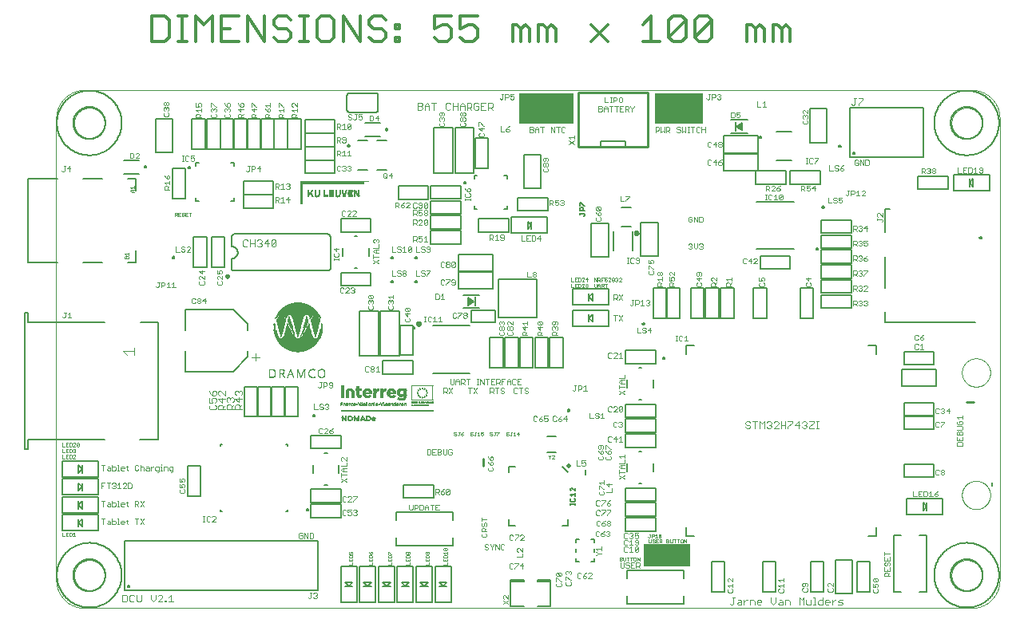
<source format=gto>
G75*
%MOIN*%
%OFA0B0*%
%FSLAX25Y25*%
%IPPOS*%
%LPD*%
%AMOC8*
5,1,8,0,0,1.08239X$1,22.5*
%
%ADD10C,0.00000*%
%ADD11R,0.00400X0.00040*%
%ADD12R,0.00400X0.00040*%
%ADD13R,0.00440X0.00040*%
%ADD14R,0.00440X0.00040*%
%ADD15C,0.00200*%
%ADD16R,0.22500X0.12500*%
%ADD17R,0.20000X0.12500*%
%ADD18C,0.01200*%
%ADD19C,0.00300*%
%ADD20R,0.00525X0.00025*%
%ADD21R,0.00450X0.00025*%
%ADD22R,0.00900X0.00025*%
%ADD23R,0.00750X0.00025*%
%ADD24R,0.01150X0.00025*%
%ADD25R,0.00250X0.00025*%
%ADD26R,0.00275X0.00025*%
%ADD27R,0.00300X0.00025*%
%ADD28R,0.00150X0.00025*%
%ADD29R,0.00225X0.00025*%
%ADD30R,0.00950X0.00025*%
%ADD31R,0.01325X0.00025*%
%ADD32R,0.00200X0.00025*%
%ADD33R,0.01125X0.00025*%
%ADD34R,0.01450X0.00025*%
%ADD35R,0.01500X0.00025*%
%ADD36R,0.01250X0.00025*%
%ADD37R,0.01550X0.00025*%
%ADD38R,0.01575X0.00025*%
%ADD39R,0.01400X0.00025*%
%ADD40R,0.01625X0.00025*%
%ADD41R,0.01700X0.00025*%
%ADD42R,0.01675X0.00025*%
%ADD43R,0.01775X0.00025*%
%ADD44R,0.01725X0.00025*%
%ADD45R,0.01650X0.00025*%
%ADD46R,0.01825X0.00025*%
%ADD47R,0.00725X0.00025*%
%ADD48R,0.00550X0.00025*%
%ADD49R,0.01875X0.00025*%
%ADD50R,0.00325X0.00025*%
%ADD51R,0.00625X0.00025*%
%ADD52R,0.00350X0.00025*%
%ADD53R,0.00575X0.00025*%
%ADD54R,0.00375X0.00025*%
%ADD55R,0.00100X0.00025*%
%ADD56R,0.00475X0.00025*%
%ADD57R,0.00400X0.00025*%
%ADD58R,0.00425X0.00025*%
%ADD59R,0.00500X0.00025*%
%ADD60R,0.01950X0.00025*%
%ADD61R,0.01900X0.00025*%
%ADD62R,0.01850X0.00025*%
%ADD63R,0.01800X0.00025*%
%ADD64R,0.01375X0.00025*%
%ADD65R,0.01475X0.00025*%
%ADD66R,0.01525X0.00025*%
%ADD67R,0.01600X0.00025*%
%ADD68R,0.00025X0.00025*%
%ADD69R,0.00600X0.00025*%
%ADD70R,0.00675X0.00025*%
%ADD71R,0.00800X0.00025*%
%ADD72R,0.01750X0.00025*%
%ADD73R,0.00650X0.00025*%
%ADD74R,0.00700X0.00025*%
%ADD75R,0.01350X0.00025*%
%ADD76R,0.01175X0.00025*%
%ADD77R,0.01075X0.00025*%
%ADD78R,0.01000X0.00025*%
%ADD79R,0.00175X0.00025*%
%ADD80R,0.02425X0.00025*%
%ADD81R,0.02800X0.00025*%
%ADD82R,0.03150X0.00025*%
%ADD83R,0.03450X0.00025*%
%ADD84R,0.03750X0.00025*%
%ADD85R,0.04000X0.00025*%
%ADD86R,0.04250X0.00025*%
%ADD87R,0.04475X0.00025*%
%ADD88R,0.04700X0.00025*%
%ADD89R,0.04900X0.00025*%
%ADD90R,0.05100X0.00025*%
%ADD91R,0.05275X0.00025*%
%ADD92R,0.05475X0.00025*%
%ADD93R,0.05650X0.00025*%
%ADD94R,0.05800X0.00025*%
%ADD95R,0.05975X0.00025*%
%ADD96R,0.06150X0.00025*%
%ADD97R,0.06300X0.00025*%
%ADD98R,0.06450X0.00025*%
%ADD99R,0.06600X0.00025*%
%ADD100R,0.06750X0.00025*%
%ADD101R,0.06875X0.00025*%
%ADD102R,0.07025X0.00025*%
%ADD103R,0.07150X0.00025*%
%ADD104R,0.07300X0.00025*%
%ADD105R,0.07425X0.00025*%
%ADD106R,0.07550X0.00025*%
%ADD107R,0.07675X0.00025*%
%ADD108R,0.07800X0.00025*%
%ADD109R,0.07925X0.00025*%
%ADD110R,0.08025X0.00025*%
%ADD111R,0.08150X0.00025*%
%ADD112R,0.08275X0.00025*%
%ADD113R,0.08375X0.00025*%
%ADD114R,0.08500X0.00025*%
%ADD115R,0.08600X0.00025*%
%ADD116R,0.08700X0.00025*%
%ADD117R,0.08800X0.00025*%
%ADD118R,0.08925X0.00025*%
%ADD119R,0.09025X0.00025*%
%ADD120R,0.09125X0.00025*%
%ADD121R,0.09225X0.00025*%
%ADD122R,0.09325X0.00025*%
%ADD123R,0.09400X0.00025*%
%ADD124R,0.09500X0.00025*%
%ADD125R,0.09600X0.00025*%
%ADD126R,0.09700X0.00025*%
%ADD127R,0.09800X0.00025*%
%ADD128R,0.09875X0.00025*%
%ADD129R,0.09975X0.00025*%
%ADD130R,0.10075X0.00025*%
%ADD131R,0.10150X0.00025*%
%ADD132R,0.10225X0.00025*%
%ADD133R,0.10325X0.00025*%
%ADD134R,0.10400X0.00025*%
%ADD135R,0.10500X0.00025*%
%ADD136R,0.10575X0.00025*%
%ADD137R,0.10650X0.00025*%
%ADD138R,0.10750X0.00025*%
%ADD139R,0.10825X0.00025*%
%ADD140R,0.10900X0.00025*%
%ADD141R,0.10975X0.00025*%
%ADD142R,0.11050X0.00025*%
%ADD143R,0.11125X0.00025*%
%ADD144R,0.11200X0.00025*%
%ADD145R,0.11275X0.00025*%
%ADD146R,0.11375X0.00025*%
%ADD147R,0.11425X0.00025*%
%ADD148R,0.11500X0.00025*%
%ADD149R,0.11575X0.00025*%
%ADD150R,0.11650X0.00025*%
%ADD151R,0.11725X0.00025*%
%ADD152R,0.11800X0.00025*%
%ADD153R,0.11875X0.00025*%
%ADD154R,0.11950X0.00025*%
%ADD155R,0.12000X0.00025*%
%ADD156R,0.12075X0.00025*%
%ADD157R,0.12150X0.00025*%
%ADD158R,0.12225X0.00025*%
%ADD159R,0.12275X0.00025*%
%ADD160R,0.12350X0.00025*%
%ADD161R,0.12400X0.00025*%
%ADD162R,0.12475X0.00025*%
%ADD163R,0.12550X0.00025*%
%ADD164R,0.12600X0.00025*%
%ADD165R,0.12675X0.00025*%
%ADD166R,0.12725X0.00025*%
%ADD167R,0.12800X0.00025*%
%ADD168R,0.12850X0.00025*%
%ADD169R,0.12925X0.00025*%
%ADD170R,0.12975X0.00025*%
%ADD171R,0.13050X0.00025*%
%ADD172R,0.13100X0.00025*%
%ADD173R,0.13150X0.00025*%
%ADD174R,0.13225X0.00025*%
%ADD175R,0.13275X0.00025*%
%ADD176R,0.13325X0.00025*%
%ADD177R,0.13400X0.00025*%
%ADD178R,0.13450X0.00025*%
%ADD179R,0.13500X0.00025*%
%ADD180R,0.13575X0.00025*%
%ADD181R,0.13625X0.00025*%
%ADD182R,0.13675X0.00025*%
%ADD183R,0.13725X0.00025*%
%ADD184R,0.13800X0.00025*%
%ADD185R,0.13850X0.00025*%
%ADD186R,0.13900X0.00025*%
%ADD187R,0.13950X0.00025*%
%ADD188R,0.14000X0.00025*%
%ADD189R,0.14050X0.00025*%
%ADD190R,0.14125X0.00025*%
%ADD191R,0.14175X0.00025*%
%ADD192R,0.14225X0.00025*%
%ADD193R,0.14275X0.00025*%
%ADD194R,0.14325X0.00025*%
%ADD195R,0.14375X0.00025*%
%ADD196R,0.14425X0.00025*%
%ADD197R,0.14475X0.00025*%
%ADD198R,0.14525X0.00025*%
%ADD199R,0.14575X0.00025*%
%ADD200R,0.14625X0.00025*%
%ADD201R,0.14675X0.00025*%
%ADD202R,0.14725X0.00025*%
%ADD203R,0.14775X0.00025*%
%ADD204R,0.14825X0.00025*%
%ADD205R,0.14850X0.00025*%
%ADD206R,0.14900X0.00025*%
%ADD207R,0.14950X0.00025*%
%ADD208R,0.15000X0.00025*%
%ADD209R,0.15050X0.00025*%
%ADD210R,0.15100X0.00025*%
%ADD211R,0.15125X0.00025*%
%ADD212R,0.15175X0.00025*%
%ADD213R,0.15225X0.00025*%
%ADD214R,0.15275X0.00025*%
%ADD215R,0.15325X0.00025*%
%ADD216R,0.15350X0.00025*%
%ADD217R,0.15400X0.00025*%
%ADD218R,0.15450X0.00025*%
%ADD219R,0.15500X0.00025*%
%ADD220R,0.15525X0.00025*%
%ADD221R,0.15575X0.00025*%
%ADD222R,0.15625X0.00025*%
%ADD223R,0.15675X0.00025*%
%ADD224R,0.15700X0.00025*%
%ADD225R,0.15750X0.00025*%
%ADD226R,0.15775X0.00025*%
%ADD227R,0.15825X0.00025*%
%ADD228R,0.15875X0.00025*%
%ADD229R,0.15900X0.00025*%
%ADD230R,0.15950X0.00025*%
%ADD231R,0.15975X0.00025*%
%ADD232R,0.16025X0.00025*%
%ADD233R,0.16075X0.00025*%
%ADD234R,0.16100X0.00025*%
%ADD235R,0.16150X0.00025*%
%ADD236R,0.16175X0.00025*%
%ADD237R,0.16225X0.00025*%
%ADD238R,0.16275X0.00025*%
%ADD239R,0.16300X0.00025*%
%ADD240R,0.16325X0.00025*%
%ADD241R,0.16375X0.00025*%
%ADD242R,0.16425X0.00025*%
%ADD243R,0.16450X0.00025*%
%ADD244R,0.16475X0.00025*%
%ADD245R,0.16525X0.00025*%
%ADD246R,0.16575X0.00025*%
%ADD247R,0.16600X0.00025*%
%ADD248R,0.16625X0.00025*%
%ADD249R,0.16675X0.00025*%
%ADD250R,0.16700X0.00025*%
%ADD251R,0.16750X0.00025*%
%ADD252R,0.16775X0.00025*%
%ADD253R,0.16800X0.00025*%
%ADD254R,0.16850X0.00025*%
%ADD255R,0.16875X0.00025*%
%ADD256R,0.16925X0.00025*%
%ADD257R,0.16950X0.00025*%
%ADD258R,0.16975X0.00025*%
%ADD259R,0.17025X0.00025*%
%ADD260R,0.17050X0.00025*%
%ADD261R,0.17075X0.00025*%
%ADD262R,0.17125X0.00025*%
%ADD263R,0.17150X0.00025*%
%ADD264R,0.17175X0.00025*%
%ADD265R,0.17225X0.00025*%
%ADD266R,0.17250X0.00025*%
%ADD267R,0.17275X0.00025*%
%ADD268R,0.17300X0.00025*%
%ADD269R,0.17325X0.00025*%
%ADD270R,0.17375X0.00025*%
%ADD271R,0.17400X0.00025*%
%ADD272R,0.17425X0.00025*%
%ADD273R,0.17475X0.00025*%
%ADD274R,0.17500X0.00025*%
%ADD275R,0.17525X0.00025*%
%ADD276R,0.17550X0.00025*%
%ADD277R,0.17575X0.00025*%
%ADD278R,0.17625X0.00025*%
%ADD279R,0.17650X0.00025*%
%ADD280R,0.17675X0.00025*%
%ADD281R,0.17700X0.00025*%
%ADD282R,0.17725X0.00025*%
%ADD283R,0.17750X0.00025*%
%ADD284R,0.17775X0.00025*%
%ADD285R,0.17825X0.00025*%
%ADD286R,0.17850X0.00025*%
%ADD287R,0.17875X0.00025*%
%ADD288R,0.17900X0.00025*%
%ADD289R,0.17925X0.00025*%
%ADD290R,0.17950X0.00025*%
%ADD291R,0.17975X0.00025*%
%ADD292R,0.18000X0.00025*%
%ADD293R,0.18025X0.00025*%
%ADD294R,0.18075X0.00025*%
%ADD295R,0.06850X0.00025*%
%ADD296R,0.06575X0.00025*%
%ADD297R,0.06375X0.00025*%
%ADD298R,0.06250X0.00025*%
%ADD299R,0.06125X0.00025*%
%ADD300R,0.06050X0.00025*%
%ADD301R,0.01275X0.00025*%
%ADD302R,0.05925X0.00025*%
%ADD303R,0.05900X0.00025*%
%ADD304R,0.05850X0.00025*%
%ADD305R,0.05825X0.00025*%
%ADD306R,0.01300X0.00025*%
%ADD307R,0.05775X0.00025*%
%ADD308R,0.05725X0.00025*%
%ADD309R,0.01225X0.00025*%
%ADD310R,0.05675X0.00025*%
%ADD311R,0.05625X0.00025*%
%ADD312R,0.01200X0.00025*%
%ADD313R,0.05600X0.00025*%
%ADD314R,0.05575X0.00025*%
%ADD315R,0.05525X0.00025*%
%ADD316R,0.05500X0.00025*%
%ADD317R,0.05400X0.00025*%
%ADD318R,0.05375X0.00025*%
%ADD319R,0.05350X0.00025*%
%ADD320R,0.05300X0.00025*%
%ADD321R,0.05250X0.00025*%
%ADD322R,0.05225X0.00025*%
%ADD323R,0.05200X0.00025*%
%ADD324R,0.05150X0.00025*%
%ADD325R,0.05075X0.00025*%
%ADD326R,0.05050X0.00025*%
%ADD327R,0.05025X0.00025*%
%ADD328R,0.05000X0.00025*%
%ADD329R,0.04975X0.00025*%
%ADD330R,0.04950X0.00025*%
%ADD331R,0.04925X0.00025*%
%ADD332R,0.00050X0.00025*%
%ADD333R,0.04875X0.00025*%
%ADD334R,0.00075X0.00025*%
%ADD335R,0.04850X0.00025*%
%ADD336R,0.04825X0.00025*%
%ADD337R,0.04775X0.00025*%
%ADD338R,0.04800X0.00025*%
%ADD339R,0.00125X0.00025*%
%ADD340R,0.04750X0.00025*%
%ADD341R,0.04725X0.00025*%
%ADD342R,0.04675X0.00025*%
%ADD343R,0.04650X0.00025*%
%ADD344R,0.04625X0.00025*%
%ADD345R,0.04600X0.00025*%
%ADD346R,0.04575X0.00025*%
%ADD347R,0.04550X0.00025*%
%ADD348R,0.04525X0.00025*%
%ADD349R,0.04500X0.00025*%
%ADD350R,0.04450X0.00025*%
%ADD351R,0.04425X0.00025*%
%ADD352R,0.04400X0.00025*%
%ADD353R,0.04375X0.00025*%
%ADD354R,0.04350X0.00025*%
%ADD355R,0.04325X0.00025*%
%ADD356R,0.04300X0.00025*%
%ADD357R,0.04275X0.00025*%
%ADD358R,0.04225X0.00025*%
%ADD359R,0.04200X0.00025*%
%ADD360R,0.04175X0.00025*%
%ADD361R,0.04150X0.00025*%
%ADD362R,0.04125X0.00025*%
%ADD363R,0.04100X0.00025*%
%ADD364R,0.04075X0.00025*%
%ADD365R,0.04050X0.00025*%
%ADD366R,0.04025X0.00025*%
%ADD367R,0.03975X0.00025*%
%ADD368R,0.03950X0.00025*%
%ADD369R,0.03925X0.00025*%
%ADD370R,0.03900X0.00025*%
%ADD371R,0.03875X0.00025*%
%ADD372R,0.03850X0.00025*%
%ADD373R,0.00775X0.00025*%
%ADD374R,0.03825X0.00025*%
%ADD375R,0.03800X0.00025*%
%ADD376R,0.03775X0.00025*%
%ADD377R,0.00825X0.00025*%
%ADD378R,0.03725X0.00025*%
%ADD379R,0.00850X0.00025*%
%ADD380R,0.03700X0.00025*%
%ADD381R,0.00875X0.00025*%
%ADD382R,0.03675X0.00025*%
%ADD383R,0.03650X0.00025*%
%ADD384R,0.03625X0.00025*%
%ADD385R,0.00925X0.00025*%
%ADD386R,0.03600X0.00025*%
%ADD387R,0.03575X0.00025*%
%ADD388R,0.01100X0.00025*%
%ADD389R,0.03550X0.00025*%
%ADD390R,0.00975X0.00025*%
%ADD391R,0.03525X0.00025*%
%ADD392R,0.03500X0.00025*%
%ADD393R,0.03475X0.00025*%
%ADD394R,0.01025X0.00025*%
%ADD395R,0.03425X0.00025*%
%ADD396R,0.01050X0.00025*%
%ADD397R,0.03400X0.00025*%
%ADD398R,0.03375X0.00025*%
%ADD399R,0.03350X0.00025*%
%ADD400R,0.03325X0.00025*%
%ADD401R,0.03300X0.00025*%
%ADD402R,0.03275X0.00025*%
%ADD403R,0.03250X0.00025*%
%ADD404R,0.03225X0.00025*%
%ADD405R,0.03200X0.00025*%
%ADD406R,0.03175X0.00025*%
%ADD407R,0.03125X0.00025*%
%ADD408R,0.03100X0.00025*%
%ADD409R,0.03075X0.00025*%
%ADD410R,0.03050X0.00025*%
%ADD411R,0.03025X0.00025*%
%ADD412R,0.03000X0.00025*%
%ADD413R,0.02975X0.00025*%
%ADD414R,0.02950X0.00025*%
%ADD415R,0.02925X0.00025*%
%ADD416R,0.02900X0.00025*%
%ADD417R,0.02875X0.00025*%
%ADD418R,0.01425X0.00025*%
%ADD419R,0.02850X0.00025*%
%ADD420R,0.02825X0.00025*%
%ADD421R,0.02775X0.00025*%
%ADD422R,0.02750X0.00025*%
%ADD423R,0.02725X0.00025*%
%ADD424R,0.02700X0.00025*%
%ADD425R,0.02675X0.00025*%
%ADD426R,0.02650X0.00025*%
%ADD427R,0.02625X0.00025*%
%ADD428R,0.02600X0.00025*%
%ADD429R,0.02575X0.00025*%
%ADD430R,0.02550X0.00025*%
%ADD431R,0.02525X0.00025*%
%ADD432R,0.02500X0.00025*%
%ADD433R,0.02475X0.00025*%
%ADD434R,0.02450X0.00025*%
%ADD435R,0.02400X0.00025*%
%ADD436R,0.02375X0.00025*%
%ADD437R,0.02350X0.00025*%
%ADD438R,0.02325X0.00025*%
%ADD439R,0.02300X0.00025*%
%ADD440R,0.02275X0.00025*%
%ADD441R,0.02250X0.00025*%
%ADD442R,0.02225X0.00025*%
%ADD443R,0.02200X0.00025*%
%ADD444R,0.02175X0.00025*%
%ADD445R,0.02150X0.00025*%
%ADD446R,0.02125X0.00025*%
%ADD447R,0.01925X0.00025*%
%ADD448R,0.02100X0.00025*%
%ADD449R,0.02075X0.00025*%
%ADD450R,0.02050X0.00025*%
%ADD451R,0.01975X0.00025*%
%ADD452R,0.02025X0.00025*%
%ADD453R,0.02000X0.00025*%
%ADD454R,0.05125X0.00025*%
%ADD455R,0.05175X0.00025*%
%ADD456R,0.05325X0.00025*%
%ADD457R,0.05425X0.00025*%
%ADD458R,0.05550X0.00025*%
%ADD459R,0.05875X0.00025*%
%ADD460R,0.05950X0.00025*%
%ADD461R,0.06025X0.00025*%
%ADD462R,0.06225X0.00025*%
%ADD463R,0.06350X0.00025*%
%ADD464R,0.06500X0.00025*%
%ADD465R,0.17350X0.00025*%
%ADD466R,0.16825X0.00025*%
%ADD467R,0.16725X0.00025*%
%ADD468R,0.16500X0.00025*%
%ADD469R,0.16350X0.00025*%
%ADD470R,0.16200X0.00025*%
%ADD471R,0.16125X0.00025*%
%ADD472R,0.16000X0.00025*%
%ADD473R,0.15925X0.00025*%
%ADD474R,0.15800X0.00025*%
%ADD475R,0.15725X0.00025*%
%ADD476R,0.15550X0.00025*%
%ADD477R,0.15475X0.00025*%
%ADD478R,0.15425X0.00025*%
%ADD479R,0.15375X0.00025*%
%ADD480R,0.15200X0.00025*%
%ADD481R,0.15150X0.00025*%
%ADD482R,0.15025X0.00025*%
%ADD483R,0.14975X0.00025*%
%ADD484R,0.14925X0.00025*%
%ADD485R,0.14875X0.00025*%
%ADD486R,0.14075X0.00025*%
%ADD487R,0.14025X0.00025*%
%ADD488R,0.13975X0.00025*%
%ADD489R,0.13925X0.00025*%
%ADD490R,0.13875X0.00025*%
%ADD491R,0.13750X0.00025*%
%ADD492R,0.13700X0.00025*%
%ADD493R,0.13650X0.00025*%
%ADD494R,0.13525X0.00025*%
%ADD495R,0.13475X0.00025*%
%ADD496R,0.13425X0.00025*%
%ADD497R,0.13350X0.00025*%
%ADD498R,0.13300X0.00025*%
%ADD499R,0.13250X0.00025*%
%ADD500R,0.13175X0.00025*%
%ADD501R,0.13125X0.00025*%
%ADD502R,0.13000X0.00025*%
%ADD503R,0.12950X0.00025*%
%ADD504R,0.12875X0.00025*%
%ADD505R,0.12825X0.00025*%
%ADD506R,0.12750X0.00025*%
%ADD507R,0.12700X0.00025*%
%ADD508R,0.12625X0.00025*%
%ADD509R,0.12575X0.00025*%
%ADD510R,0.12500X0.00025*%
%ADD511R,0.12425X0.00025*%
%ADD512R,0.12375X0.00025*%
%ADD513R,0.12300X0.00025*%
%ADD514R,0.12175X0.00025*%
%ADD515R,0.12100X0.00025*%
%ADD516R,0.12025X0.00025*%
%ADD517R,0.11975X0.00025*%
%ADD518R,0.11900X0.00025*%
%ADD519R,0.11825X0.00025*%
%ADD520R,0.11750X0.00025*%
%ADD521R,0.11675X0.00025*%
%ADD522R,0.11600X0.00025*%
%ADD523R,0.11550X0.00025*%
%ADD524R,0.11475X0.00025*%
%ADD525R,0.11400X0.00025*%
%ADD526R,0.11325X0.00025*%
%ADD527R,0.11250X0.00025*%
%ADD528R,0.11150X0.00025*%
%ADD529R,0.11075X0.00025*%
%ADD530R,0.11000X0.00025*%
%ADD531R,0.10925X0.00025*%
%ADD532R,0.10850X0.00025*%
%ADD533R,0.10775X0.00025*%
%ADD534R,0.10700X0.00025*%
%ADD535R,0.10600X0.00025*%
%ADD536R,0.10525X0.00025*%
%ADD537R,0.10450X0.00025*%
%ADD538R,0.10350X0.00025*%
%ADD539R,0.10275X0.00025*%
%ADD540R,0.10200X0.00025*%
%ADD541R,0.10100X0.00025*%
%ADD542R,0.10000X0.00025*%
%ADD543R,0.09925X0.00025*%
%ADD544R,0.09825X0.00025*%
%ADD545R,0.09725X0.00025*%
%ADD546R,0.09650X0.00025*%
%ADD547R,0.09550X0.00025*%
%ADD548R,0.09475X0.00025*%
%ADD549R,0.09350X0.00025*%
%ADD550R,0.09250X0.00025*%
%ADD551R,0.09150X0.00025*%
%ADD552R,0.09050X0.00025*%
%ADD553R,0.08950X0.00025*%
%ADD554R,0.08850X0.00025*%
%ADD555R,0.08750X0.00025*%
%ADD556R,0.08650X0.00025*%
%ADD557R,0.08550X0.00025*%
%ADD558R,0.08425X0.00025*%
%ADD559R,0.08325X0.00025*%
%ADD560R,0.08200X0.00025*%
%ADD561R,0.08100X0.00025*%
%ADD562R,0.07975X0.00025*%
%ADD563R,0.07850X0.00025*%
%ADD564R,0.07725X0.00025*%
%ADD565R,0.07600X0.00025*%
%ADD566R,0.07475X0.00025*%
%ADD567R,0.07350X0.00025*%
%ADD568R,0.07225X0.00025*%
%ADD569R,0.07100X0.00025*%
%ADD570R,0.06950X0.00025*%
%ADD571R,0.06825X0.00025*%
%ADD572R,0.06675X0.00025*%
%ADD573R,0.06525X0.00025*%
%ADD574R,0.06075X0.00025*%
%ADD575R,0.01000X0.00040*%
%ADD576R,0.01000X0.00040*%
%ADD577R,0.00320X0.00040*%
%ADD578R,0.00880X0.00040*%
%ADD579R,0.00800X0.00040*%
%ADD580R,0.00720X0.00040*%
%ADD581R,0.02200X0.00040*%
%ADD582R,0.01160X0.00040*%
%ADD583R,0.01960X0.00040*%
%ADD584R,0.01200X0.00040*%
%ADD585R,0.00960X0.00040*%
%ADD586R,0.00760X0.00040*%
%ADD587R,0.00920X0.00040*%
%ADD588R,0.01400X0.00040*%
%ADD589R,0.01360X0.00040*%
%ADD590R,0.00840X0.00040*%
%ADD591R,0.01560X0.00040*%
%ADD592R,0.00920X0.00040*%
%ADD593R,0.00840X0.00040*%
%ADD594R,0.00720X0.00040*%
%ADD595R,0.02200X0.00040*%
%ADD596R,0.00960X0.00040*%
%ADD597R,0.01640X0.00040*%
%ADD598R,0.01960X0.00040*%
%ADD599R,0.01680X0.00040*%
%ADD600R,0.00760X0.00040*%
%ADD601R,0.01760X0.00040*%
%ADD602R,0.01880X0.00040*%
%ADD603R,0.01840X0.00040*%
%ADD604R,0.01040X0.00040*%
%ADD605R,0.01920X0.00040*%
%ADD606R,0.02000X0.00040*%
%ADD607R,0.01080X0.00040*%
%ADD608R,0.02040X0.00040*%
%ADD609R,0.02080X0.00040*%
%ADD610R,0.00920X0.00040*%
%ADD611R,0.01120X0.00040*%
%ADD612R,0.02120X0.00040*%
%ADD613R,0.02080X0.00040*%
%ADD614R,0.02160X0.00040*%
%ADD615R,0.01040X0.00040*%
%ADD616R,0.02240X0.00040*%
%ADD617R,0.01200X0.00040*%
%ADD618R,0.02280X0.00040*%
%ADD619R,0.02240X0.00040*%
%ADD620R,0.00920X0.00040*%
%ADD621R,0.01080X0.00040*%
%ADD622R,0.01240X0.00040*%
%ADD623R,0.01280X0.00040*%
%ADD624R,0.01320X0.00040*%
%ADD625R,0.00840X0.00040*%
%ADD626R,0.01160X0.00040*%
%ADD627R,0.01320X0.00040*%
%ADD628R,0.00800X0.00040*%
%ADD629R,0.01280X0.00040*%
%ADD630R,0.01440X0.00040*%
%ADD631R,0.00880X0.00040*%
%ADD632R,0.01320X0.00040*%
%ADD633R,0.01480X0.00040*%
%ADD634R,0.02040X0.00040*%
%ADD635R,0.02040X0.00040*%
%ADD636R,0.01400X0.00040*%
%ADD637R,0.02040X0.00040*%
%ADD638R,0.00720X0.00040*%
%ADD639R,0.01920X0.00040*%
%ADD640R,0.00720X0.00040*%
%ADD641R,0.01440X0.00040*%
%ADD642R,0.00680X0.00040*%
%ADD643R,0.00640X0.00040*%
%ADD644R,0.01840X0.00040*%
%ADD645R,0.01800X0.00040*%
%ADD646R,0.00680X0.00040*%
%ADD647R,0.01800X0.00040*%
%ADD648R,0.00640X0.00040*%
%ADD649R,0.01720X0.00040*%
%ADD650R,0.01680X0.00040*%
%ADD651R,0.01440X0.00040*%
%ADD652R,0.01640X0.00040*%
%ADD653R,0.01600X0.00040*%
%ADD654R,0.01320X0.00040*%
%ADD655R,0.01600X0.00040*%
%ADD656R,0.01240X0.00040*%
%ADD657R,0.01120X0.00040*%
%ADD658R,0.02160X0.00040*%
%ADD659R,0.00840X0.00040*%
%ADD660R,0.26440X0.00040*%
%ADD661R,0.26440X0.00040*%
%ADD662R,0.00480X0.00040*%
%ADD663R,0.00560X0.00040*%
%ADD664R,0.00520X0.00040*%
%ADD665R,0.00520X0.00040*%
%ADD666R,0.00480X0.00040*%
%ADD667R,0.00560X0.00040*%
%ADD668R,0.00520X0.00040*%
%ADD669R,0.00600X0.00040*%
%ADD670R,0.00640X0.00040*%
%ADD671R,0.00280X0.00040*%
%ADD672R,0.01520X0.00040*%
%ADD673R,0.01520X0.00040*%
%ADD674R,0.00360X0.00040*%
%ADD675R,0.01720X0.00040*%
%ADD676R,0.00320X0.00040*%
%ADD677R,0.00520X0.00040*%
%ADD678R,0.00200X0.00040*%
%ADD679R,0.00080X0.00040*%
%ADD680R,0.01760X0.00040*%
%ADD681R,0.00440X0.00040*%
%ADD682R,0.00440X0.00040*%
%ADD683R,0.00600X0.00040*%
%ADD684R,0.01720X0.00040*%
%ADD685R,0.01520X0.00040*%
%ADD686R,0.38560X0.00040*%
%ADD687R,0.38760X0.00040*%
%ADD688R,0.38800X0.00040*%
%ADD689R,0.38840X0.00040*%
%ADD690R,0.38840X0.00040*%
%ADD691R,0.38680X0.00040*%
%ADD692R,0.00160X0.00040*%
%ADD693R,0.00120X0.00040*%
%ADD694R,0.00200X0.00040*%
%ADD695R,0.00240X0.00040*%
%ADD696R,0.00240X0.00040*%
%ADD697R,0.00280X0.00040*%
%ADD698R,0.00320X0.00040*%
%ADD699R,0.00240X0.00040*%
%ADD700R,0.00640X0.00040*%
%ADD701R,0.00240X0.00040*%
%ADD702R,0.00080X0.00040*%
%ADD703R,0.00120X0.00040*%
%ADD704R,0.00120X0.00040*%
%ADD705R,0.00120X0.00040*%
%ADD706R,0.00040X0.00040*%
%ADD707R,0.00040X0.00040*%
%ADD708R,0.00320X0.00040*%
%ADD709R,0.00040X0.00040*%
%ADD710R,0.01040X0.00040*%
%ADD711R,0.01040X0.00040*%
%ADD712R,0.00160X0.00040*%
%ADD713R,0.00360X0.00040*%
%ADD714R,0.00040X0.00040*%
%ADD715R,0.09040X0.00040*%
%ADD716R,0.09040X0.00040*%
%ADD717R,0.02320X0.00040*%
%ADD718R,0.02520X0.00040*%
%ADD719R,0.02680X0.00040*%
%ADD720R,0.02880X0.00040*%
%ADD721R,0.03000X0.00040*%
%ADD722R,0.03120X0.00040*%
%ADD723R,0.03200X0.00040*%
%ADD724R,0.03240X0.00040*%
%ADD725R,0.03240X0.00040*%
%ADD726R,0.03280X0.00040*%
%ADD727R,0.03320X0.00040*%
%ADD728R,0.03320X0.00040*%
%ADD729R,0.01360X0.00040*%
%ADD730R,0.01920X0.00040*%
%ADD731R,0.02320X0.00040*%
%ADD732R,0.02400X0.00040*%
%ADD733R,0.02600X0.00040*%
%ADD734R,0.02720X0.00040*%
%ADD735R,0.02720X0.00040*%
%ADD736R,0.02800X0.00040*%
%ADD737R,0.02960X0.00040*%
%ADD738R,0.02920X0.00040*%
%ADD739R,0.03000X0.00040*%
%ADD740R,0.01840X0.00040*%
%ADD741R,0.03080X0.00040*%
%ADD742R,0.03080X0.00040*%
%ADD743R,0.03040X0.00040*%
%ADD744R,0.03040X0.00040*%
%ADD745R,0.01240X0.00040*%
%ADD746R,0.02240X0.00040*%
%ADD747R,0.01880X0.00040*%
%ADD748R,0.02320X0.00040*%
%ADD749R,0.03560X0.00040*%
%ADD750R,0.03600X0.00040*%
%ADD751R,0.03640X0.00040*%
%ADD752R,0.03640X0.00040*%
%ADD753R,0.01120X0.00040*%
%ADD754R,0.03680X0.00040*%
%ADD755R,0.03720X0.00040*%
%ADD756R,0.03760X0.00040*%
%ADD757R,0.01560X0.00040*%
%ADD758R,0.03680X0.00040*%
%ADD759R,0.01240X0.00040*%
%ADD760R,0.01120X0.00040*%
%ADD761R,0.01440X0.00040*%
%ADD762R,0.02280X0.00040*%
%ADD763R,0.01480X0.00040*%
%ADD764R,0.01640X0.00040*%
%ADD765R,0.02960X0.00040*%
%ADD766R,0.02400X0.00040*%
%ADD767R,0.03040X0.00040*%
%ADD768R,0.03720X0.00040*%
%ADD769R,0.02840X0.00040*%
%ADD770R,0.02920X0.00040*%
%ADD771R,0.02720X0.00040*%
%ADD772R,0.02640X0.00040*%
%ADD773R,0.02760X0.00040*%
%ADD774R,0.03600X0.00040*%
%ADD775R,0.02560X0.00040*%
%ADD776R,0.02480X0.00040*%
%ADD777R,0.02520X0.00040*%
%ADD778R,0.02440X0.00040*%
%ADD779R,0.02240X0.00040*%
%ADD780R,0.02360X0.00040*%
%ADD781R,0.02120X0.00040*%
%ADD782R,0.19687X0.09375*%
%ADD783C,0.00039*%
%ADD784C,0.00800*%
%ADD785C,0.00787*%
%ADD786C,0.00500*%
%ADD787C,0.01000*%
%ADD788C,0.00600*%
%ADD789C,0.00400*%
%ADD790C,0.00100*%
%ADD791R,0.00787X0.03937*%
%ADD792C,0.01969*%
D10*
X0083936Y0127750D02*
X0454015Y0127750D01*
X0454300Y0127753D01*
X0454586Y0127764D01*
X0454871Y0127781D01*
X0455155Y0127805D01*
X0455439Y0127836D01*
X0455722Y0127874D01*
X0456003Y0127919D01*
X0456284Y0127970D01*
X0456564Y0128028D01*
X0456842Y0128093D01*
X0457118Y0128165D01*
X0457392Y0128243D01*
X0457665Y0128328D01*
X0457935Y0128420D01*
X0458203Y0128518D01*
X0458469Y0128622D01*
X0458732Y0128733D01*
X0458992Y0128850D01*
X0459250Y0128973D01*
X0459504Y0129103D01*
X0459755Y0129239D01*
X0460003Y0129380D01*
X0460247Y0129528D01*
X0460488Y0129681D01*
X0460724Y0129841D01*
X0460957Y0130006D01*
X0461186Y0130176D01*
X0461411Y0130352D01*
X0461631Y0130534D01*
X0461847Y0130720D01*
X0462058Y0130912D01*
X0462265Y0131109D01*
X0462467Y0131311D01*
X0462664Y0131518D01*
X0462856Y0131729D01*
X0463042Y0131945D01*
X0463224Y0132165D01*
X0463400Y0132390D01*
X0463570Y0132619D01*
X0463735Y0132852D01*
X0463895Y0133088D01*
X0464048Y0133329D01*
X0464196Y0133573D01*
X0464337Y0133821D01*
X0464473Y0134072D01*
X0464603Y0134326D01*
X0464726Y0134584D01*
X0464843Y0134844D01*
X0464954Y0135107D01*
X0465058Y0135373D01*
X0465156Y0135641D01*
X0465248Y0135911D01*
X0465333Y0136184D01*
X0465411Y0136458D01*
X0465483Y0136734D01*
X0465548Y0137012D01*
X0465606Y0137292D01*
X0465657Y0137573D01*
X0465702Y0137854D01*
X0465740Y0138137D01*
X0465771Y0138421D01*
X0465795Y0138705D01*
X0465812Y0138990D01*
X0465823Y0139276D01*
X0465826Y0139561D01*
X0465826Y0332474D01*
X0465823Y0332759D01*
X0465812Y0333045D01*
X0465795Y0333330D01*
X0465771Y0333614D01*
X0465740Y0333898D01*
X0465702Y0334181D01*
X0465657Y0334462D01*
X0465606Y0334743D01*
X0465548Y0335023D01*
X0465483Y0335301D01*
X0465411Y0335577D01*
X0465333Y0335851D01*
X0465248Y0336124D01*
X0465156Y0336394D01*
X0465058Y0336662D01*
X0464954Y0336928D01*
X0464843Y0337191D01*
X0464726Y0337451D01*
X0464603Y0337709D01*
X0464473Y0337963D01*
X0464337Y0338214D01*
X0464196Y0338462D01*
X0464048Y0338706D01*
X0463895Y0338947D01*
X0463735Y0339183D01*
X0463570Y0339416D01*
X0463400Y0339645D01*
X0463224Y0339870D01*
X0463042Y0340090D01*
X0462856Y0340306D01*
X0462664Y0340517D01*
X0462467Y0340724D01*
X0462265Y0340926D01*
X0462058Y0341123D01*
X0461847Y0341315D01*
X0461631Y0341501D01*
X0461411Y0341683D01*
X0461186Y0341859D01*
X0460957Y0342029D01*
X0460724Y0342194D01*
X0460488Y0342354D01*
X0460247Y0342507D01*
X0460003Y0342655D01*
X0459755Y0342796D01*
X0459504Y0342932D01*
X0459250Y0343062D01*
X0458992Y0343185D01*
X0458732Y0343302D01*
X0458469Y0343413D01*
X0458203Y0343517D01*
X0457935Y0343615D01*
X0457665Y0343707D01*
X0457392Y0343792D01*
X0457118Y0343870D01*
X0456842Y0343942D01*
X0456564Y0344007D01*
X0456284Y0344065D01*
X0456003Y0344116D01*
X0455722Y0344161D01*
X0455439Y0344199D01*
X0455155Y0344230D01*
X0454871Y0344254D01*
X0454586Y0344271D01*
X0454300Y0344282D01*
X0454015Y0344285D01*
X0083936Y0344285D01*
X0083651Y0344282D01*
X0083365Y0344271D01*
X0083080Y0344254D01*
X0082796Y0344230D01*
X0082512Y0344199D01*
X0082229Y0344161D01*
X0081948Y0344116D01*
X0081667Y0344065D01*
X0081387Y0344007D01*
X0081109Y0343942D01*
X0080833Y0343870D01*
X0080559Y0343792D01*
X0080286Y0343707D01*
X0080016Y0343615D01*
X0079748Y0343517D01*
X0079482Y0343413D01*
X0079219Y0343302D01*
X0078959Y0343185D01*
X0078701Y0343062D01*
X0078447Y0342932D01*
X0078196Y0342796D01*
X0077948Y0342655D01*
X0077704Y0342507D01*
X0077463Y0342354D01*
X0077227Y0342194D01*
X0076994Y0342029D01*
X0076765Y0341859D01*
X0076540Y0341683D01*
X0076320Y0341501D01*
X0076104Y0341315D01*
X0075893Y0341123D01*
X0075686Y0340926D01*
X0075484Y0340724D01*
X0075287Y0340517D01*
X0075095Y0340306D01*
X0074909Y0340090D01*
X0074727Y0339870D01*
X0074551Y0339645D01*
X0074381Y0339416D01*
X0074216Y0339183D01*
X0074056Y0338947D01*
X0073903Y0338706D01*
X0073755Y0338462D01*
X0073614Y0338214D01*
X0073478Y0337963D01*
X0073348Y0337709D01*
X0073225Y0337451D01*
X0073108Y0337191D01*
X0072997Y0336928D01*
X0072893Y0336662D01*
X0072795Y0336394D01*
X0072703Y0336124D01*
X0072618Y0335851D01*
X0072540Y0335577D01*
X0072468Y0335301D01*
X0072403Y0335023D01*
X0072345Y0334743D01*
X0072294Y0334462D01*
X0072249Y0334181D01*
X0072211Y0333898D01*
X0072180Y0333614D01*
X0072156Y0333330D01*
X0072139Y0333045D01*
X0072128Y0332759D01*
X0072125Y0332474D01*
X0072125Y0139561D01*
X0072128Y0139276D01*
X0072139Y0138990D01*
X0072156Y0138705D01*
X0072180Y0138421D01*
X0072211Y0138137D01*
X0072249Y0137854D01*
X0072294Y0137573D01*
X0072345Y0137292D01*
X0072403Y0137012D01*
X0072468Y0136734D01*
X0072540Y0136458D01*
X0072618Y0136184D01*
X0072703Y0135911D01*
X0072795Y0135641D01*
X0072893Y0135373D01*
X0072997Y0135107D01*
X0073108Y0134844D01*
X0073225Y0134584D01*
X0073348Y0134326D01*
X0073478Y0134072D01*
X0073614Y0133821D01*
X0073755Y0133573D01*
X0073903Y0133329D01*
X0074056Y0133088D01*
X0074216Y0132852D01*
X0074381Y0132619D01*
X0074551Y0132390D01*
X0074727Y0132165D01*
X0074909Y0131945D01*
X0075095Y0131729D01*
X0075287Y0131518D01*
X0075484Y0131311D01*
X0075686Y0131109D01*
X0075893Y0130912D01*
X0076104Y0130720D01*
X0076320Y0130534D01*
X0076540Y0130352D01*
X0076765Y0130176D01*
X0076994Y0130006D01*
X0077227Y0129841D01*
X0077463Y0129681D01*
X0077704Y0129528D01*
X0077948Y0129380D01*
X0078196Y0129239D01*
X0078447Y0129103D01*
X0078701Y0128973D01*
X0078959Y0128850D01*
X0079219Y0128733D01*
X0079482Y0128622D01*
X0079748Y0128518D01*
X0080016Y0128420D01*
X0080286Y0128328D01*
X0080559Y0128243D01*
X0080833Y0128165D01*
X0081109Y0128093D01*
X0081387Y0128028D01*
X0081667Y0127970D01*
X0081948Y0127919D01*
X0082229Y0127874D01*
X0082512Y0127836D01*
X0082796Y0127805D01*
X0083080Y0127781D01*
X0083365Y0127764D01*
X0083651Y0127753D01*
X0083936Y0127750D01*
X0079606Y0141530D02*
X0079608Y0141688D01*
X0079614Y0141846D01*
X0079624Y0142004D01*
X0079638Y0142162D01*
X0079656Y0142319D01*
X0079677Y0142476D01*
X0079703Y0142632D01*
X0079733Y0142788D01*
X0079766Y0142943D01*
X0079804Y0143096D01*
X0079845Y0143249D01*
X0079890Y0143401D01*
X0079939Y0143552D01*
X0079992Y0143701D01*
X0080048Y0143849D01*
X0080108Y0143995D01*
X0080172Y0144140D01*
X0080240Y0144283D01*
X0080311Y0144425D01*
X0080385Y0144565D01*
X0080463Y0144702D01*
X0080545Y0144838D01*
X0080629Y0144972D01*
X0080718Y0145103D01*
X0080809Y0145232D01*
X0080904Y0145359D01*
X0081001Y0145484D01*
X0081102Y0145606D01*
X0081206Y0145725D01*
X0081313Y0145842D01*
X0081423Y0145956D01*
X0081536Y0146067D01*
X0081651Y0146176D01*
X0081769Y0146281D01*
X0081890Y0146383D01*
X0082013Y0146483D01*
X0082139Y0146579D01*
X0082267Y0146672D01*
X0082397Y0146762D01*
X0082530Y0146848D01*
X0082665Y0146932D01*
X0082801Y0147011D01*
X0082940Y0147088D01*
X0083081Y0147160D01*
X0083223Y0147230D01*
X0083367Y0147295D01*
X0083513Y0147357D01*
X0083660Y0147415D01*
X0083809Y0147470D01*
X0083959Y0147521D01*
X0084110Y0147568D01*
X0084262Y0147611D01*
X0084415Y0147650D01*
X0084570Y0147686D01*
X0084725Y0147717D01*
X0084881Y0147745D01*
X0085037Y0147769D01*
X0085194Y0147789D01*
X0085352Y0147805D01*
X0085509Y0147817D01*
X0085668Y0147825D01*
X0085826Y0147829D01*
X0085984Y0147829D01*
X0086142Y0147825D01*
X0086301Y0147817D01*
X0086458Y0147805D01*
X0086616Y0147789D01*
X0086773Y0147769D01*
X0086929Y0147745D01*
X0087085Y0147717D01*
X0087240Y0147686D01*
X0087395Y0147650D01*
X0087548Y0147611D01*
X0087700Y0147568D01*
X0087851Y0147521D01*
X0088001Y0147470D01*
X0088150Y0147415D01*
X0088297Y0147357D01*
X0088443Y0147295D01*
X0088587Y0147230D01*
X0088729Y0147160D01*
X0088870Y0147088D01*
X0089009Y0147011D01*
X0089145Y0146932D01*
X0089280Y0146848D01*
X0089413Y0146762D01*
X0089543Y0146672D01*
X0089671Y0146579D01*
X0089797Y0146483D01*
X0089920Y0146383D01*
X0090041Y0146281D01*
X0090159Y0146176D01*
X0090274Y0146067D01*
X0090387Y0145956D01*
X0090497Y0145842D01*
X0090604Y0145725D01*
X0090708Y0145606D01*
X0090809Y0145484D01*
X0090906Y0145359D01*
X0091001Y0145232D01*
X0091092Y0145103D01*
X0091181Y0144972D01*
X0091265Y0144838D01*
X0091347Y0144702D01*
X0091425Y0144565D01*
X0091499Y0144425D01*
X0091570Y0144283D01*
X0091638Y0144140D01*
X0091702Y0143995D01*
X0091762Y0143849D01*
X0091818Y0143701D01*
X0091871Y0143552D01*
X0091920Y0143401D01*
X0091965Y0143249D01*
X0092006Y0143096D01*
X0092044Y0142943D01*
X0092077Y0142788D01*
X0092107Y0142632D01*
X0092133Y0142476D01*
X0092154Y0142319D01*
X0092172Y0142162D01*
X0092186Y0142004D01*
X0092196Y0141846D01*
X0092202Y0141688D01*
X0092204Y0141530D01*
X0092202Y0141372D01*
X0092196Y0141214D01*
X0092186Y0141056D01*
X0092172Y0140898D01*
X0092154Y0140741D01*
X0092133Y0140584D01*
X0092107Y0140428D01*
X0092077Y0140272D01*
X0092044Y0140117D01*
X0092006Y0139964D01*
X0091965Y0139811D01*
X0091920Y0139659D01*
X0091871Y0139508D01*
X0091818Y0139359D01*
X0091762Y0139211D01*
X0091702Y0139065D01*
X0091638Y0138920D01*
X0091570Y0138777D01*
X0091499Y0138635D01*
X0091425Y0138495D01*
X0091347Y0138358D01*
X0091265Y0138222D01*
X0091181Y0138088D01*
X0091092Y0137957D01*
X0091001Y0137828D01*
X0090906Y0137701D01*
X0090809Y0137576D01*
X0090708Y0137454D01*
X0090604Y0137335D01*
X0090497Y0137218D01*
X0090387Y0137104D01*
X0090274Y0136993D01*
X0090159Y0136884D01*
X0090041Y0136779D01*
X0089920Y0136677D01*
X0089797Y0136577D01*
X0089671Y0136481D01*
X0089543Y0136388D01*
X0089413Y0136298D01*
X0089280Y0136212D01*
X0089145Y0136128D01*
X0089009Y0136049D01*
X0088870Y0135972D01*
X0088729Y0135900D01*
X0088587Y0135830D01*
X0088443Y0135765D01*
X0088297Y0135703D01*
X0088150Y0135645D01*
X0088001Y0135590D01*
X0087851Y0135539D01*
X0087700Y0135492D01*
X0087548Y0135449D01*
X0087395Y0135410D01*
X0087240Y0135374D01*
X0087085Y0135343D01*
X0086929Y0135315D01*
X0086773Y0135291D01*
X0086616Y0135271D01*
X0086458Y0135255D01*
X0086301Y0135243D01*
X0086142Y0135235D01*
X0085984Y0135231D01*
X0085826Y0135231D01*
X0085668Y0135235D01*
X0085509Y0135243D01*
X0085352Y0135255D01*
X0085194Y0135271D01*
X0085037Y0135291D01*
X0084881Y0135315D01*
X0084725Y0135343D01*
X0084570Y0135374D01*
X0084415Y0135410D01*
X0084262Y0135449D01*
X0084110Y0135492D01*
X0083959Y0135539D01*
X0083809Y0135590D01*
X0083660Y0135645D01*
X0083513Y0135703D01*
X0083367Y0135765D01*
X0083223Y0135830D01*
X0083081Y0135900D01*
X0082940Y0135972D01*
X0082801Y0136049D01*
X0082665Y0136128D01*
X0082530Y0136212D01*
X0082397Y0136298D01*
X0082267Y0136388D01*
X0082139Y0136481D01*
X0082013Y0136577D01*
X0081890Y0136677D01*
X0081769Y0136779D01*
X0081651Y0136884D01*
X0081536Y0136993D01*
X0081423Y0137104D01*
X0081313Y0137218D01*
X0081206Y0137335D01*
X0081102Y0137454D01*
X0081001Y0137576D01*
X0080904Y0137701D01*
X0080809Y0137828D01*
X0080718Y0137957D01*
X0080629Y0138088D01*
X0080545Y0138222D01*
X0080463Y0138358D01*
X0080385Y0138495D01*
X0080311Y0138635D01*
X0080240Y0138777D01*
X0080172Y0138920D01*
X0080108Y0139065D01*
X0080048Y0139211D01*
X0079992Y0139359D01*
X0079939Y0139508D01*
X0079890Y0139659D01*
X0079845Y0139811D01*
X0079804Y0139964D01*
X0079766Y0140117D01*
X0079733Y0140272D01*
X0079703Y0140428D01*
X0079677Y0140584D01*
X0079656Y0140741D01*
X0079638Y0140898D01*
X0079624Y0141056D01*
X0079614Y0141214D01*
X0079608Y0141372D01*
X0079606Y0141530D01*
X0079606Y0330506D02*
X0079608Y0330664D01*
X0079614Y0330822D01*
X0079624Y0330980D01*
X0079638Y0331138D01*
X0079656Y0331295D01*
X0079677Y0331452D01*
X0079703Y0331608D01*
X0079733Y0331764D01*
X0079766Y0331919D01*
X0079804Y0332072D01*
X0079845Y0332225D01*
X0079890Y0332377D01*
X0079939Y0332528D01*
X0079992Y0332677D01*
X0080048Y0332825D01*
X0080108Y0332971D01*
X0080172Y0333116D01*
X0080240Y0333259D01*
X0080311Y0333401D01*
X0080385Y0333541D01*
X0080463Y0333678D01*
X0080545Y0333814D01*
X0080629Y0333948D01*
X0080718Y0334079D01*
X0080809Y0334208D01*
X0080904Y0334335D01*
X0081001Y0334460D01*
X0081102Y0334582D01*
X0081206Y0334701D01*
X0081313Y0334818D01*
X0081423Y0334932D01*
X0081536Y0335043D01*
X0081651Y0335152D01*
X0081769Y0335257D01*
X0081890Y0335359D01*
X0082013Y0335459D01*
X0082139Y0335555D01*
X0082267Y0335648D01*
X0082397Y0335738D01*
X0082530Y0335824D01*
X0082665Y0335908D01*
X0082801Y0335987D01*
X0082940Y0336064D01*
X0083081Y0336136D01*
X0083223Y0336206D01*
X0083367Y0336271D01*
X0083513Y0336333D01*
X0083660Y0336391D01*
X0083809Y0336446D01*
X0083959Y0336497D01*
X0084110Y0336544D01*
X0084262Y0336587D01*
X0084415Y0336626D01*
X0084570Y0336662D01*
X0084725Y0336693D01*
X0084881Y0336721D01*
X0085037Y0336745D01*
X0085194Y0336765D01*
X0085352Y0336781D01*
X0085509Y0336793D01*
X0085668Y0336801D01*
X0085826Y0336805D01*
X0085984Y0336805D01*
X0086142Y0336801D01*
X0086301Y0336793D01*
X0086458Y0336781D01*
X0086616Y0336765D01*
X0086773Y0336745D01*
X0086929Y0336721D01*
X0087085Y0336693D01*
X0087240Y0336662D01*
X0087395Y0336626D01*
X0087548Y0336587D01*
X0087700Y0336544D01*
X0087851Y0336497D01*
X0088001Y0336446D01*
X0088150Y0336391D01*
X0088297Y0336333D01*
X0088443Y0336271D01*
X0088587Y0336206D01*
X0088729Y0336136D01*
X0088870Y0336064D01*
X0089009Y0335987D01*
X0089145Y0335908D01*
X0089280Y0335824D01*
X0089413Y0335738D01*
X0089543Y0335648D01*
X0089671Y0335555D01*
X0089797Y0335459D01*
X0089920Y0335359D01*
X0090041Y0335257D01*
X0090159Y0335152D01*
X0090274Y0335043D01*
X0090387Y0334932D01*
X0090497Y0334818D01*
X0090604Y0334701D01*
X0090708Y0334582D01*
X0090809Y0334460D01*
X0090906Y0334335D01*
X0091001Y0334208D01*
X0091092Y0334079D01*
X0091181Y0333948D01*
X0091265Y0333814D01*
X0091347Y0333678D01*
X0091425Y0333541D01*
X0091499Y0333401D01*
X0091570Y0333259D01*
X0091638Y0333116D01*
X0091702Y0332971D01*
X0091762Y0332825D01*
X0091818Y0332677D01*
X0091871Y0332528D01*
X0091920Y0332377D01*
X0091965Y0332225D01*
X0092006Y0332072D01*
X0092044Y0331919D01*
X0092077Y0331764D01*
X0092107Y0331608D01*
X0092133Y0331452D01*
X0092154Y0331295D01*
X0092172Y0331138D01*
X0092186Y0330980D01*
X0092196Y0330822D01*
X0092202Y0330664D01*
X0092204Y0330506D01*
X0092202Y0330348D01*
X0092196Y0330190D01*
X0092186Y0330032D01*
X0092172Y0329874D01*
X0092154Y0329717D01*
X0092133Y0329560D01*
X0092107Y0329404D01*
X0092077Y0329248D01*
X0092044Y0329093D01*
X0092006Y0328940D01*
X0091965Y0328787D01*
X0091920Y0328635D01*
X0091871Y0328484D01*
X0091818Y0328335D01*
X0091762Y0328187D01*
X0091702Y0328041D01*
X0091638Y0327896D01*
X0091570Y0327753D01*
X0091499Y0327611D01*
X0091425Y0327471D01*
X0091347Y0327334D01*
X0091265Y0327198D01*
X0091181Y0327064D01*
X0091092Y0326933D01*
X0091001Y0326804D01*
X0090906Y0326677D01*
X0090809Y0326552D01*
X0090708Y0326430D01*
X0090604Y0326311D01*
X0090497Y0326194D01*
X0090387Y0326080D01*
X0090274Y0325969D01*
X0090159Y0325860D01*
X0090041Y0325755D01*
X0089920Y0325653D01*
X0089797Y0325553D01*
X0089671Y0325457D01*
X0089543Y0325364D01*
X0089413Y0325274D01*
X0089280Y0325188D01*
X0089145Y0325104D01*
X0089009Y0325025D01*
X0088870Y0324948D01*
X0088729Y0324876D01*
X0088587Y0324806D01*
X0088443Y0324741D01*
X0088297Y0324679D01*
X0088150Y0324621D01*
X0088001Y0324566D01*
X0087851Y0324515D01*
X0087700Y0324468D01*
X0087548Y0324425D01*
X0087395Y0324386D01*
X0087240Y0324350D01*
X0087085Y0324319D01*
X0086929Y0324291D01*
X0086773Y0324267D01*
X0086616Y0324247D01*
X0086458Y0324231D01*
X0086301Y0324219D01*
X0086142Y0324211D01*
X0085984Y0324207D01*
X0085826Y0324207D01*
X0085668Y0324211D01*
X0085509Y0324219D01*
X0085352Y0324231D01*
X0085194Y0324247D01*
X0085037Y0324267D01*
X0084881Y0324291D01*
X0084725Y0324319D01*
X0084570Y0324350D01*
X0084415Y0324386D01*
X0084262Y0324425D01*
X0084110Y0324468D01*
X0083959Y0324515D01*
X0083809Y0324566D01*
X0083660Y0324621D01*
X0083513Y0324679D01*
X0083367Y0324741D01*
X0083223Y0324806D01*
X0083081Y0324876D01*
X0082940Y0324948D01*
X0082801Y0325025D01*
X0082665Y0325104D01*
X0082530Y0325188D01*
X0082397Y0325274D01*
X0082267Y0325364D01*
X0082139Y0325457D01*
X0082013Y0325553D01*
X0081890Y0325653D01*
X0081769Y0325755D01*
X0081651Y0325860D01*
X0081536Y0325969D01*
X0081423Y0326080D01*
X0081313Y0326194D01*
X0081206Y0326311D01*
X0081102Y0326430D01*
X0081001Y0326552D01*
X0080904Y0326677D01*
X0080809Y0326804D01*
X0080718Y0326933D01*
X0080629Y0327064D01*
X0080545Y0327198D01*
X0080463Y0327334D01*
X0080385Y0327471D01*
X0080311Y0327611D01*
X0080240Y0327753D01*
X0080172Y0327896D01*
X0080108Y0328041D01*
X0080048Y0328187D01*
X0079992Y0328335D01*
X0079939Y0328484D01*
X0079890Y0328635D01*
X0079845Y0328787D01*
X0079804Y0328940D01*
X0079766Y0329093D01*
X0079733Y0329248D01*
X0079703Y0329404D01*
X0079677Y0329560D01*
X0079656Y0329717D01*
X0079638Y0329874D01*
X0079624Y0330032D01*
X0079614Y0330190D01*
X0079608Y0330348D01*
X0079606Y0330506D01*
X0445747Y0330506D02*
X0445749Y0330664D01*
X0445755Y0330822D01*
X0445765Y0330980D01*
X0445779Y0331138D01*
X0445797Y0331295D01*
X0445818Y0331452D01*
X0445844Y0331608D01*
X0445874Y0331764D01*
X0445907Y0331919D01*
X0445945Y0332072D01*
X0445986Y0332225D01*
X0446031Y0332377D01*
X0446080Y0332528D01*
X0446133Y0332677D01*
X0446189Y0332825D01*
X0446249Y0332971D01*
X0446313Y0333116D01*
X0446381Y0333259D01*
X0446452Y0333401D01*
X0446526Y0333541D01*
X0446604Y0333678D01*
X0446686Y0333814D01*
X0446770Y0333948D01*
X0446859Y0334079D01*
X0446950Y0334208D01*
X0447045Y0334335D01*
X0447142Y0334460D01*
X0447243Y0334582D01*
X0447347Y0334701D01*
X0447454Y0334818D01*
X0447564Y0334932D01*
X0447677Y0335043D01*
X0447792Y0335152D01*
X0447910Y0335257D01*
X0448031Y0335359D01*
X0448154Y0335459D01*
X0448280Y0335555D01*
X0448408Y0335648D01*
X0448538Y0335738D01*
X0448671Y0335824D01*
X0448806Y0335908D01*
X0448942Y0335987D01*
X0449081Y0336064D01*
X0449222Y0336136D01*
X0449364Y0336206D01*
X0449508Y0336271D01*
X0449654Y0336333D01*
X0449801Y0336391D01*
X0449950Y0336446D01*
X0450100Y0336497D01*
X0450251Y0336544D01*
X0450403Y0336587D01*
X0450556Y0336626D01*
X0450711Y0336662D01*
X0450866Y0336693D01*
X0451022Y0336721D01*
X0451178Y0336745D01*
X0451335Y0336765D01*
X0451493Y0336781D01*
X0451650Y0336793D01*
X0451809Y0336801D01*
X0451967Y0336805D01*
X0452125Y0336805D01*
X0452283Y0336801D01*
X0452442Y0336793D01*
X0452599Y0336781D01*
X0452757Y0336765D01*
X0452914Y0336745D01*
X0453070Y0336721D01*
X0453226Y0336693D01*
X0453381Y0336662D01*
X0453536Y0336626D01*
X0453689Y0336587D01*
X0453841Y0336544D01*
X0453992Y0336497D01*
X0454142Y0336446D01*
X0454291Y0336391D01*
X0454438Y0336333D01*
X0454584Y0336271D01*
X0454728Y0336206D01*
X0454870Y0336136D01*
X0455011Y0336064D01*
X0455150Y0335987D01*
X0455286Y0335908D01*
X0455421Y0335824D01*
X0455554Y0335738D01*
X0455684Y0335648D01*
X0455812Y0335555D01*
X0455938Y0335459D01*
X0456061Y0335359D01*
X0456182Y0335257D01*
X0456300Y0335152D01*
X0456415Y0335043D01*
X0456528Y0334932D01*
X0456638Y0334818D01*
X0456745Y0334701D01*
X0456849Y0334582D01*
X0456950Y0334460D01*
X0457047Y0334335D01*
X0457142Y0334208D01*
X0457233Y0334079D01*
X0457322Y0333948D01*
X0457406Y0333814D01*
X0457488Y0333678D01*
X0457566Y0333541D01*
X0457640Y0333401D01*
X0457711Y0333259D01*
X0457779Y0333116D01*
X0457843Y0332971D01*
X0457903Y0332825D01*
X0457959Y0332677D01*
X0458012Y0332528D01*
X0458061Y0332377D01*
X0458106Y0332225D01*
X0458147Y0332072D01*
X0458185Y0331919D01*
X0458218Y0331764D01*
X0458248Y0331608D01*
X0458274Y0331452D01*
X0458295Y0331295D01*
X0458313Y0331138D01*
X0458327Y0330980D01*
X0458337Y0330822D01*
X0458343Y0330664D01*
X0458345Y0330506D01*
X0458343Y0330348D01*
X0458337Y0330190D01*
X0458327Y0330032D01*
X0458313Y0329874D01*
X0458295Y0329717D01*
X0458274Y0329560D01*
X0458248Y0329404D01*
X0458218Y0329248D01*
X0458185Y0329093D01*
X0458147Y0328940D01*
X0458106Y0328787D01*
X0458061Y0328635D01*
X0458012Y0328484D01*
X0457959Y0328335D01*
X0457903Y0328187D01*
X0457843Y0328041D01*
X0457779Y0327896D01*
X0457711Y0327753D01*
X0457640Y0327611D01*
X0457566Y0327471D01*
X0457488Y0327334D01*
X0457406Y0327198D01*
X0457322Y0327064D01*
X0457233Y0326933D01*
X0457142Y0326804D01*
X0457047Y0326677D01*
X0456950Y0326552D01*
X0456849Y0326430D01*
X0456745Y0326311D01*
X0456638Y0326194D01*
X0456528Y0326080D01*
X0456415Y0325969D01*
X0456300Y0325860D01*
X0456182Y0325755D01*
X0456061Y0325653D01*
X0455938Y0325553D01*
X0455812Y0325457D01*
X0455684Y0325364D01*
X0455554Y0325274D01*
X0455421Y0325188D01*
X0455286Y0325104D01*
X0455150Y0325025D01*
X0455011Y0324948D01*
X0454870Y0324876D01*
X0454728Y0324806D01*
X0454584Y0324741D01*
X0454438Y0324679D01*
X0454291Y0324621D01*
X0454142Y0324566D01*
X0453992Y0324515D01*
X0453841Y0324468D01*
X0453689Y0324425D01*
X0453536Y0324386D01*
X0453381Y0324350D01*
X0453226Y0324319D01*
X0453070Y0324291D01*
X0452914Y0324267D01*
X0452757Y0324247D01*
X0452599Y0324231D01*
X0452442Y0324219D01*
X0452283Y0324211D01*
X0452125Y0324207D01*
X0451967Y0324207D01*
X0451809Y0324211D01*
X0451650Y0324219D01*
X0451493Y0324231D01*
X0451335Y0324247D01*
X0451178Y0324267D01*
X0451022Y0324291D01*
X0450866Y0324319D01*
X0450711Y0324350D01*
X0450556Y0324386D01*
X0450403Y0324425D01*
X0450251Y0324468D01*
X0450100Y0324515D01*
X0449950Y0324566D01*
X0449801Y0324621D01*
X0449654Y0324679D01*
X0449508Y0324741D01*
X0449364Y0324806D01*
X0449222Y0324876D01*
X0449081Y0324948D01*
X0448942Y0325025D01*
X0448806Y0325104D01*
X0448671Y0325188D01*
X0448538Y0325274D01*
X0448408Y0325364D01*
X0448280Y0325457D01*
X0448154Y0325553D01*
X0448031Y0325653D01*
X0447910Y0325755D01*
X0447792Y0325860D01*
X0447677Y0325969D01*
X0447564Y0326080D01*
X0447454Y0326194D01*
X0447347Y0326311D01*
X0447243Y0326430D01*
X0447142Y0326552D01*
X0447045Y0326677D01*
X0446950Y0326804D01*
X0446859Y0326933D01*
X0446770Y0327064D01*
X0446686Y0327198D01*
X0446604Y0327334D01*
X0446526Y0327471D01*
X0446452Y0327611D01*
X0446381Y0327753D01*
X0446313Y0327896D01*
X0446249Y0328041D01*
X0446189Y0328187D01*
X0446133Y0328335D01*
X0446080Y0328484D01*
X0446031Y0328635D01*
X0445986Y0328787D01*
X0445945Y0328940D01*
X0445907Y0329093D01*
X0445874Y0329248D01*
X0445844Y0329404D01*
X0445818Y0329560D01*
X0445797Y0329717D01*
X0445779Y0329874D01*
X0445765Y0330032D01*
X0445755Y0330190D01*
X0445749Y0330348D01*
X0445747Y0330506D01*
X0445747Y0141530D02*
X0445749Y0141688D01*
X0445755Y0141846D01*
X0445765Y0142004D01*
X0445779Y0142162D01*
X0445797Y0142319D01*
X0445818Y0142476D01*
X0445844Y0142632D01*
X0445874Y0142788D01*
X0445907Y0142943D01*
X0445945Y0143096D01*
X0445986Y0143249D01*
X0446031Y0143401D01*
X0446080Y0143552D01*
X0446133Y0143701D01*
X0446189Y0143849D01*
X0446249Y0143995D01*
X0446313Y0144140D01*
X0446381Y0144283D01*
X0446452Y0144425D01*
X0446526Y0144565D01*
X0446604Y0144702D01*
X0446686Y0144838D01*
X0446770Y0144972D01*
X0446859Y0145103D01*
X0446950Y0145232D01*
X0447045Y0145359D01*
X0447142Y0145484D01*
X0447243Y0145606D01*
X0447347Y0145725D01*
X0447454Y0145842D01*
X0447564Y0145956D01*
X0447677Y0146067D01*
X0447792Y0146176D01*
X0447910Y0146281D01*
X0448031Y0146383D01*
X0448154Y0146483D01*
X0448280Y0146579D01*
X0448408Y0146672D01*
X0448538Y0146762D01*
X0448671Y0146848D01*
X0448806Y0146932D01*
X0448942Y0147011D01*
X0449081Y0147088D01*
X0449222Y0147160D01*
X0449364Y0147230D01*
X0449508Y0147295D01*
X0449654Y0147357D01*
X0449801Y0147415D01*
X0449950Y0147470D01*
X0450100Y0147521D01*
X0450251Y0147568D01*
X0450403Y0147611D01*
X0450556Y0147650D01*
X0450711Y0147686D01*
X0450866Y0147717D01*
X0451022Y0147745D01*
X0451178Y0147769D01*
X0451335Y0147789D01*
X0451493Y0147805D01*
X0451650Y0147817D01*
X0451809Y0147825D01*
X0451967Y0147829D01*
X0452125Y0147829D01*
X0452283Y0147825D01*
X0452442Y0147817D01*
X0452599Y0147805D01*
X0452757Y0147789D01*
X0452914Y0147769D01*
X0453070Y0147745D01*
X0453226Y0147717D01*
X0453381Y0147686D01*
X0453536Y0147650D01*
X0453689Y0147611D01*
X0453841Y0147568D01*
X0453992Y0147521D01*
X0454142Y0147470D01*
X0454291Y0147415D01*
X0454438Y0147357D01*
X0454584Y0147295D01*
X0454728Y0147230D01*
X0454870Y0147160D01*
X0455011Y0147088D01*
X0455150Y0147011D01*
X0455286Y0146932D01*
X0455421Y0146848D01*
X0455554Y0146762D01*
X0455684Y0146672D01*
X0455812Y0146579D01*
X0455938Y0146483D01*
X0456061Y0146383D01*
X0456182Y0146281D01*
X0456300Y0146176D01*
X0456415Y0146067D01*
X0456528Y0145956D01*
X0456638Y0145842D01*
X0456745Y0145725D01*
X0456849Y0145606D01*
X0456950Y0145484D01*
X0457047Y0145359D01*
X0457142Y0145232D01*
X0457233Y0145103D01*
X0457322Y0144972D01*
X0457406Y0144838D01*
X0457488Y0144702D01*
X0457566Y0144565D01*
X0457640Y0144425D01*
X0457711Y0144283D01*
X0457779Y0144140D01*
X0457843Y0143995D01*
X0457903Y0143849D01*
X0457959Y0143701D01*
X0458012Y0143552D01*
X0458061Y0143401D01*
X0458106Y0143249D01*
X0458147Y0143096D01*
X0458185Y0142943D01*
X0458218Y0142788D01*
X0458248Y0142632D01*
X0458274Y0142476D01*
X0458295Y0142319D01*
X0458313Y0142162D01*
X0458327Y0142004D01*
X0458337Y0141846D01*
X0458343Y0141688D01*
X0458345Y0141530D01*
X0458343Y0141372D01*
X0458337Y0141214D01*
X0458327Y0141056D01*
X0458313Y0140898D01*
X0458295Y0140741D01*
X0458274Y0140584D01*
X0458248Y0140428D01*
X0458218Y0140272D01*
X0458185Y0140117D01*
X0458147Y0139964D01*
X0458106Y0139811D01*
X0458061Y0139659D01*
X0458012Y0139508D01*
X0457959Y0139359D01*
X0457903Y0139211D01*
X0457843Y0139065D01*
X0457779Y0138920D01*
X0457711Y0138777D01*
X0457640Y0138635D01*
X0457566Y0138495D01*
X0457488Y0138358D01*
X0457406Y0138222D01*
X0457322Y0138088D01*
X0457233Y0137957D01*
X0457142Y0137828D01*
X0457047Y0137701D01*
X0456950Y0137576D01*
X0456849Y0137454D01*
X0456745Y0137335D01*
X0456638Y0137218D01*
X0456528Y0137104D01*
X0456415Y0136993D01*
X0456300Y0136884D01*
X0456182Y0136779D01*
X0456061Y0136677D01*
X0455938Y0136577D01*
X0455812Y0136481D01*
X0455684Y0136388D01*
X0455554Y0136298D01*
X0455421Y0136212D01*
X0455286Y0136128D01*
X0455150Y0136049D01*
X0455011Y0135972D01*
X0454870Y0135900D01*
X0454728Y0135830D01*
X0454584Y0135765D01*
X0454438Y0135703D01*
X0454291Y0135645D01*
X0454142Y0135590D01*
X0453992Y0135539D01*
X0453841Y0135492D01*
X0453689Y0135449D01*
X0453536Y0135410D01*
X0453381Y0135374D01*
X0453226Y0135343D01*
X0453070Y0135315D01*
X0452914Y0135291D01*
X0452757Y0135271D01*
X0452599Y0135255D01*
X0452442Y0135243D01*
X0452283Y0135235D01*
X0452125Y0135231D01*
X0451967Y0135231D01*
X0451809Y0135235D01*
X0451650Y0135243D01*
X0451493Y0135255D01*
X0451335Y0135271D01*
X0451178Y0135291D01*
X0451022Y0135315D01*
X0450866Y0135343D01*
X0450711Y0135374D01*
X0450556Y0135410D01*
X0450403Y0135449D01*
X0450251Y0135492D01*
X0450100Y0135539D01*
X0449950Y0135590D01*
X0449801Y0135645D01*
X0449654Y0135703D01*
X0449508Y0135765D01*
X0449364Y0135830D01*
X0449222Y0135900D01*
X0449081Y0135972D01*
X0448942Y0136049D01*
X0448806Y0136128D01*
X0448671Y0136212D01*
X0448538Y0136298D01*
X0448408Y0136388D01*
X0448280Y0136481D01*
X0448154Y0136577D01*
X0448031Y0136677D01*
X0447910Y0136779D01*
X0447792Y0136884D01*
X0447677Y0136993D01*
X0447564Y0137104D01*
X0447454Y0137218D01*
X0447347Y0137335D01*
X0447243Y0137454D01*
X0447142Y0137576D01*
X0447045Y0137701D01*
X0446950Y0137828D01*
X0446859Y0137957D01*
X0446770Y0138088D01*
X0446686Y0138222D01*
X0446604Y0138358D01*
X0446526Y0138495D01*
X0446452Y0138635D01*
X0446381Y0138777D01*
X0446313Y0138920D01*
X0446249Y0139065D01*
X0446189Y0139211D01*
X0446133Y0139359D01*
X0446080Y0139508D01*
X0446031Y0139659D01*
X0445986Y0139811D01*
X0445945Y0139964D01*
X0445907Y0140117D01*
X0445874Y0140272D01*
X0445844Y0140428D01*
X0445818Y0140584D01*
X0445797Y0140741D01*
X0445779Y0140898D01*
X0445765Y0141056D01*
X0445755Y0141214D01*
X0445749Y0141372D01*
X0445747Y0141530D01*
D11*
X0462665Y0178630D03*
X0462665Y0178670D03*
X0462665Y0178750D03*
X0462665Y0179630D03*
X0462665Y0179670D03*
X0462665Y0179750D03*
X0229225Y0213710D03*
X0227385Y0213390D03*
X0226825Y0213390D03*
X0226825Y0213430D03*
X0226225Y0213390D03*
X0225985Y0215790D03*
X0226705Y0216510D03*
X0224025Y0215790D03*
X0223305Y0216510D03*
X0223745Y0213390D03*
X0223225Y0212630D03*
X0222625Y0212630D03*
X0221945Y0212390D03*
X0220745Y0212390D03*
X0217945Y0213110D03*
X0215065Y0215430D03*
X0213385Y0213110D03*
X0212265Y0213110D03*
X0211225Y0212270D03*
X0210865Y0212110D03*
X0208105Y0212270D03*
X0204345Y0213110D03*
X0201025Y0212270D03*
X0198825Y0212310D03*
X0198825Y0212390D03*
X0195425Y0212270D03*
X0194545Y0213110D03*
X0204025Y0206390D03*
X0225025Y0219430D03*
D12*
X0223225Y0212350D03*
X0216065Y0219350D03*
X0199665Y0212350D03*
X0198825Y0212350D03*
X0199265Y0213150D03*
X0462665Y0179710D03*
X0462665Y0178710D03*
D13*
X0462685Y0178790D03*
X0462685Y0178830D03*
X0462685Y0178870D03*
X0462685Y0178950D03*
X0462685Y0178990D03*
X0462685Y0179030D03*
X0462685Y0179070D03*
X0462685Y0179150D03*
X0462685Y0179190D03*
X0462685Y0179230D03*
X0462685Y0179270D03*
X0462685Y0179350D03*
X0462685Y0179390D03*
X0462685Y0179430D03*
X0462685Y0179470D03*
X0462685Y0179550D03*
X0462685Y0179590D03*
X0229245Y0213110D03*
X0227245Y0212390D03*
X0226845Y0213110D03*
X0226845Y0213670D03*
X0226845Y0213710D03*
X0226245Y0213670D03*
X0224965Y0213670D03*
X0224965Y0213430D03*
X0224965Y0212670D03*
X0224965Y0212630D03*
X0224965Y0212390D03*
X0224965Y0212110D03*
X0223765Y0213110D03*
X0223765Y0213430D03*
X0223765Y0213670D03*
X0223765Y0213710D03*
X0223245Y0212390D03*
X0221965Y0212630D03*
X0220765Y0212630D03*
X0220765Y0212670D03*
X0220765Y0212110D03*
X0216645Y0213110D03*
X0215645Y0212910D03*
X0213725Y0212270D03*
X0213365Y0212110D03*
X0209725Y0212110D03*
X0209845Y0213110D03*
X0208085Y0212310D03*
X0205965Y0213110D03*
X0202965Y0216510D03*
X0200765Y0213110D03*
X0200645Y0212110D03*
X0199685Y0212390D03*
X0199685Y0212430D03*
X0199245Y0213070D03*
X0199245Y0213110D03*
X0196765Y0213110D03*
X0195685Y0213110D03*
X0193245Y0213110D03*
X0192285Y0212910D03*
X0193125Y0212110D03*
X0193885Y0206830D03*
X0195645Y0206990D03*
X0195645Y0206630D03*
X0196525Y0206630D03*
X0196525Y0206670D03*
X0196525Y0206710D03*
X0196525Y0206790D03*
X0196525Y0206830D03*
X0196525Y0206870D03*
X0196525Y0206910D03*
X0196525Y0206990D03*
X0196525Y0207030D03*
X0196525Y0206590D03*
X0196525Y0206510D03*
X0196525Y0206470D03*
X0196525Y0206430D03*
X0196525Y0206390D03*
X0196525Y0206310D03*
X0196525Y0206270D03*
X0196525Y0206230D03*
X0196525Y0206190D03*
X0196525Y0206110D03*
X0196525Y0206070D03*
X0196525Y0206030D03*
X0196525Y0205990D03*
X0196525Y0205910D03*
X0196525Y0205870D03*
X0196525Y0205830D03*
X0196525Y0205790D03*
X0197485Y0206070D03*
X0197485Y0206110D03*
X0198445Y0206110D03*
X0198445Y0206070D03*
X0198445Y0206030D03*
X0198445Y0205990D03*
X0198445Y0205910D03*
X0198445Y0205870D03*
X0198445Y0205830D03*
X0198445Y0205790D03*
X0198445Y0206190D03*
X0198445Y0206230D03*
X0198445Y0206270D03*
X0198445Y0206310D03*
X0198445Y0206390D03*
X0198445Y0206430D03*
X0198445Y0206470D03*
X0198445Y0206510D03*
X0198445Y0206590D03*
X0198445Y0206630D03*
X0198445Y0206670D03*
X0198445Y0206710D03*
X0198445Y0206790D03*
X0198445Y0206830D03*
X0198445Y0206870D03*
X0198445Y0206910D03*
X0198445Y0206990D03*
X0198445Y0207030D03*
X0201765Y0207030D03*
X0201765Y0207070D03*
X0201765Y0207110D03*
X0201765Y0207190D03*
X0201765Y0207230D03*
X0201765Y0207270D03*
X0201765Y0207310D03*
X0201765Y0207390D03*
X0201765Y0207430D03*
X0201765Y0206990D03*
X0201765Y0206910D03*
X0201765Y0206870D03*
X0201765Y0206830D03*
X0201765Y0206790D03*
X0201765Y0206710D03*
X0201765Y0206670D03*
X0201765Y0206630D03*
X0201765Y0206590D03*
X0201765Y0206510D03*
X0201765Y0206470D03*
X0201765Y0206430D03*
X0201765Y0206390D03*
X0201765Y0206310D03*
X0201765Y0206270D03*
X0201765Y0206230D03*
X0201765Y0206190D03*
X0203245Y0206710D03*
X0203245Y0206790D03*
X0203245Y0206830D03*
X0203245Y0206870D03*
X0203245Y0206910D03*
X0204045Y0206830D03*
X0204045Y0206790D03*
X0204045Y0206710D03*
X0204085Y0206870D03*
X0204045Y0206310D03*
X0204045Y0206270D03*
X0204085Y0206230D03*
X0205165Y0206910D03*
X0213085Y0216510D03*
X0209565Y0219310D03*
X0223325Y0218470D03*
X0226685Y0218470D03*
X0191485Y0207030D03*
X0191485Y0206990D03*
X0191485Y0206910D03*
X0191485Y0206870D03*
X0191485Y0206830D03*
X0191485Y0206790D03*
X0191485Y0206710D03*
X0191485Y0206670D03*
X0191485Y0206630D03*
X0191485Y0206590D03*
X0191485Y0206510D03*
X0191485Y0206470D03*
X0191485Y0206430D03*
X0191485Y0206390D03*
X0191485Y0206310D03*
X0191485Y0206270D03*
X0191485Y0206230D03*
X0191485Y0206190D03*
X0191485Y0206110D03*
X0191485Y0206070D03*
X0191485Y0206030D03*
X0191485Y0205990D03*
X0191485Y0205910D03*
X0191485Y0205870D03*
X0191485Y0205830D03*
X0191485Y0205790D03*
D14*
X0191485Y0205750D03*
X0191485Y0205950D03*
X0191485Y0206150D03*
X0191485Y0206350D03*
X0191485Y0206550D03*
X0191485Y0206750D03*
X0191485Y0206950D03*
X0196525Y0206950D03*
X0196525Y0206750D03*
X0196525Y0206550D03*
X0196525Y0206350D03*
X0196525Y0206150D03*
X0196525Y0205950D03*
X0196525Y0205750D03*
X0198445Y0205750D03*
X0198445Y0205950D03*
X0198445Y0206150D03*
X0198445Y0206350D03*
X0198445Y0206550D03*
X0198445Y0206750D03*
X0198445Y0206950D03*
X0201765Y0206950D03*
X0201765Y0207150D03*
X0201765Y0207350D03*
X0201765Y0206750D03*
X0201765Y0206550D03*
X0201765Y0206350D03*
X0203245Y0206750D03*
X0204045Y0206750D03*
X0204045Y0206350D03*
X0203965Y0212950D03*
X0201965Y0219350D03*
X0194165Y0212950D03*
X0212085Y0219350D03*
X0213725Y0212950D03*
X0226845Y0213150D03*
X0462685Y0179510D03*
X0462685Y0179310D03*
X0462685Y0179110D03*
X0462685Y0178910D03*
D15*
X0442778Y0183842D02*
X0442411Y0183475D01*
X0441677Y0183475D01*
X0441310Y0183842D01*
X0441310Y0184209D01*
X0441677Y0184576D01*
X0442411Y0184576D01*
X0442778Y0184209D01*
X0442778Y0183842D01*
X0442411Y0184576D02*
X0442778Y0184943D01*
X0442778Y0185310D01*
X0442411Y0185677D01*
X0441677Y0185677D01*
X0441310Y0185310D01*
X0441310Y0184943D01*
X0441677Y0184576D01*
X0440568Y0185310D02*
X0440201Y0185677D01*
X0439467Y0185677D01*
X0439100Y0185310D01*
X0439100Y0183842D01*
X0439467Y0183475D01*
X0440201Y0183475D01*
X0440568Y0183842D01*
X0440032Y0176614D02*
X0439298Y0176247D01*
X0438565Y0175513D01*
X0439665Y0175513D01*
X0440032Y0175146D01*
X0440032Y0174779D01*
X0439665Y0174412D01*
X0438931Y0174412D01*
X0438565Y0174779D01*
X0438565Y0175513D01*
X0437823Y0174412D02*
X0436355Y0174412D01*
X0437089Y0174412D02*
X0437089Y0176614D01*
X0436355Y0175880D01*
X0435613Y0176247D02*
X0435246Y0176614D01*
X0434145Y0176614D01*
X0434145Y0174412D01*
X0435246Y0174412D01*
X0435613Y0174779D01*
X0435613Y0176247D01*
X0433403Y0176614D02*
X0431935Y0176614D01*
X0431935Y0174412D01*
X0433403Y0174412D01*
X0432669Y0175513D02*
X0431935Y0175513D01*
X0431193Y0174412D02*
X0429725Y0174412D01*
X0429725Y0176614D01*
X0447984Y0195669D02*
X0447984Y0196770D01*
X0448351Y0197137D01*
X0449819Y0197137D01*
X0450186Y0196770D01*
X0450186Y0195669D01*
X0447984Y0195669D01*
X0447984Y0197879D02*
X0450186Y0197879D01*
X0450186Y0199347D01*
X0450186Y0200089D02*
X0450186Y0201190D01*
X0449819Y0201557D01*
X0449452Y0201557D01*
X0449085Y0201190D01*
X0449085Y0200089D01*
X0447984Y0200089D02*
X0447984Y0201190D01*
X0448351Y0201557D01*
X0448718Y0201557D01*
X0449085Y0201190D01*
X0449819Y0202299D02*
X0450186Y0202666D01*
X0450186Y0203400D01*
X0449819Y0203767D01*
X0447984Y0203767D01*
X0448351Y0204509D02*
X0449819Y0204509D01*
X0450186Y0204876D01*
X0450186Y0205609D01*
X0449819Y0205976D01*
X0449085Y0205976D01*
X0449085Y0205242D01*
X0448351Y0204509D02*
X0447984Y0204876D01*
X0447984Y0205609D01*
X0448351Y0205976D01*
X0448718Y0206718D02*
X0447984Y0207452D01*
X0450186Y0207452D01*
X0450186Y0206718D02*
X0450186Y0208186D01*
X0444988Y0210201D02*
X0443520Y0210201D01*
X0444621Y0211302D01*
X0444621Y0209100D01*
X0442778Y0209467D02*
X0442411Y0209100D01*
X0441677Y0209100D01*
X0441310Y0209467D01*
X0440568Y0209467D02*
X0440201Y0209100D01*
X0439467Y0209100D01*
X0439100Y0209467D01*
X0439100Y0210935D01*
X0439467Y0211302D01*
X0440201Y0211302D01*
X0440568Y0210935D01*
X0441310Y0210935D02*
X0441677Y0211302D01*
X0442411Y0211302D01*
X0442778Y0210935D01*
X0442778Y0210568D01*
X0442411Y0210201D01*
X0442778Y0209834D01*
X0442778Y0209467D01*
X0442411Y0210201D02*
X0442044Y0210201D01*
X0441310Y0205677D02*
X0442778Y0205677D01*
X0442778Y0205310D01*
X0441310Y0203842D01*
X0441310Y0203475D01*
X0440568Y0203842D02*
X0440201Y0203475D01*
X0439467Y0203475D01*
X0439100Y0203842D01*
X0439100Y0205310D01*
X0439467Y0205677D01*
X0440201Y0205677D01*
X0440568Y0205310D01*
X0447984Y0202299D02*
X0449819Y0202299D01*
X0450186Y0200089D02*
X0447984Y0200089D01*
X0447984Y0199347D02*
X0447984Y0197879D01*
X0449085Y0197879D02*
X0449085Y0198613D01*
X0434028Y0235975D02*
X0432560Y0235975D01*
X0433294Y0235975D02*
X0433294Y0238177D01*
X0432560Y0237443D01*
X0431818Y0237810D02*
X0431451Y0238177D01*
X0430717Y0238177D01*
X0430350Y0237810D01*
X0430350Y0236342D01*
X0430717Y0235975D01*
X0431451Y0235975D01*
X0431818Y0236342D01*
X0431451Y0239725D02*
X0431818Y0240092D01*
X0431451Y0239725D02*
X0430717Y0239725D01*
X0430350Y0240092D01*
X0430350Y0241560D01*
X0430717Y0241927D01*
X0431451Y0241927D01*
X0431818Y0241560D01*
X0432560Y0240826D02*
X0433661Y0240826D01*
X0434028Y0240459D01*
X0434028Y0240092D01*
X0433661Y0239725D01*
X0432927Y0239725D01*
X0432560Y0240092D01*
X0432560Y0240826D01*
X0433294Y0241560D01*
X0434028Y0241927D01*
X0410613Y0254467D02*
X0410246Y0254100D01*
X0409512Y0254100D01*
X0409145Y0254467D01*
X0408403Y0254467D02*
X0408036Y0254100D01*
X0407302Y0254100D01*
X0406935Y0254467D01*
X0406193Y0254100D02*
X0405459Y0254834D01*
X0405826Y0254834D02*
X0404725Y0254834D01*
X0404725Y0254100D02*
X0404725Y0256302D01*
X0405826Y0256302D01*
X0406193Y0255935D01*
X0406193Y0255201D01*
X0405826Y0254834D01*
X0406935Y0255935D02*
X0407302Y0256302D01*
X0408036Y0256302D01*
X0408403Y0255935D01*
X0408403Y0255568D01*
X0408036Y0255201D01*
X0408403Y0254834D01*
X0408403Y0254467D01*
X0408036Y0255201D02*
X0407669Y0255201D01*
X0409145Y0255935D02*
X0409512Y0256302D01*
X0410246Y0256302D01*
X0410613Y0255935D01*
X0410613Y0255568D01*
X0410246Y0255201D01*
X0410613Y0254834D01*
X0410613Y0254467D01*
X0410246Y0255201D02*
X0409879Y0255201D01*
X0410613Y0260350D02*
X0409145Y0260350D01*
X0410613Y0261818D01*
X0410613Y0262185D01*
X0410246Y0262552D01*
X0409512Y0262552D01*
X0409145Y0262185D01*
X0408403Y0262185D02*
X0408403Y0261818D01*
X0408036Y0261451D01*
X0408403Y0261084D01*
X0408403Y0260717D01*
X0408036Y0260350D01*
X0407302Y0260350D01*
X0406935Y0260717D01*
X0406193Y0260350D02*
X0405459Y0261084D01*
X0405826Y0261084D02*
X0404725Y0261084D01*
X0404725Y0260350D02*
X0404725Y0262552D01*
X0405826Y0262552D01*
X0406193Y0262185D01*
X0406193Y0261451D01*
X0405826Y0261084D01*
X0406935Y0262185D02*
X0407302Y0262552D01*
X0408036Y0262552D01*
X0408403Y0262185D01*
X0408036Y0261451D02*
X0407669Y0261451D01*
X0408036Y0266600D02*
X0407302Y0266600D01*
X0406935Y0266967D01*
X0406193Y0266600D02*
X0405459Y0267334D01*
X0405826Y0267334D02*
X0404725Y0267334D01*
X0404725Y0266600D02*
X0404725Y0268802D01*
X0405826Y0268802D01*
X0406193Y0268435D01*
X0406193Y0267701D01*
X0405826Y0267334D01*
X0406935Y0268435D02*
X0407302Y0268802D01*
X0408036Y0268802D01*
X0408403Y0268435D01*
X0408403Y0268068D01*
X0408036Y0267701D01*
X0408403Y0267334D01*
X0408403Y0266967D01*
X0408036Y0266600D01*
X0408036Y0267701D02*
X0407669Y0267701D01*
X0409145Y0266967D02*
X0409145Y0266600D01*
X0409145Y0266967D02*
X0410613Y0268435D01*
X0410613Y0268802D01*
X0409145Y0268802D01*
X0409512Y0272850D02*
X0410246Y0272850D01*
X0410613Y0273217D01*
X0410613Y0273584D01*
X0410246Y0273951D01*
X0409145Y0273951D01*
X0409145Y0273217D01*
X0409512Y0272850D01*
X0409145Y0273951D02*
X0409879Y0274685D01*
X0410613Y0275052D01*
X0408403Y0274685D02*
X0408403Y0274318D01*
X0408036Y0273951D01*
X0408403Y0273584D01*
X0408403Y0273217D01*
X0408036Y0272850D01*
X0407302Y0272850D01*
X0406935Y0273217D01*
X0406193Y0272850D02*
X0405459Y0273584D01*
X0405826Y0273584D02*
X0404725Y0273584D01*
X0404725Y0272850D02*
X0404725Y0275052D01*
X0405826Y0275052D01*
X0406193Y0274685D01*
X0406193Y0273951D01*
X0405826Y0273584D01*
X0406935Y0274685D02*
X0407302Y0275052D01*
X0408036Y0275052D01*
X0408403Y0274685D01*
X0408036Y0273951D02*
X0407669Y0273951D01*
X0408036Y0279100D02*
X0407302Y0279100D01*
X0406935Y0279467D01*
X0406193Y0279100D02*
X0405459Y0279834D01*
X0405826Y0279834D02*
X0404725Y0279834D01*
X0404725Y0279100D02*
X0404725Y0281302D01*
X0405826Y0281302D01*
X0406193Y0280935D01*
X0406193Y0280201D01*
X0405826Y0279834D01*
X0406935Y0280935D02*
X0407302Y0281302D01*
X0408036Y0281302D01*
X0408403Y0280935D01*
X0408403Y0280568D01*
X0408036Y0280201D01*
X0408403Y0279834D01*
X0408403Y0279467D01*
X0408036Y0279100D01*
X0408036Y0280201D02*
X0407669Y0280201D01*
X0409145Y0280201D02*
X0409879Y0280568D01*
X0410246Y0280568D01*
X0410613Y0280201D01*
X0410613Y0279467D01*
X0410246Y0279100D01*
X0409512Y0279100D01*
X0409145Y0279467D01*
X0409145Y0280201D02*
X0409145Y0281302D01*
X0410613Y0281302D01*
X0410246Y0285350D02*
X0410246Y0287552D01*
X0409145Y0286451D01*
X0410613Y0286451D01*
X0408403Y0286818D02*
X0408036Y0286451D01*
X0408403Y0286084D01*
X0408403Y0285717D01*
X0408036Y0285350D01*
X0407302Y0285350D01*
X0406935Y0285717D01*
X0406193Y0285350D02*
X0405459Y0286084D01*
X0405826Y0286084D02*
X0404725Y0286084D01*
X0404725Y0285350D02*
X0404725Y0287552D01*
X0405826Y0287552D01*
X0406193Y0287185D01*
X0406193Y0286451D01*
X0405826Y0286084D01*
X0406935Y0287185D02*
X0407302Y0287552D01*
X0408036Y0287552D01*
X0408403Y0287185D01*
X0408403Y0286818D01*
X0408036Y0286451D02*
X0407669Y0286451D01*
X0414766Y0289788D02*
X0414766Y0290521D01*
X0414766Y0290154D02*
X0416601Y0290154D01*
X0416968Y0289788D01*
X0416968Y0289421D01*
X0416601Y0289054D01*
X0416968Y0291263D02*
X0415500Y0292731D01*
X0415133Y0292731D01*
X0414766Y0292364D01*
X0414766Y0291630D01*
X0415133Y0291263D01*
X0416968Y0291263D02*
X0416968Y0292731D01*
X0409653Y0300038D02*
X0408185Y0300038D01*
X0409653Y0301505D01*
X0409653Y0301872D01*
X0409286Y0302239D01*
X0408552Y0302239D01*
X0408185Y0301872D01*
X0406709Y0302239D02*
X0406709Y0300038D01*
X0405975Y0300038D02*
X0407443Y0300038D01*
X0405975Y0301505D02*
X0406709Y0302239D01*
X0405233Y0301872D02*
X0405233Y0301138D01*
X0404866Y0300771D01*
X0403765Y0300771D01*
X0403765Y0300038D02*
X0403765Y0302239D01*
X0404866Y0302239D01*
X0405233Y0301872D01*
X0403023Y0302239D02*
X0402289Y0302239D01*
X0402656Y0302239D02*
X0402656Y0300404D01*
X0402289Y0300038D01*
X0401922Y0300038D01*
X0401555Y0300404D01*
X0400066Y0299301D02*
X0398598Y0299301D01*
X0398598Y0298200D01*
X0399332Y0298567D01*
X0399699Y0298567D01*
X0400066Y0298200D01*
X0400066Y0297466D01*
X0399699Y0297100D01*
X0398965Y0297100D01*
X0398598Y0297466D01*
X0397857Y0297466D02*
X0397490Y0297100D01*
X0396756Y0297100D01*
X0396389Y0297466D01*
X0396756Y0298200D02*
X0397490Y0298200D01*
X0397857Y0297833D01*
X0397857Y0297466D01*
X0396756Y0298200D02*
X0396389Y0298567D01*
X0396389Y0298934D01*
X0396756Y0299301D01*
X0397490Y0299301D01*
X0397857Y0298934D01*
X0395647Y0297100D02*
X0394179Y0297100D01*
X0394179Y0299301D01*
X0388496Y0302038D02*
X0388496Y0304239D01*
X0387395Y0303138D01*
X0388863Y0303138D01*
X0386653Y0303138D02*
X0386653Y0302404D01*
X0386286Y0302038D01*
X0385552Y0302038D01*
X0385185Y0302404D01*
X0385185Y0303138D02*
X0385919Y0303505D01*
X0386286Y0303505D01*
X0386653Y0303138D01*
X0386653Y0304239D02*
X0385185Y0304239D01*
X0385185Y0303138D01*
X0384443Y0303138D02*
X0384076Y0302771D01*
X0382975Y0302771D01*
X0382975Y0302038D02*
X0382975Y0304239D01*
X0384076Y0304239D01*
X0384443Y0303872D01*
X0384443Y0303138D01*
X0383709Y0302771D02*
X0384443Y0302038D01*
X0375206Y0300303D02*
X0373738Y0298835D01*
X0374105Y0298468D01*
X0374839Y0298468D01*
X0375206Y0298835D01*
X0375206Y0300303D01*
X0374839Y0300670D01*
X0374105Y0300670D01*
X0373738Y0300303D01*
X0373738Y0298835D01*
X0372996Y0298468D02*
X0371528Y0298468D01*
X0372262Y0298468D02*
X0372262Y0300670D01*
X0371528Y0299936D01*
X0370786Y0300303D02*
X0370419Y0300670D01*
X0369685Y0300670D01*
X0369318Y0300303D01*
X0369318Y0298835D01*
X0369685Y0298468D01*
X0370419Y0298468D01*
X0370786Y0298835D01*
X0368579Y0298468D02*
X0367845Y0298468D01*
X0368212Y0298468D02*
X0368212Y0300670D01*
X0367845Y0300670D02*
X0368579Y0300670D01*
X0368287Y0302038D02*
X0368287Y0304239D01*
X0369388Y0304239D01*
X0369755Y0303872D01*
X0369755Y0303138D01*
X0369388Y0302771D01*
X0368287Y0302771D01*
X0369021Y0302771D02*
X0369755Y0302038D01*
X0370497Y0302038D02*
X0371965Y0303505D01*
X0371965Y0303872D01*
X0371598Y0304239D01*
X0370864Y0304239D01*
X0370497Y0303872D01*
X0370497Y0302038D02*
X0371965Y0302038D01*
X0372707Y0302404D02*
X0372707Y0303138D01*
X0373808Y0303138D01*
X0374175Y0302771D01*
X0374175Y0302404D01*
X0373808Y0302038D01*
X0373074Y0302038D01*
X0372707Y0302404D01*
X0372707Y0303138D02*
X0373441Y0303872D01*
X0374175Y0304239D01*
X0384951Y0313537D02*
X0385685Y0313537D01*
X0385318Y0313537D02*
X0385318Y0315738D01*
X0384951Y0315738D02*
X0385685Y0315738D01*
X0386425Y0315371D02*
X0386425Y0313903D01*
X0386792Y0313537D01*
X0387526Y0313537D01*
X0387893Y0313903D01*
X0388635Y0313903D02*
X0388635Y0313537D01*
X0388635Y0313903D02*
X0390102Y0315371D01*
X0390102Y0315738D01*
X0388635Y0315738D01*
X0387893Y0315371D02*
X0387526Y0315738D01*
X0386792Y0315738D01*
X0386425Y0315371D01*
X0394804Y0312739D02*
X0394804Y0310537D01*
X0396272Y0310537D01*
X0397014Y0310904D02*
X0397381Y0310537D01*
X0398115Y0310537D01*
X0398482Y0310904D01*
X0398482Y0311271D01*
X0398115Y0311638D01*
X0397381Y0311638D01*
X0397014Y0312005D01*
X0397014Y0312372D01*
X0397381Y0312739D01*
X0398115Y0312739D01*
X0398482Y0312372D01*
X0399223Y0311638D02*
X0399957Y0312372D01*
X0400691Y0312739D01*
X0400324Y0311638D02*
X0399223Y0311638D01*
X0399223Y0310904D01*
X0399590Y0310537D01*
X0400324Y0310537D01*
X0400691Y0310904D01*
X0400691Y0311271D01*
X0400324Y0311638D01*
X0405350Y0313217D02*
X0405717Y0312850D01*
X0406451Y0312850D01*
X0406818Y0313217D01*
X0406818Y0313951D01*
X0406084Y0313951D01*
X0406818Y0314685D02*
X0406451Y0315052D01*
X0405717Y0315052D01*
X0405350Y0314685D01*
X0405350Y0313217D01*
X0407560Y0312850D02*
X0407560Y0315052D01*
X0409028Y0312850D01*
X0409028Y0315052D01*
X0409770Y0315052D02*
X0410871Y0315052D01*
X0411238Y0314685D01*
X0411238Y0313217D01*
X0410871Y0312850D01*
X0409770Y0312850D01*
X0409770Y0315052D01*
X0433162Y0311614D02*
X0434263Y0311614D01*
X0434630Y0311247D01*
X0434630Y0310513D01*
X0434263Y0310146D01*
X0433162Y0310146D01*
X0433162Y0309413D02*
X0433162Y0311614D01*
X0433896Y0310146D02*
X0434630Y0309413D01*
X0435372Y0309779D02*
X0435739Y0309413D01*
X0436473Y0309413D01*
X0436840Y0309779D01*
X0436840Y0310146D01*
X0436473Y0310513D01*
X0436106Y0310513D01*
X0436473Y0310513D02*
X0436840Y0310880D01*
X0436840Y0311247D01*
X0436473Y0311614D01*
X0435739Y0311614D01*
X0435372Y0311247D01*
X0437582Y0311247D02*
X0437582Y0310880D01*
X0437949Y0310513D01*
X0438683Y0310513D01*
X0439050Y0310146D01*
X0439050Y0309779D01*
X0438683Y0309413D01*
X0437949Y0309413D01*
X0437582Y0309779D01*
X0437582Y0310146D01*
X0437949Y0310513D01*
X0438683Y0310513D02*
X0439050Y0310880D01*
X0439050Y0311247D01*
X0438683Y0311614D01*
X0437949Y0311614D01*
X0437582Y0311247D01*
X0448350Y0311864D02*
X0448350Y0309663D01*
X0449818Y0309663D01*
X0450560Y0309663D02*
X0452028Y0309663D01*
X0452770Y0309663D02*
X0453871Y0309663D01*
X0454238Y0310029D01*
X0454238Y0311497D01*
X0453871Y0311864D01*
X0452770Y0311864D01*
X0452770Y0309663D01*
X0451294Y0310763D02*
X0450560Y0310763D01*
X0450560Y0309663D02*
X0450560Y0311864D01*
X0452028Y0311864D01*
X0454980Y0311130D02*
X0455714Y0311864D01*
X0455714Y0309663D01*
X0454980Y0309663D02*
X0456448Y0309663D01*
X0457190Y0310029D02*
X0457556Y0309663D01*
X0458290Y0309663D01*
X0458657Y0310029D01*
X0458657Y0311497D01*
X0458290Y0311864D01*
X0457556Y0311864D01*
X0457190Y0311497D01*
X0457190Y0311130D01*
X0457556Y0310763D01*
X0458657Y0310763D01*
X0385800Y0330462D02*
X0385800Y0331196D01*
X0385433Y0331563D01*
X0385433Y0332305D02*
X0385800Y0332672D01*
X0385800Y0333406D01*
X0385433Y0333773D01*
X0385066Y0333773D01*
X0384699Y0333406D01*
X0384699Y0333039D01*
X0384699Y0333406D02*
X0384332Y0333773D01*
X0383965Y0333773D01*
X0383598Y0333406D01*
X0383598Y0332672D01*
X0383965Y0332305D01*
X0383965Y0331563D02*
X0383598Y0331196D01*
X0383598Y0330462D01*
X0383965Y0330095D01*
X0385433Y0330095D01*
X0385800Y0330462D01*
X0385800Y0334515D02*
X0384332Y0335983D01*
X0383965Y0335983D01*
X0383598Y0335616D01*
X0383598Y0334882D01*
X0383965Y0334515D01*
X0385800Y0334515D02*
X0385800Y0335983D01*
X0368299Y0337332D02*
X0366831Y0337332D01*
X0367565Y0337332D02*
X0367565Y0339534D01*
X0366831Y0338800D01*
X0366089Y0337332D02*
X0364621Y0337332D01*
X0364621Y0339534D01*
X0357465Y0334989D02*
X0355997Y0334989D01*
X0355997Y0333888D01*
X0356731Y0334255D01*
X0357098Y0334255D01*
X0357465Y0333888D01*
X0357465Y0333154D01*
X0357098Y0332788D01*
X0356364Y0332788D01*
X0355997Y0333154D01*
X0355255Y0333154D02*
X0355255Y0334622D01*
X0354888Y0334989D01*
X0353787Y0334989D01*
X0353787Y0332788D01*
X0354888Y0332788D01*
X0355255Y0333154D01*
X0348996Y0340350D02*
X0348262Y0340350D01*
X0347895Y0340717D01*
X0348629Y0341451D02*
X0348996Y0341451D01*
X0349363Y0341084D01*
X0349363Y0340717D01*
X0348996Y0340350D01*
X0348996Y0341451D02*
X0349363Y0341818D01*
X0349363Y0342185D01*
X0348996Y0342552D01*
X0348262Y0342552D01*
X0347895Y0342185D01*
X0347153Y0342185D02*
X0347153Y0341451D01*
X0346786Y0341084D01*
X0345685Y0341084D01*
X0345685Y0340350D02*
X0345685Y0342552D01*
X0346786Y0342552D01*
X0347153Y0342185D01*
X0344943Y0342552D02*
X0344209Y0342552D01*
X0344576Y0342552D02*
X0344576Y0340717D01*
X0344209Y0340350D01*
X0343842Y0340350D01*
X0343475Y0340717D01*
X0342845Y0328802D02*
X0342845Y0326600D01*
X0342845Y0327701D02*
X0341377Y0327701D01*
X0340635Y0328435D02*
X0340268Y0328802D01*
X0339534Y0328802D01*
X0339167Y0328435D01*
X0339167Y0326967D01*
X0339534Y0326600D01*
X0340268Y0326600D01*
X0340635Y0326967D01*
X0341377Y0326600D02*
X0341377Y0328802D01*
X0338425Y0328802D02*
X0336958Y0328802D01*
X0337691Y0328802D02*
X0337691Y0326600D01*
X0336218Y0326600D02*
X0335484Y0326600D01*
X0335851Y0326600D02*
X0335851Y0328802D01*
X0335484Y0328802D02*
X0336218Y0328802D01*
X0334742Y0328802D02*
X0334742Y0326600D01*
X0334008Y0327334D01*
X0333274Y0326600D01*
X0333274Y0328802D01*
X0332532Y0328435D02*
X0332165Y0328802D01*
X0331431Y0328802D01*
X0331065Y0328435D01*
X0331065Y0328068D01*
X0331431Y0327701D01*
X0332165Y0327701D01*
X0332532Y0327334D01*
X0332532Y0326967D01*
X0332165Y0326600D01*
X0331431Y0326600D01*
X0331065Y0326967D01*
X0328113Y0326600D02*
X0327379Y0327334D01*
X0327746Y0327334D02*
X0326645Y0327334D01*
X0326645Y0326600D02*
X0326645Y0328802D01*
X0327746Y0328802D01*
X0328113Y0328435D01*
X0328113Y0327701D01*
X0327746Y0327334D01*
X0325903Y0326600D02*
X0325903Y0328802D01*
X0324435Y0328802D02*
X0324435Y0326600D01*
X0325169Y0327334D01*
X0325903Y0326600D01*
X0323693Y0327701D02*
X0323326Y0327334D01*
X0322225Y0327334D01*
X0322225Y0326600D02*
X0322225Y0328802D01*
X0323326Y0328802D01*
X0323693Y0328435D01*
X0323693Y0327701D01*
X0312468Y0335350D02*
X0312468Y0336451D01*
X0313202Y0337185D01*
X0313202Y0337552D01*
X0312468Y0336451D02*
X0311734Y0337185D01*
X0311734Y0337552D01*
X0310992Y0337185D02*
X0310992Y0336451D01*
X0310625Y0336084D01*
X0309524Y0336084D01*
X0309524Y0335350D02*
X0309524Y0337552D01*
X0310625Y0337552D01*
X0310992Y0337185D01*
X0310258Y0336084D02*
X0310992Y0335350D01*
X0308782Y0335350D02*
X0307315Y0335350D01*
X0307315Y0337552D01*
X0308782Y0337552D01*
X0308048Y0336451D02*
X0307315Y0336451D01*
X0306573Y0337552D02*
X0305105Y0337552D01*
X0305839Y0337552D02*
X0305839Y0335350D01*
X0303629Y0335350D02*
X0303629Y0337552D01*
X0302895Y0337552D02*
X0304363Y0337552D01*
X0304658Y0339100D02*
X0304658Y0341302D01*
X0305759Y0341302D01*
X0306126Y0340935D01*
X0306126Y0340201D01*
X0305759Y0339834D01*
X0304658Y0339834D01*
X0303919Y0339100D02*
X0303185Y0339100D01*
X0303552Y0339100D02*
X0303552Y0341302D01*
X0303185Y0341302D02*
X0303919Y0341302D01*
X0302443Y0339100D02*
X0300975Y0339100D01*
X0300975Y0341302D01*
X0301419Y0337552D02*
X0302153Y0336818D01*
X0302153Y0335350D01*
X0302153Y0336451D02*
X0300685Y0336451D01*
X0300685Y0336818D02*
X0301419Y0337552D01*
X0300685Y0336818D02*
X0300685Y0335350D01*
X0299943Y0335717D02*
X0299576Y0335350D01*
X0298475Y0335350D01*
X0298475Y0337552D01*
X0299576Y0337552D01*
X0299943Y0337185D01*
X0299943Y0336818D01*
X0299576Y0336451D01*
X0298475Y0336451D01*
X0299576Y0336451D02*
X0299943Y0336084D01*
X0299943Y0335717D01*
X0306868Y0339467D02*
X0307235Y0339100D01*
X0307969Y0339100D01*
X0308336Y0339467D01*
X0308336Y0340935D01*
X0307969Y0341302D01*
X0307235Y0341302D01*
X0306868Y0340935D01*
X0306868Y0339467D01*
X0288275Y0325278D02*
X0288275Y0323810D01*
X0288275Y0324544D02*
X0286073Y0324544D01*
X0286807Y0323810D01*
X0286073Y0323068D02*
X0288275Y0321600D01*
X0288275Y0323068D02*
X0286073Y0321600D01*
X0284085Y0326600D02*
X0284452Y0326967D01*
X0284085Y0326600D02*
X0283351Y0326600D01*
X0282984Y0326967D01*
X0282984Y0328435D01*
X0283351Y0328802D01*
X0284085Y0328802D01*
X0284452Y0328435D01*
X0282242Y0328802D02*
X0280774Y0328802D01*
X0281508Y0328802D02*
X0281508Y0326600D01*
X0280032Y0326600D02*
X0280032Y0328802D01*
X0278565Y0328802D02*
X0280032Y0326600D01*
X0278565Y0326600D02*
X0278565Y0328802D01*
X0275613Y0328802D02*
X0274145Y0328802D01*
X0274879Y0328802D02*
X0274879Y0326600D01*
X0273403Y0326600D02*
X0273403Y0328068D01*
X0272669Y0328802D01*
X0271935Y0328068D01*
X0271935Y0326600D01*
X0271193Y0326967D02*
X0270826Y0326600D01*
X0269725Y0326600D01*
X0269725Y0328802D01*
X0270826Y0328802D01*
X0271193Y0328435D01*
X0271193Y0328068D01*
X0270826Y0327701D01*
X0269725Y0327701D01*
X0270826Y0327701D02*
X0271193Y0327334D01*
X0271193Y0326967D01*
X0271935Y0327701D02*
X0273403Y0327701D01*
X0261274Y0327639D02*
X0260907Y0328006D01*
X0259806Y0328006D01*
X0259806Y0327272D01*
X0260173Y0326905D01*
X0260907Y0326905D01*
X0261274Y0327272D01*
X0261274Y0327639D01*
X0260540Y0328740D02*
X0259806Y0328006D01*
X0260540Y0328740D02*
X0261274Y0329107D01*
X0259064Y0326905D02*
X0257596Y0326905D01*
X0257596Y0329107D01*
X0250650Y0329270D02*
X0250283Y0329270D01*
X0248815Y0330738D01*
X0248448Y0330738D01*
X0248448Y0329270D01*
X0248448Y0328161D02*
X0249549Y0327060D01*
X0249549Y0328528D01*
X0250650Y0328161D02*
X0248448Y0328161D01*
X0248815Y0326318D02*
X0248448Y0325951D01*
X0248448Y0325217D01*
X0248815Y0324850D01*
X0250283Y0324850D01*
X0250650Y0325217D01*
X0250650Y0325951D01*
X0250283Y0326318D01*
X0242837Y0329467D02*
X0242837Y0330201D01*
X0242471Y0330568D01*
X0242471Y0331310D02*
X0242104Y0331310D01*
X0241737Y0331677D01*
X0241737Y0332411D01*
X0242104Y0332778D01*
X0242471Y0332778D01*
X0242837Y0332411D01*
X0242837Y0331677D01*
X0242471Y0331310D01*
X0241737Y0331677D02*
X0241370Y0331310D01*
X0241003Y0331310D01*
X0240636Y0331677D01*
X0240636Y0332411D01*
X0241003Y0332778D01*
X0241370Y0332778D01*
X0241737Y0332411D01*
X0242104Y0333520D02*
X0241737Y0333887D01*
X0241737Y0334621D01*
X0242104Y0334988D01*
X0242471Y0334988D01*
X0242837Y0334621D01*
X0242837Y0333887D01*
X0242471Y0333520D01*
X0242104Y0333520D01*
X0241737Y0333887D02*
X0241370Y0333520D01*
X0241003Y0333520D01*
X0240636Y0333887D01*
X0240636Y0334621D01*
X0241003Y0334988D01*
X0241370Y0334988D01*
X0241737Y0334621D01*
X0241003Y0330568D02*
X0240636Y0330201D01*
X0240636Y0329467D01*
X0241003Y0329100D01*
X0242471Y0329100D01*
X0242837Y0329467D01*
X0234087Y0329467D02*
X0234087Y0330201D01*
X0233721Y0330568D01*
X0233721Y0331310D02*
X0234087Y0331677D01*
X0234087Y0332411D01*
X0233721Y0332778D01*
X0233354Y0332778D01*
X0232987Y0332411D01*
X0232987Y0332044D01*
X0232987Y0332411D02*
X0232620Y0332778D01*
X0232253Y0332778D01*
X0231886Y0332411D01*
X0231886Y0331677D01*
X0232253Y0331310D01*
X0232253Y0330568D02*
X0231886Y0330201D01*
X0231886Y0329467D01*
X0232253Y0329100D01*
X0233721Y0329100D01*
X0234087Y0329467D01*
X0233721Y0333520D02*
X0234087Y0333887D01*
X0234087Y0334621D01*
X0233721Y0334988D01*
X0232253Y0334988D01*
X0231886Y0334621D01*
X0231886Y0333887D01*
X0232253Y0333520D01*
X0232620Y0333520D01*
X0232987Y0333887D01*
X0232987Y0334988D01*
X0257225Y0340717D02*
X0257592Y0340350D01*
X0257959Y0340350D01*
X0258326Y0340717D01*
X0258326Y0342552D01*
X0257959Y0342552D02*
X0258693Y0342552D01*
X0259435Y0342552D02*
X0260536Y0342552D01*
X0260903Y0342185D01*
X0260903Y0341451D01*
X0260536Y0341084D01*
X0259435Y0341084D01*
X0259435Y0340350D02*
X0259435Y0342552D01*
X0261645Y0342552D02*
X0261645Y0341451D01*
X0262379Y0341818D01*
X0262746Y0341818D01*
X0263113Y0341451D01*
X0263113Y0340717D01*
X0262746Y0340350D01*
X0262012Y0340350D01*
X0261645Y0340717D01*
X0261645Y0342552D02*
X0263113Y0342552D01*
X0275528Y0315983D02*
X0275161Y0315616D01*
X0275161Y0314882D01*
X0275528Y0314515D01*
X0275895Y0314515D01*
X0276262Y0314882D01*
X0276262Y0315983D01*
X0276996Y0315983D02*
X0275528Y0315983D01*
X0276996Y0315983D02*
X0277363Y0315616D01*
X0277363Y0314882D01*
X0276996Y0314515D01*
X0276996Y0313773D02*
X0277363Y0313406D01*
X0277363Y0312672D01*
X0276996Y0312305D01*
X0276629Y0312305D01*
X0276262Y0312672D01*
X0276262Y0313406D01*
X0276629Y0313773D01*
X0276996Y0313773D01*
X0276262Y0313406D02*
X0275895Y0313773D01*
X0275528Y0313773D01*
X0275161Y0313406D01*
X0275161Y0312672D01*
X0275528Y0312305D01*
X0275895Y0312305D01*
X0276262Y0312672D01*
X0276996Y0311563D02*
X0277363Y0311196D01*
X0277363Y0310462D01*
X0276996Y0310095D01*
X0275528Y0310095D01*
X0275161Y0310462D01*
X0275161Y0311196D01*
X0275528Y0311563D01*
X0277975Y0298302D02*
X0279076Y0298302D01*
X0279443Y0297935D01*
X0279443Y0297201D01*
X0279076Y0296834D01*
X0277975Y0296834D01*
X0278709Y0296834D02*
X0279443Y0296100D01*
X0280185Y0296467D02*
X0280552Y0296100D01*
X0281286Y0296100D01*
X0281653Y0296467D01*
X0281653Y0297201D01*
X0281286Y0297568D01*
X0280919Y0297568D01*
X0280185Y0297201D01*
X0280185Y0298302D01*
X0281653Y0298302D01*
X0282395Y0297935D02*
X0282762Y0298302D01*
X0283496Y0298302D01*
X0283863Y0297935D01*
X0283863Y0297568D01*
X0283496Y0297201D01*
X0283863Y0296834D01*
X0283863Y0296467D01*
X0283496Y0296100D01*
X0282762Y0296100D01*
X0282395Y0296467D01*
X0283129Y0297201D02*
X0283496Y0297201D01*
X0277975Y0296100D02*
X0277975Y0298302D01*
X0273893Y0283427D02*
X0272792Y0282326D01*
X0274260Y0282326D01*
X0273893Y0281225D02*
X0273893Y0283427D01*
X0272050Y0283060D02*
X0271683Y0283427D01*
X0270582Y0283427D01*
X0270582Y0281225D01*
X0271683Y0281225D01*
X0272050Y0281592D01*
X0272050Y0283060D01*
X0269840Y0283427D02*
X0268372Y0283427D01*
X0268372Y0281225D01*
X0269840Y0281225D01*
X0269106Y0282326D02*
X0268372Y0282326D01*
X0267630Y0281225D02*
X0266163Y0281225D01*
X0266163Y0283427D01*
X0258858Y0283410D02*
X0258491Y0283777D01*
X0257757Y0283777D01*
X0257390Y0283410D01*
X0257390Y0283043D01*
X0257757Y0282676D01*
X0258858Y0282676D01*
X0258858Y0281942D02*
X0258858Y0283410D01*
X0258858Y0281942D02*
X0258491Y0281575D01*
X0257757Y0281575D01*
X0257390Y0281942D01*
X0256648Y0281575D02*
X0255180Y0281575D01*
X0255914Y0281575D02*
X0255914Y0283777D01*
X0255180Y0283043D01*
X0254438Y0283410D02*
X0254438Y0282676D01*
X0254071Y0282309D01*
X0252970Y0282309D01*
X0252970Y0281575D02*
X0252970Y0283777D01*
X0254071Y0283777D01*
X0254438Y0283410D01*
X0253704Y0282309D02*
X0254438Y0281575D01*
X0238483Y0272160D02*
X0237015Y0270692D01*
X0237382Y0270325D01*
X0238116Y0270325D01*
X0238483Y0270692D01*
X0238483Y0272160D01*
X0238116Y0272527D01*
X0237382Y0272527D01*
X0237015Y0272160D01*
X0237015Y0270692D01*
X0236273Y0270692D02*
X0235906Y0270325D01*
X0235172Y0270325D01*
X0234805Y0270692D01*
X0234805Y0271059D01*
X0235172Y0271426D01*
X0235906Y0271426D01*
X0236273Y0271059D01*
X0236273Y0270692D01*
X0235906Y0271426D02*
X0236273Y0271793D01*
X0236273Y0272160D01*
X0235906Y0272527D01*
X0235172Y0272527D01*
X0234805Y0272160D01*
X0234805Y0271793D01*
X0235172Y0271426D01*
X0234063Y0272160D02*
X0233696Y0272527D01*
X0232962Y0272527D01*
X0232595Y0272160D01*
X0232595Y0270692D01*
X0232962Y0270325D01*
X0233696Y0270325D01*
X0234063Y0270692D01*
X0233696Y0265027D02*
X0232962Y0265027D01*
X0232595Y0264660D01*
X0232595Y0263192D01*
X0232962Y0262825D01*
X0233696Y0262825D01*
X0234063Y0263192D01*
X0234805Y0263192D02*
X0234805Y0262825D01*
X0234805Y0263192D02*
X0236273Y0264660D01*
X0236273Y0265027D01*
X0234805Y0265027D01*
X0234063Y0264660D02*
X0233696Y0265027D01*
X0237015Y0264660D02*
X0237015Y0264293D01*
X0237382Y0263926D01*
X0238483Y0263926D01*
X0238483Y0263192D02*
X0238483Y0264660D01*
X0238116Y0265027D01*
X0237382Y0265027D01*
X0237015Y0264660D01*
X0237015Y0263192D02*
X0237382Y0262825D01*
X0238116Y0262825D01*
X0238483Y0263192D01*
X0233294Y0259052D02*
X0232560Y0258318D01*
X0231818Y0258685D02*
X0231451Y0259052D01*
X0230350Y0259052D01*
X0230350Y0256850D01*
X0231451Y0256850D01*
X0231818Y0257217D01*
X0231818Y0258685D01*
X0233294Y0259052D02*
X0233294Y0256850D01*
X0232560Y0256850D02*
X0234028Y0256850D01*
X0237962Y0251214D02*
X0237595Y0250847D01*
X0237595Y0249379D01*
X0237962Y0249012D01*
X0238696Y0249012D01*
X0239063Y0249379D01*
X0239805Y0249379D02*
X0239805Y0249012D01*
X0239805Y0249379D02*
X0241273Y0250847D01*
X0241273Y0251214D01*
X0239805Y0251214D01*
X0239063Y0250847D02*
X0238696Y0251214D01*
X0237962Y0251214D01*
X0242015Y0250847D02*
X0242015Y0250480D01*
X0242382Y0250113D01*
X0243116Y0250113D01*
X0243483Y0249746D01*
X0243483Y0249379D01*
X0243116Y0249012D01*
X0242382Y0249012D01*
X0242015Y0249379D01*
X0242015Y0249746D01*
X0242382Y0250113D01*
X0243116Y0250113D02*
X0243483Y0250480D01*
X0243483Y0250847D01*
X0243116Y0251214D01*
X0242382Y0251214D01*
X0242015Y0250847D01*
X0233070Y0247400D02*
X0231602Y0247400D01*
X0232336Y0247400D02*
X0232336Y0249602D01*
X0231602Y0248868D01*
X0230860Y0247400D02*
X0229392Y0247400D01*
X0230126Y0247400D02*
X0230126Y0249602D01*
X0229392Y0248868D01*
X0228650Y0249235D02*
X0228283Y0249602D01*
X0227549Y0249602D01*
X0227183Y0249235D01*
X0227183Y0247767D01*
X0227549Y0247400D01*
X0228283Y0247400D01*
X0228650Y0247767D01*
X0226443Y0247400D02*
X0225709Y0247400D01*
X0226076Y0247400D02*
X0226076Y0249602D01*
X0225709Y0249602D02*
X0226443Y0249602D01*
X0219702Y0248557D02*
X0219335Y0248924D01*
X0219702Y0248557D02*
X0219702Y0247823D01*
X0219335Y0247456D01*
X0217867Y0247456D01*
X0217500Y0247823D01*
X0217500Y0248557D01*
X0217867Y0248924D01*
X0218601Y0249666D02*
X0218601Y0251134D01*
X0217867Y0251876D02*
X0217500Y0252243D01*
X0217500Y0252977D01*
X0217867Y0253344D01*
X0219335Y0251876D01*
X0219702Y0252243D01*
X0219702Y0252977D01*
X0219335Y0253344D01*
X0217867Y0253344D01*
X0217867Y0251876D02*
X0219335Y0251876D01*
X0219702Y0250767D02*
X0217500Y0250767D01*
X0218601Y0249666D01*
X0212763Y0253055D02*
X0212763Y0253789D01*
X0212396Y0254156D01*
X0212396Y0254897D02*
X0212763Y0255264D01*
X0212763Y0255998D01*
X0212396Y0256365D01*
X0212029Y0256365D01*
X0211662Y0255998D01*
X0211662Y0255631D01*
X0211662Y0255998D02*
X0211295Y0256365D01*
X0210928Y0256365D01*
X0210561Y0255998D01*
X0210561Y0255264D01*
X0210928Y0254897D01*
X0210928Y0254156D02*
X0210561Y0253789D01*
X0210561Y0253055D01*
X0210928Y0252688D01*
X0212396Y0252688D01*
X0212763Y0253055D01*
X0212763Y0257107D02*
X0212763Y0258575D01*
X0212763Y0257841D02*
X0210561Y0257841D01*
X0211295Y0257107D01*
X0204397Y0257474D02*
X0204030Y0257107D01*
X0202562Y0258575D01*
X0204030Y0258575D01*
X0204397Y0258208D01*
X0204397Y0257474D01*
X0204030Y0257107D02*
X0202562Y0257107D01*
X0202195Y0257474D01*
X0202195Y0258208D01*
X0202562Y0258575D01*
X0202562Y0256365D02*
X0202929Y0256365D01*
X0203296Y0255998D01*
X0203663Y0256365D01*
X0204030Y0256365D01*
X0204397Y0255998D01*
X0204397Y0255264D01*
X0204030Y0254897D01*
X0204030Y0254156D02*
X0204397Y0253789D01*
X0204397Y0253055D01*
X0204030Y0252688D01*
X0202562Y0252688D01*
X0202195Y0253055D01*
X0202195Y0253789D01*
X0202562Y0254156D01*
X0202562Y0254897D02*
X0202195Y0255264D01*
X0202195Y0255998D01*
X0202562Y0256365D01*
X0203296Y0255998D02*
X0203296Y0255631D01*
X0196483Y0259879D02*
X0196116Y0259512D01*
X0195382Y0259512D01*
X0195015Y0259879D01*
X0194273Y0259512D02*
X0192805Y0259512D01*
X0194273Y0260980D01*
X0194273Y0261347D01*
X0193906Y0261714D01*
X0193172Y0261714D01*
X0192805Y0261347D01*
X0192063Y0261347D02*
X0191696Y0261714D01*
X0190962Y0261714D01*
X0190595Y0261347D01*
X0190595Y0259879D01*
X0190962Y0259512D01*
X0191696Y0259512D01*
X0192063Y0259879D01*
X0195015Y0261347D02*
X0195382Y0261714D01*
X0196116Y0261714D01*
X0196483Y0261347D01*
X0196483Y0260980D01*
X0196116Y0260613D01*
X0196483Y0260246D01*
X0196483Y0259879D01*
X0196116Y0260613D02*
X0195749Y0260613D01*
X0204473Y0271700D02*
X0206675Y0273168D01*
X0206675Y0271700D02*
X0204473Y0273168D01*
X0204473Y0273910D02*
X0204473Y0275378D01*
X0204473Y0274644D02*
X0206675Y0274644D01*
X0206675Y0276120D02*
X0205207Y0276120D01*
X0204473Y0276854D01*
X0205207Y0277588D01*
X0206675Y0277588D01*
X0206675Y0278330D02*
X0206675Y0279798D01*
X0206308Y0280540D02*
X0206675Y0280907D01*
X0206675Y0281641D01*
X0206308Y0282008D01*
X0205941Y0282008D01*
X0205574Y0281641D01*
X0205574Y0281274D01*
X0205574Y0281641D02*
X0205207Y0282008D01*
X0204840Y0282008D01*
X0204473Y0281641D01*
X0204473Y0280907D01*
X0204840Y0280540D01*
X0204473Y0278330D02*
X0206675Y0278330D01*
X0205574Y0277588D02*
X0205574Y0276120D01*
X0212225Y0276600D02*
X0212225Y0278802D01*
X0212225Y0276600D02*
X0213693Y0276600D01*
X0214435Y0276967D02*
X0214802Y0276600D01*
X0215536Y0276600D01*
X0215903Y0276967D01*
X0215903Y0277334D01*
X0215536Y0277701D01*
X0214802Y0277701D01*
X0214435Y0278068D01*
X0214435Y0278435D01*
X0214802Y0278802D01*
X0215536Y0278802D01*
X0215903Y0278435D01*
X0216645Y0278068D02*
X0217379Y0278802D01*
X0217379Y0276600D01*
X0216645Y0276600D02*
X0218113Y0276600D01*
X0218855Y0276967D02*
X0220323Y0278435D01*
X0220323Y0276967D01*
X0219956Y0276600D01*
X0219222Y0276600D01*
X0218855Y0276967D01*
X0218855Y0278435D01*
X0219222Y0278802D01*
X0219956Y0278802D01*
X0220323Y0278435D01*
X0222225Y0278802D02*
X0222225Y0276600D01*
X0223693Y0276600D01*
X0224435Y0276967D02*
X0224802Y0276600D01*
X0225536Y0276600D01*
X0225903Y0276967D01*
X0225903Y0277334D01*
X0225536Y0277701D01*
X0224802Y0277701D01*
X0224435Y0278068D01*
X0224435Y0278435D01*
X0224802Y0278802D01*
X0225536Y0278802D01*
X0225903Y0278435D01*
X0226645Y0278435D02*
X0226645Y0278068D01*
X0227012Y0277701D01*
X0228113Y0277701D01*
X0228113Y0278435D02*
X0227746Y0278802D01*
X0227012Y0278802D01*
X0226645Y0278435D01*
X0228113Y0278435D02*
X0228113Y0276967D01*
X0227746Y0276600D01*
X0227012Y0276600D01*
X0226645Y0276967D01*
X0226983Y0280950D02*
X0225515Y0280950D01*
X0226249Y0280950D02*
X0226249Y0283152D01*
X0225515Y0282418D01*
X0224773Y0282051D02*
X0224773Y0281317D01*
X0224406Y0280950D01*
X0223672Y0280950D01*
X0223305Y0281317D01*
X0223305Y0282051D02*
X0224039Y0282418D01*
X0224406Y0282418D01*
X0224773Y0282051D01*
X0224773Y0283152D02*
X0223305Y0283152D01*
X0223305Y0282051D01*
X0222563Y0282051D02*
X0222196Y0281684D01*
X0221095Y0281684D01*
X0221095Y0280950D02*
X0221095Y0283152D01*
X0222196Y0283152D01*
X0222563Y0282785D01*
X0222563Y0282051D01*
X0221829Y0281684D02*
X0222563Y0280950D01*
X0222563Y0287825D02*
X0221829Y0288559D01*
X0222196Y0288559D02*
X0221095Y0288559D01*
X0221095Y0287825D02*
X0221095Y0290027D01*
X0222196Y0290027D01*
X0222563Y0289660D01*
X0222563Y0288926D01*
X0222196Y0288559D01*
X0223305Y0287825D02*
X0224773Y0289293D01*
X0224773Y0289660D01*
X0224406Y0290027D01*
X0223672Y0290027D01*
X0223305Y0289660D01*
X0223305Y0287825D02*
X0224773Y0287825D01*
X0225515Y0288192D02*
X0226983Y0289660D01*
X0226983Y0288192D01*
X0226616Y0287825D01*
X0225882Y0287825D01*
X0225515Y0288192D01*
X0225515Y0289660D01*
X0225882Y0290027D01*
X0226616Y0290027D01*
X0226983Y0289660D01*
X0226616Y0291888D02*
X0225882Y0291888D01*
X0225515Y0292254D01*
X0225515Y0292621D01*
X0225882Y0292988D01*
X0226616Y0292988D01*
X0226983Y0292621D01*
X0226983Y0292254D01*
X0226616Y0291888D01*
X0226616Y0292988D02*
X0226983Y0293355D01*
X0226983Y0293722D01*
X0226616Y0294089D01*
X0225882Y0294089D01*
X0225515Y0293722D01*
X0225515Y0293355D01*
X0225882Y0292988D01*
X0224773Y0292988D02*
X0224773Y0292254D01*
X0224406Y0291888D01*
X0223672Y0291888D01*
X0223305Y0292254D01*
X0223305Y0292988D02*
X0224039Y0293355D01*
X0224406Y0293355D01*
X0224773Y0292988D01*
X0224773Y0294089D02*
X0223305Y0294089D01*
X0223305Y0292988D01*
X0222563Y0292988D02*
X0222196Y0292621D01*
X0221095Y0292621D01*
X0221095Y0291888D02*
X0221095Y0294089D01*
X0222196Y0294089D01*
X0222563Y0293722D01*
X0222563Y0292988D01*
X0221829Y0292621D02*
X0222563Y0291888D01*
X0222196Y0295013D02*
X0222563Y0295379D01*
X0222196Y0295013D02*
X0221462Y0295013D01*
X0221095Y0295379D01*
X0221095Y0296847D01*
X0221462Y0297214D01*
X0222196Y0297214D01*
X0222563Y0296847D01*
X0223305Y0296847D02*
X0223305Y0296480D01*
X0223672Y0296113D01*
X0224773Y0296113D01*
X0224773Y0295379D02*
X0224773Y0296847D01*
X0224406Y0297214D01*
X0223672Y0297214D01*
X0223305Y0296847D01*
X0223305Y0295379D02*
X0223672Y0295013D01*
X0224406Y0295013D01*
X0224773Y0295379D01*
X0225515Y0295379D02*
X0226983Y0296847D01*
X0226983Y0295379D01*
X0226616Y0295013D01*
X0225882Y0295013D01*
X0225515Y0295379D01*
X0225515Y0296847D01*
X0225882Y0297214D01*
X0226616Y0297214D01*
X0226983Y0296847D01*
X0219535Y0296970D02*
X0219168Y0297337D01*
X0218434Y0297337D01*
X0218067Y0296970D01*
X0217325Y0297337D02*
X0216591Y0296970D01*
X0215857Y0296236D01*
X0216958Y0296236D01*
X0217325Y0295869D01*
X0217325Y0295503D01*
X0216958Y0295136D01*
X0216224Y0295136D01*
X0215857Y0295503D01*
X0215857Y0296236D01*
X0215115Y0296236D02*
X0214748Y0295869D01*
X0213647Y0295869D01*
X0213647Y0295136D02*
X0213647Y0297337D01*
X0214748Y0297337D01*
X0215115Y0296970D01*
X0215115Y0296236D01*
X0214381Y0295869D02*
X0215115Y0295136D01*
X0218067Y0295136D02*
X0219535Y0296603D01*
X0219535Y0296970D01*
X0219535Y0295136D02*
X0218067Y0295136D01*
X0211943Y0307380D02*
X0211943Y0309582D01*
X0210842Y0308481D01*
X0212310Y0308481D01*
X0210100Y0309215D02*
X0210100Y0307747D01*
X0209733Y0307380D01*
X0208999Y0307380D01*
X0208632Y0307747D01*
X0208632Y0309215D01*
X0208999Y0309582D01*
X0209733Y0309582D01*
X0210100Y0309215D01*
X0209366Y0308114D02*
X0210100Y0307380D01*
X0195113Y0310842D02*
X0194746Y0310475D01*
X0194012Y0310475D01*
X0193645Y0310842D01*
X0192903Y0310842D02*
X0192536Y0310475D01*
X0191802Y0310475D01*
X0191435Y0310842D01*
X0190693Y0310842D02*
X0190326Y0310475D01*
X0189592Y0310475D01*
X0189225Y0310842D01*
X0189225Y0312310D01*
X0189592Y0312677D01*
X0190326Y0312677D01*
X0190693Y0312310D01*
X0191435Y0312310D02*
X0191802Y0312677D01*
X0192536Y0312677D01*
X0192903Y0312310D01*
X0192903Y0311943D01*
X0192536Y0311576D01*
X0192903Y0311209D01*
X0192903Y0310842D01*
X0192536Y0311576D02*
X0192169Y0311576D01*
X0193645Y0312310D02*
X0194012Y0312677D01*
X0194746Y0312677D01*
X0195113Y0312310D01*
X0195113Y0311943D01*
X0194746Y0311576D01*
X0195113Y0311209D01*
X0195113Y0310842D01*
X0194746Y0311576D02*
X0194379Y0311576D01*
X0194379Y0316725D02*
X0194379Y0318927D01*
X0193645Y0318193D01*
X0193645Y0316725D02*
X0195113Y0316725D01*
X0192903Y0316725D02*
X0191435Y0316725D01*
X0192169Y0316725D02*
X0192169Y0318927D01*
X0191435Y0318193D01*
X0190693Y0318560D02*
X0190693Y0317826D01*
X0190326Y0317459D01*
X0189225Y0317459D01*
X0189959Y0317459D02*
X0190693Y0316725D01*
X0189225Y0316725D02*
X0189225Y0318927D01*
X0190326Y0318927D01*
X0190693Y0318560D01*
X0190693Y0322350D02*
X0189959Y0323084D01*
X0190326Y0323084D02*
X0189225Y0323084D01*
X0189225Y0322350D02*
X0189225Y0324552D01*
X0190326Y0324552D01*
X0190693Y0324185D01*
X0190693Y0323451D01*
X0190326Y0323084D01*
X0191435Y0322717D02*
X0191802Y0322350D01*
X0192536Y0322350D01*
X0192903Y0322717D01*
X0192903Y0324185D01*
X0192536Y0324552D01*
X0191802Y0324552D01*
X0191435Y0324185D01*
X0191435Y0323818D01*
X0191802Y0323451D01*
X0192903Y0323451D01*
X0192903Y0327975D02*
X0191435Y0327975D01*
X0192169Y0327975D02*
X0192169Y0330177D01*
X0191435Y0329443D01*
X0190693Y0329810D02*
X0190693Y0329076D01*
X0190326Y0328709D01*
X0189225Y0328709D01*
X0189959Y0328709D02*
X0190693Y0327975D01*
X0189225Y0327975D02*
X0189225Y0330177D01*
X0190326Y0330177D01*
X0190693Y0329810D01*
X0193645Y0329810D02*
X0193645Y0328342D01*
X0195113Y0329810D01*
X0195113Y0328342D01*
X0194746Y0327975D01*
X0194012Y0327975D01*
X0193645Y0328342D01*
X0193645Y0329810D02*
X0194012Y0330177D01*
X0194746Y0330177D01*
X0195113Y0329810D01*
X0194951Y0331913D02*
X0194217Y0331913D01*
X0193850Y0332279D01*
X0194217Y0333013D02*
X0194951Y0333013D01*
X0195318Y0332646D01*
X0195318Y0332279D01*
X0194951Y0331913D01*
X0196060Y0332279D02*
X0196427Y0331913D01*
X0196794Y0331913D01*
X0197161Y0332279D01*
X0197161Y0334114D01*
X0196794Y0334114D02*
X0197528Y0334114D01*
X0198270Y0334114D02*
X0198270Y0333013D01*
X0199004Y0333380D01*
X0199371Y0333380D01*
X0199738Y0333013D01*
X0199738Y0332279D01*
X0199371Y0331913D01*
X0198637Y0331913D01*
X0198270Y0332279D01*
X0198270Y0334114D02*
X0199738Y0334114D01*
X0202963Y0333595D02*
X0204064Y0333595D01*
X0204431Y0333228D01*
X0204431Y0331760D01*
X0204064Y0331393D01*
X0202963Y0331393D01*
X0202963Y0333595D01*
X0205173Y0332494D02*
X0206641Y0332494D01*
X0206274Y0331393D02*
X0206274Y0333595D01*
X0205173Y0332494D01*
X0195318Y0333747D02*
X0194951Y0334114D01*
X0194217Y0334114D01*
X0193850Y0333747D01*
X0193850Y0333380D01*
X0194217Y0333013D01*
X0172650Y0332850D02*
X0170448Y0332850D01*
X0170448Y0333951D01*
X0170815Y0334318D01*
X0171549Y0334318D01*
X0171916Y0333951D01*
X0171916Y0332850D01*
X0171916Y0333584D02*
X0172650Y0334318D01*
X0172650Y0335060D02*
X0172650Y0336528D01*
X0172650Y0335794D02*
X0170448Y0335794D01*
X0171182Y0335060D01*
X0170815Y0337270D02*
X0170448Y0337637D01*
X0170448Y0338371D01*
X0170815Y0338738D01*
X0171182Y0338738D01*
X0172650Y0337270D01*
X0172650Y0338738D01*
X0167025Y0337270D02*
X0166658Y0337270D01*
X0165190Y0338738D01*
X0164823Y0338738D01*
X0164823Y0337270D01*
X0164823Y0335794D02*
X0167025Y0335794D01*
X0167025Y0335060D02*
X0167025Y0336528D01*
X0165557Y0335060D02*
X0164823Y0335794D01*
X0165190Y0334318D02*
X0165924Y0334318D01*
X0166291Y0333951D01*
X0166291Y0332850D01*
X0166291Y0333584D02*
X0167025Y0334318D01*
X0167025Y0332850D02*
X0164823Y0332850D01*
X0164823Y0333951D01*
X0165190Y0334318D01*
X0161400Y0334318D02*
X0160666Y0333584D01*
X0160666Y0333951D02*
X0160666Y0332850D01*
X0161400Y0332850D02*
X0159198Y0332850D01*
X0159198Y0333951D01*
X0159565Y0334318D01*
X0160299Y0334318D01*
X0160666Y0333951D01*
X0160299Y0335060D02*
X0160299Y0336161D01*
X0160666Y0336528D01*
X0161033Y0336528D01*
X0161400Y0336161D01*
X0161400Y0335427D01*
X0161033Y0335060D01*
X0160299Y0335060D01*
X0159565Y0335794D01*
X0159198Y0336528D01*
X0159932Y0337270D02*
X0159198Y0338004D01*
X0161400Y0338004D01*
X0161400Y0337270D02*
X0161400Y0338738D01*
X0155775Y0337270D02*
X0155408Y0337270D01*
X0153940Y0338738D01*
X0153573Y0338738D01*
X0153573Y0337270D01*
X0153573Y0336161D02*
X0154674Y0335060D01*
X0154674Y0336528D01*
X0155775Y0336161D02*
X0153573Y0336161D01*
X0153940Y0334318D02*
X0154674Y0334318D01*
X0155041Y0333951D01*
X0155041Y0332850D01*
X0155041Y0333584D02*
X0155775Y0334318D01*
X0155775Y0332850D02*
X0153573Y0332850D01*
X0153573Y0333951D01*
X0153940Y0334318D01*
X0150150Y0334318D02*
X0149416Y0333584D01*
X0149416Y0333951D02*
X0149416Y0332850D01*
X0150150Y0332850D02*
X0147948Y0332850D01*
X0147948Y0333951D01*
X0148315Y0334318D01*
X0149049Y0334318D01*
X0149416Y0333951D01*
X0149049Y0335060D02*
X0149049Y0336528D01*
X0149049Y0337270D02*
X0149049Y0338371D01*
X0149416Y0338738D01*
X0149783Y0338738D01*
X0150150Y0338371D01*
X0150150Y0337637D01*
X0149783Y0337270D01*
X0149049Y0337270D01*
X0148315Y0338004D01*
X0147948Y0338738D01*
X0147948Y0336161D02*
X0149049Y0335060D01*
X0150150Y0336161D02*
X0147948Y0336161D01*
X0144525Y0336161D02*
X0144525Y0335427D01*
X0144158Y0335060D01*
X0144158Y0334318D02*
X0144525Y0333951D01*
X0144525Y0333217D01*
X0144158Y0332850D01*
X0142690Y0332850D01*
X0142323Y0333217D01*
X0142323Y0333951D01*
X0142690Y0334318D01*
X0142690Y0335060D02*
X0142323Y0335427D01*
X0142323Y0336161D01*
X0142690Y0336528D01*
X0143057Y0336528D01*
X0143424Y0336161D01*
X0143791Y0336528D01*
X0144158Y0336528D01*
X0144525Y0336161D01*
X0143424Y0336161D02*
X0143424Y0335794D01*
X0143424Y0337270D02*
X0143424Y0338371D01*
X0143791Y0338738D01*
X0144158Y0338738D01*
X0144525Y0338371D01*
X0144525Y0337637D01*
X0144158Y0337270D01*
X0143424Y0337270D01*
X0142690Y0338004D01*
X0142323Y0338738D01*
X0138900Y0337270D02*
X0138533Y0337270D01*
X0137065Y0338738D01*
X0136698Y0338738D01*
X0136698Y0337270D01*
X0137065Y0336528D02*
X0137432Y0336528D01*
X0137799Y0336161D01*
X0138166Y0336528D01*
X0138533Y0336528D01*
X0138900Y0336161D01*
X0138900Y0335427D01*
X0138533Y0335060D01*
X0138533Y0334318D02*
X0138900Y0333951D01*
X0138900Y0333217D01*
X0138533Y0332850D01*
X0137065Y0332850D01*
X0136698Y0333217D01*
X0136698Y0333951D01*
X0137065Y0334318D01*
X0137065Y0335060D02*
X0136698Y0335427D01*
X0136698Y0336161D01*
X0137065Y0336528D01*
X0137799Y0336161D02*
X0137799Y0335794D01*
X0132650Y0335794D02*
X0130448Y0335794D01*
X0131182Y0335060D01*
X0130815Y0334318D02*
X0131549Y0334318D01*
X0131916Y0333951D01*
X0131916Y0332850D01*
X0131916Y0333584D02*
X0132650Y0334318D01*
X0132650Y0335060D02*
X0132650Y0336528D01*
X0132283Y0337270D02*
X0132650Y0337637D01*
X0132650Y0338371D01*
X0132283Y0338738D01*
X0131549Y0338738D01*
X0131182Y0338371D01*
X0131182Y0338004D01*
X0131549Y0337270D01*
X0130448Y0337270D01*
X0130448Y0338738D01*
X0130815Y0334318D02*
X0130448Y0333951D01*
X0130448Y0332850D01*
X0132650Y0332850D01*
X0119087Y0333717D02*
X0118721Y0333350D01*
X0117253Y0333350D01*
X0116886Y0333717D01*
X0116886Y0334451D01*
X0117253Y0334818D01*
X0117253Y0335560D02*
X0116886Y0335927D01*
X0116886Y0336661D01*
X0117253Y0337028D01*
X0117620Y0337028D01*
X0117987Y0336661D01*
X0118354Y0337028D01*
X0118721Y0337028D01*
X0119087Y0336661D01*
X0119087Y0335927D01*
X0118721Y0335560D01*
X0118721Y0334818D02*
X0119087Y0334451D01*
X0119087Y0333717D01*
X0117987Y0336294D02*
X0117987Y0336661D01*
X0118354Y0337770D02*
X0117987Y0338137D01*
X0117987Y0338871D01*
X0118354Y0339238D01*
X0118721Y0339238D01*
X0119087Y0338871D01*
X0119087Y0338137D01*
X0118721Y0337770D01*
X0118354Y0337770D01*
X0117987Y0338137D02*
X0117620Y0337770D01*
X0117253Y0337770D01*
X0116886Y0338137D01*
X0116886Y0338871D01*
X0117253Y0339238D01*
X0117620Y0339238D01*
X0117987Y0338871D01*
X0124481Y0316784D02*
X0125215Y0316784D01*
X0124848Y0316784D02*
X0124848Y0314582D01*
X0124481Y0314582D02*
X0125215Y0314582D01*
X0125955Y0314949D02*
X0126322Y0314582D01*
X0127056Y0314582D01*
X0127423Y0314949D01*
X0128165Y0314949D02*
X0128532Y0314582D01*
X0129265Y0314582D01*
X0129632Y0314949D01*
X0129632Y0315683D01*
X0129265Y0316050D01*
X0128898Y0316050D01*
X0128165Y0315683D01*
X0128165Y0316784D01*
X0129632Y0316784D01*
X0127423Y0316417D02*
X0127056Y0316784D01*
X0126322Y0316784D01*
X0125955Y0316417D01*
X0125955Y0314949D01*
X0119400Y0308183D02*
X0119033Y0308550D01*
X0118666Y0308550D01*
X0118299Y0308183D01*
X0118299Y0307082D01*
X0119033Y0307082D01*
X0119400Y0307449D01*
X0119400Y0308183D01*
X0118299Y0307082D02*
X0117565Y0307816D01*
X0117198Y0308550D01*
X0117198Y0305606D02*
X0119400Y0305606D01*
X0119400Y0304872D02*
X0119400Y0306340D01*
X0117932Y0304872D02*
X0117198Y0305606D01*
X0117565Y0304130D02*
X0118299Y0304130D01*
X0118666Y0303763D01*
X0118666Y0302663D01*
X0118666Y0303396D02*
X0119400Y0304130D01*
X0119400Y0302663D02*
X0117198Y0302663D01*
X0117198Y0303763D01*
X0117565Y0304130D01*
X0106641Y0315768D02*
X0105173Y0315768D01*
X0106641Y0317236D01*
X0106641Y0317603D01*
X0106274Y0317970D01*
X0105540Y0317970D01*
X0105173Y0317603D01*
X0104431Y0317603D02*
X0104064Y0317970D01*
X0102963Y0317970D01*
X0102963Y0315768D01*
X0104064Y0315768D01*
X0104431Y0316135D01*
X0104431Y0317603D01*
X0078112Y0311426D02*
X0076645Y0311426D01*
X0077745Y0312527D01*
X0077745Y0310325D01*
X0075536Y0310692D02*
X0075536Y0312527D01*
X0075169Y0312527D02*
X0075903Y0312527D01*
X0075536Y0310692D02*
X0075169Y0310325D01*
X0074802Y0310325D01*
X0074435Y0310692D01*
X0121600Y0293001D02*
X0122301Y0293001D01*
X0122534Y0292768D01*
X0122534Y0292301D01*
X0122301Y0292067D01*
X0121600Y0292067D01*
X0121600Y0291600D02*
X0121600Y0293001D01*
X0122067Y0292067D02*
X0122534Y0291600D01*
X0123073Y0291600D02*
X0124007Y0291600D01*
X0124547Y0291834D02*
X0124780Y0291600D01*
X0125247Y0291600D01*
X0125481Y0291834D01*
X0125481Y0292067D01*
X0125247Y0292301D01*
X0124780Y0292301D01*
X0124547Y0292534D01*
X0124547Y0292768D01*
X0124780Y0293001D01*
X0125247Y0293001D01*
X0125481Y0292768D01*
X0126020Y0293001D02*
X0126020Y0291600D01*
X0126954Y0291600D01*
X0126487Y0292301D02*
X0126020Y0292301D01*
X0126020Y0293001D02*
X0126954Y0293001D01*
X0127493Y0293001D02*
X0128427Y0293001D01*
X0127960Y0293001D02*
X0127960Y0291600D01*
X0124007Y0293001D02*
X0123073Y0293001D01*
X0123073Y0291600D01*
X0123073Y0292301D02*
X0123540Y0292301D01*
X0124647Y0278878D02*
X0124280Y0278511D01*
X0124280Y0278144D01*
X0124647Y0277777D01*
X0125381Y0277777D01*
X0125748Y0277410D01*
X0125748Y0277043D01*
X0125381Y0276676D01*
X0124647Y0276676D01*
X0124280Y0277043D01*
X0123538Y0276676D02*
X0122070Y0276676D01*
X0122070Y0278878D01*
X0124647Y0278878D02*
X0125381Y0278878D01*
X0125748Y0278511D01*
X0126490Y0278511D02*
X0126857Y0278878D01*
X0127591Y0278878D01*
X0127958Y0278511D01*
X0127958Y0278144D01*
X0126490Y0276676D01*
X0127958Y0276676D01*
X0131723Y0268491D02*
X0132824Y0267390D01*
X0132824Y0268858D01*
X0133925Y0268491D02*
X0131723Y0268491D01*
X0132090Y0266648D02*
X0131723Y0266281D01*
X0131723Y0265547D01*
X0132090Y0265180D01*
X0132090Y0264438D02*
X0131723Y0264071D01*
X0131723Y0263337D01*
X0132090Y0262970D01*
X0133558Y0262970D01*
X0133925Y0263337D01*
X0133925Y0264071D01*
X0133558Y0264438D01*
X0133925Y0265180D02*
X0132457Y0266648D01*
X0132090Y0266648D01*
X0133925Y0266648D02*
X0133925Y0265180D01*
X0139223Y0265547D02*
X0139590Y0265180D01*
X0139223Y0265547D02*
X0139223Y0266281D01*
X0139590Y0266648D01*
X0139957Y0266648D01*
X0141425Y0265180D01*
X0141425Y0266648D01*
X0141058Y0267390D02*
X0141425Y0267757D01*
X0141425Y0268491D01*
X0141058Y0268858D01*
X0140324Y0268858D01*
X0139957Y0268491D01*
X0139957Y0268124D01*
X0140324Y0267390D01*
X0139223Y0267390D01*
X0139223Y0268858D01*
X0139590Y0264438D02*
X0139223Y0264071D01*
X0139223Y0263337D01*
X0139590Y0262970D01*
X0141058Y0262970D01*
X0141425Y0263337D01*
X0141425Y0264071D01*
X0141058Y0264438D01*
X0134210Y0257294D02*
X0133109Y0256193D01*
X0134577Y0256193D01*
X0134210Y0255092D02*
X0134210Y0257294D01*
X0132367Y0256927D02*
X0132367Y0256560D01*
X0132000Y0256193D01*
X0131266Y0256193D01*
X0130899Y0256560D01*
X0130899Y0256927D01*
X0131266Y0257294D01*
X0132000Y0257294D01*
X0132367Y0256927D01*
X0132000Y0256193D02*
X0132367Y0255826D01*
X0132367Y0255459D01*
X0132000Y0255092D01*
X0131266Y0255092D01*
X0130899Y0255459D01*
X0130899Y0255826D01*
X0131266Y0256193D01*
X0130157Y0256927D02*
X0129790Y0257294D01*
X0129056Y0257294D01*
X0128689Y0256927D01*
X0128689Y0255459D01*
X0129056Y0255092D01*
X0129790Y0255092D01*
X0130157Y0255459D01*
X0121840Y0261725D02*
X0120372Y0261725D01*
X0121106Y0261725D02*
X0121106Y0263927D01*
X0120372Y0263193D01*
X0119630Y0261725D02*
X0118162Y0261725D01*
X0118896Y0261725D02*
X0118896Y0263927D01*
X0118162Y0263193D01*
X0117421Y0263560D02*
X0117421Y0262826D01*
X0117054Y0262459D01*
X0115953Y0262459D01*
X0115953Y0261725D02*
X0115953Y0263927D01*
X0117054Y0263927D01*
X0117421Y0263560D01*
X0115211Y0263927D02*
X0114477Y0263927D01*
X0114844Y0263927D02*
X0114844Y0262092D01*
X0114477Y0261725D01*
X0114110Y0261725D01*
X0113743Y0262092D01*
X0078403Y0249100D02*
X0076935Y0249100D01*
X0077669Y0249100D02*
X0077669Y0251302D01*
X0076935Y0250568D01*
X0076193Y0251302D02*
X0075459Y0251302D01*
X0075826Y0251302D02*
X0075826Y0249467D01*
X0075459Y0249100D01*
X0075092Y0249100D01*
X0074725Y0249467D01*
X0074725Y0196751D02*
X0074725Y0195350D01*
X0075659Y0195350D01*
X0076198Y0195350D02*
X0077132Y0195350D01*
X0077672Y0195350D02*
X0078372Y0195350D01*
X0078606Y0195584D01*
X0078606Y0196518D01*
X0078372Y0196751D01*
X0077672Y0196751D01*
X0077672Y0195350D01*
X0077672Y0194251D02*
X0078372Y0194251D01*
X0078606Y0194018D01*
X0078606Y0193084D01*
X0078372Y0192850D01*
X0077672Y0192850D01*
X0077672Y0194251D01*
X0077132Y0194251D02*
X0076198Y0194251D01*
X0076198Y0192850D01*
X0077132Y0192850D01*
X0076665Y0193551D02*
X0076198Y0193551D01*
X0075659Y0192850D02*
X0074725Y0192850D01*
X0074725Y0194251D01*
X0076198Y0195350D02*
X0076198Y0196751D01*
X0077132Y0196751D01*
X0076665Y0196051D02*
X0076198Y0196051D01*
X0079145Y0196518D02*
X0079378Y0196751D01*
X0079845Y0196751D01*
X0080079Y0196518D01*
X0080079Y0196284D01*
X0079145Y0195350D01*
X0080079Y0195350D01*
X0080618Y0195584D02*
X0081552Y0196518D01*
X0081552Y0195584D01*
X0081319Y0195350D01*
X0080852Y0195350D01*
X0080618Y0195584D01*
X0080618Y0196518D01*
X0080852Y0196751D01*
X0081319Y0196751D01*
X0081552Y0196518D01*
X0079845Y0194251D02*
X0080079Y0194018D01*
X0080079Y0193784D01*
X0079845Y0193551D01*
X0080079Y0193317D01*
X0080079Y0193084D01*
X0079845Y0192850D01*
X0079378Y0192850D01*
X0079145Y0193084D01*
X0079612Y0193551D02*
X0079845Y0193551D01*
X0079845Y0194251D02*
X0079378Y0194251D01*
X0079145Y0194018D01*
X0079378Y0191751D02*
X0079145Y0191518D01*
X0079378Y0191751D02*
X0079845Y0191751D01*
X0080079Y0191518D01*
X0080079Y0191284D01*
X0079145Y0190350D01*
X0080079Y0190350D01*
X0078606Y0190584D02*
X0078372Y0190350D01*
X0077672Y0190350D01*
X0077672Y0191751D01*
X0078372Y0191751D01*
X0078606Y0191518D01*
X0078606Y0190584D01*
X0077132Y0190350D02*
X0076198Y0190350D01*
X0076198Y0191751D01*
X0077132Y0191751D01*
X0076665Y0191051D02*
X0076198Y0191051D01*
X0075659Y0190350D02*
X0074725Y0190350D01*
X0074725Y0191751D01*
X0090975Y0187552D02*
X0092443Y0187552D01*
X0091709Y0187552D02*
X0091709Y0185350D01*
X0093185Y0185717D02*
X0093552Y0186084D01*
X0094653Y0186084D01*
X0094653Y0186451D02*
X0094653Y0185350D01*
X0093552Y0185350D01*
X0093185Y0185717D01*
X0093552Y0186818D02*
X0094286Y0186818D01*
X0094653Y0186451D01*
X0095395Y0186818D02*
X0096496Y0186818D01*
X0096863Y0186451D01*
X0096863Y0185717D01*
X0096496Y0185350D01*
X0095395Y0185350D01*
X0095395Y0187552D01*
X0097605Y0187552D02*
X0097972Y0187552D01*
X0097972Y0185350D01*
X0097605Y0185350D02*
X0098339Y0185350D01*
X0099078Y0185717D02*
X0099078Y0186451D01*
X0099445Y0186818D01*
X0100179Y0186818D01*
X0100546Y0186451D01*
X0100546Y0186084D01*
X0099078Y0186084D01*
X0099078Y0185717D02*
X0099445Y0185350D01*
X0100179Y0185350D01*
X0101655Y0185717D02*
X0102022Y0185350D01*
X0101655Y0185717D02*
X0101655Y0187185D01*
X0101288Y0186818D02*
X0102022Y0186818D01*
X0104971Y0187185D02*
X0104971Y0185717D01*
X0105338Y0185350D01*
X0106072Y0185350D01*
X0106439Y0185717D01*
X0107181Y0185350D02*
X0107181Y0187552D01*
X0107548Y0186818D02*
X0108282Y0186818D01*
X0108649Y0186451D01*
X0108649Y0185350D01*
X0109391Y0185717D02*
X0109758Y0186084D01*
X0110859Y0186084D01*
X0110859Y0186451D02*
X0110859Y0185350D01*
X0109758Y0185350D01*
X0109391Y0185717D01*
X0109758Y0186818D02*
X0110492Y0186818D01*
X0110859Y0186451D01*
X0111601Y0186818D02*
X0111601Y0185350D01*
X0111601Y0186084D02*
X0112334Y0186818D01*
X0112701Y0186818D01*
X0113442Y0186451D02*
X0113442Y0185717D01*
X0113809Y0185350D01*
X0114910Y0185350D01*
X0114910Y0184983D02*
X0114910Y0186818D01*
X0113809Y0186818D01*
X0113442Y0186451D01*
X0114176Y0184616D02*
X0114543Y0184616D01*
X0114910Y0184983D01*
X0115652Y0185350D02*
X0116386Y0185350D01*
X0116019Y0185350D02*
X0116019Y0186818D01*
X0115652Y0186818D01*
X0116019Y0187552D02*
X0116019Y0187919D01*
X0117125Y0186818D02*
X0117125Y0185350D01*
X0117125Y0186818D02*
X0118226Y0186818D01*
X0118593Y0186451D01*
X0118593Y0185350D01*
X0119335Y0185717D02*
X0119702Y0185350D01*
X0120803Y0185350D01*
X0120803Y0184983D02*
X0120803Y0186818D01*
X0119702Y0186818D01*
X0119335Y0186451D01*
X0119335Y0185717D01*
X0120069Y0184616D02*
X0120436Y0184616D01*
X0120803Y0184983D01*
X0123573Y0181863D02*
X0123573Y0180395D01*
X0124674Y0180395D01*
X0124307Y0181129D01*
X0124307Y0181496D01*
X0124674Y0181863D01*
X0125408Y0181863D01*
X0125775Y0181496D01*
X0125775Y0180762D01*
X0125408Y0180395D01*
X0125408Y0179653D02*
X0125775Y0179286D01*
X0125775Y0178552D01*
X0125408Y0178185D01*
X0124674Y0178185D02*
X0124307Y0178919D01*
X0124307Y0179286D01*
X0124674Y0179653D01*
X0125408Y0179653D01*
X0124674Y0178185D02*
X0123573Y0178185D01*
X0123573Y0179653D01*
X0123940Y0177443D02*
X0123573Y0177076D01*
X0123573Y0176342D01*
X0123940Y0175975D01*
X0125408Y0175975D01*
X0125775Y0176342D01*
X0125775Y0177076D01*
X0125408Y0177443D01*
X0133396Y0166080D02*
X0134130Y0166080D01*
X0133763Y0166080D02*
X0133763Y0163879D01*
X0133396Y0163879D02*
X0134130Y0163879D01*
X0134870Y0164246D02*
X0135236Y0163879D01*
X0135970Y0163879D01*
X0136337Y0164246D01*
X0137079Y0163879D02*
X0138547Y0165346D01*
X0138547Y0165713D01*
X0138180Y0166080D01*
X0137446Y0166080D01*
X0137079Y0165713D01*
X0136337Y0165713D02*
X0135970Y0166080D01*
X0135236Y0166080D01*
X0134870Y0165713D01*
X0134870Y0164246D01*
X0137079Y0163879D02*
X0138547Y0163879D01*
X0108649Y0162850D02*
X0107181Y0165052D01*
X0106439Y0165052D02*
X0104971Y0165052D01*
X0105705Y0165052D02*
X0105705Y0162850D01*
X0107181Y0162850D02*
X0108649Y0165052D01*
X0108649Y0170350D02*
X0107181Y0172552D01*
X0106439Y0172185D02*
X0106439Y0171451D01*
X0106072Y0171084D01*
X0104971Y0171084D01*
X0105705Y0171084D02*
X0106439Y0170350D01*
X0107181Y0170350D02*
X0108649Y0172552D01*
X0106439Y0172185D02*
X0106072Y0172552D01*
X0104971Y0172552D01*
X0104971Y0170350D01*
X0102022Y0170350D02*
X0101655Y0170717D01*
X0101655Y0172185D01*
X0101288Y0171818D02*
X0102022Y0171818D01*
X0100546Y0171451D02*
X0100546Y0171084D01*
X0099078Y0171084D01*
X0099078Y0171451D02*
X0099445Y0171818D01*
X0100179Y0171818D01*
X0100546Y0171451D01*
X0100179Y0170350D02*
X0099445Y0170350D01*
X0099078Y0170717D01*
X0099078Y0171451D01*
X0098339Y0170350D02*
X0097605Y0170350D01*
X0097972Y0170350D02*
X0097972Y0172552D01*
X0097605Y0172552D01*
X0096863Y0171451D02*
X0096496Y0171818D01*
X0095395Y0171818D01*
X0095395Y0172552D02*
X0095395Y0170350D01*
X0096496Y0170350D01*
X0096863Y0170717D01*
X0096863Y0171451D01*
X0094653Y0171451D02*
X0094653Y0170350D01*
X0093552Y0170350D01*
X0093185Y0170717D01*
X0093552Y0171084D01*
X0094653Y0171084D01*
X0094653Y0171451D02*
X0094286Y0171818D01*
X0093552Y0171818D01*
X0092443Y0172552D02*
X0090975Y0172552D01*
X0091709Y0172552D02*
X0091709Y0170350D01*
X0091709Y0165052D02*
X0091709Y0162850D01*
X0093185Y0163217D02*
X0093552Y0163584D01*
X0094653Y0163584D01*
X0094653Y0163951D02*
X0094653Y0162850D01*
X0093552Y0162850D01*
X0093185Y0163217D01*
X0093552Y0164318D02*
X0094286Y0164318D01*
X0094653Y0163951D01*
X0095395Y0164318D02*
X0096496Y0164318D01*
X0096863Y0163951D01*
X0096863Y0163217D01*
X0096496Y0162850D01*
X0095395Y0162850D01*
X0095395Y0165052D01*
X0097605Y0165052D02*
X0097972Y0165052D01*
X0097972Y0162850D01*
X0097605Y0162850D02*
X0098339Y0162850D01*
X0099078Y0163217D02*
X0099078Y0163951D01*
X0099445Y0164318D01*
X0100179Y0164318D01*
X0100546Y0163951D01*
X0100546Y0163584D01*
X0099078Y0163584D01*
X0099078Y0163217D02*
X0099445Y0162850D01*
X0100179Y0162850D01*
X0101655Y0163217D02*
X0102022Y0162850D01*
X0101655Y0163217D02*
X0101655Y0164685D01*
X0101288Y0164318D02*
X0102022Y0164318D01*
X0092443Y0165052D02*
X0090975Y0165052D01*
X0079612Y0159251D02*
X0079612Y0157850D01*
X0079145Y0157850D02*
X0080079Y0157850D01*
X0079145Y0158784D02*
X0079612Y0159251D01*
X0078606Y0159018D02*
X0078372Y0159251D01*
X0077672Y0159251D01*
X0077672Y0157850D01*
X0078372Y0157850D01*
X0078606Y0158084D01*
X0078606Y0159018D01*
X0077132Y0159251D02*
X0076198Y0159251D01*
X0076198Y0157850D01*
X0077132Y0157850D01*
X0076665Y0158551D02*
X0076198Y0158551D01*
X0075659Y0157850D02*
X0074725Y0157850D01*
X0074725Y0159251D01*
X0090975Y0177850D02*
X0090975Y0180052D01*
X0092443Y0180052D01*
X0093185Y0180052D02*
X0094653Y0180052D01*
X0093919Y0180052D02*
X0093919Y0177850D01*
X0095395Y0178217D02*
X0095762Y0177850D01*
X0096496Y0177850D01*
X0096863Y0178217D01*
X0096863Y0178584D01*
X0096496Y0178951D01*
X0096129Y0178951D01*
X0096496Y0178951D02*
X0096863Y0179318D01*
X0096863Y0179685D01*
X0096496Y0180052D01*
X0095762Y0180052D01*
X0095395Y0179685D01*
X0097605Y0179318D02*
X0098339Y0180052D01*
X0098339Y0177850D01*
X0097605Y0177850D02*
X0099073Y0177850D01*
X0099815Y0177850D02*
X0101282Y0179318D01*
X0101282Y0179685D01*
X0100915Y0180052D01*
X0100181Y0180052D01*
X0099815Y0179685D01*
X0099815Y0177850D02*
X0101282Y0177850D01*
X0102024Y0177850D02*
X0103125Y0177850D01*
X0103492Y0178217D01*
X0103492Y0179685D01*
X0103125Y0180052D01*
X0102024Y0180052D01*
X0102024Y0177850D01*
X0104971Y0187185D02*
X0105338Y0187552D01*
X0106072Y0187552D01*
X0106439Y0187185D01*
X0107181Y0186451D02*
X0107548Y0186818D01*
X0091709Y0178951D02*
X0090975Y0178951D01*
X0173406Y0158819D02*
X0173406Y0157351D01*
X0173773Y0156984D01*
X0174507Y0156984D01*
X0174874Y0157351D01*
X0174874Y0158085D01*
X0174140Y0158085D01*
X0173406Y0158819D02*
X0173773Y0159186D01*
X0174507Y0159186D01*
X0174874Y0158819D01*
X0175616Y0159186D02*
X0177084Y0156984D01*
X0177084Y0159186D01*
X0177826Y0159186D02*
X0178927Y0159186D01*
X0179294Y0158819D01*
X0179294Y0157351D01*
X0178927Y0156984D01*
X0177826Y0156984D01*
X0177826Y0159186D01*
X0175616Y0159186D02*
X0175616Y0156984D01*
X0191600Y0166967D02*
X0191967Y0166600D01*
X0192701Y0166600D01*
X0193068Y0166967D01*
X0193810Y0166967D02*
X0194177Y0166600D01*
X0194911Y0166600D01*
X0195278Y0166967D01*
X0195278Y0167701D01*
X0194911Y0168068D01*
X0194544Y0168068D01*
X0193810Y0167701D01*
X0193810Y0168802D01*
X0195278Y0168802D01*
X0196020Y0168435D02*
X0196387Y0168802D01*
X0197121Y0168802D01*
X0197488Y0168435D01*
X0197488Y0168068D01*
X0197121Y0167701D01*
X0197488Y0167334D01*
X0197488Y0166967D01*
X0197121Y0166600D01*
X0196387Y0166600D01*
X0196020Y0166967D01*
X0196754Y0167701D02*
X0197121Y0167701D01*
X0193068Y0168435D02*
X0192701Y0168802D01*
X0191967Y0168802D01*
X0191600Y0168435D01*
X0191600Y0166967D01*
X0191967Y0172225D02*
X0192701Y0172225D01*
X0193068Y0172592D01*
X0193810Y0172225D02*
X0195278Y0173693D01*
X0195278Y0174060D01*
X0194911Y0174427D01*
X0194177Y0174427D01*
X0193810Y0174060D01*
X0193068Y0174060D02*
X0192701Y0174427D01*
X0191967Y0174427D01*
X0191600Y0174060D01*
X0191600Y0172592D01*
X0191967Y0172225D01*
X0193810Y0172225D02*
X0195278Y0172225D01*
X0196020Y0172225D02*
X0196020Y0172592D01*
X0197488Y0174060D01*
X0197488Y0174427D01*
X0196020Y0174427D01*
X0193175Y0180450D02*
X0190973Y0181918D01*
X0190973Y0182660D02*
X0190973Y0184128D01*
X0190973Y0183394D02*
X0193175Y0183394D01*
X0193175Y0181918D02*
X0190973Y0180450D01*
X0191707Y0184870D02*
X0190973Y0185604D01*
X0191707Y0186338D01*
X0193175Y0186338D01*
X0193175Y0187080D02*
X0193175Y0188548D01*
X0193175Y0189290D02*
X0191707Y0190758D01*
X0191340Y0190758D01*
X0190973Y0190391D01*
X0190973Y0189657D01*
X0191340Y0189290D01*
X0193175Y0189290D02*
X0193175Y0190758D01*
X0193175Y0187080D02*
X0190973Y0187080D01*
X0192074Y0186338D02*
X0192074Y0184870D01*
X0191707Y0184870D02*
X0193175Y0184870D01*
X0187246Y0200787D02*
X0187613Y0201154D01*
X0187613Y0201521D01*
X0187246Y0201888D01*
X0186145Y0201888D01*
X0186145Y0201154D01*
X0186512Y0200787D01*
X0187246Y0200787D01*
X0186145Y0201888D02*
X0186879Y0202622D01*
X0187613Y0202989D01*
X0185403Y0202622D02*
X0185036Y0202989D01*
X0184302Y0202989D01*
X0183935Y0202622D01*
X0183193Y0202622D02*
X0182826Y0202989D01*
X0182092Y0202989D01*
X0181725Y0202622D01*
X0181725Y0201154D01*
X0182092Y0200787D01*
X0182826Y0200787D01*
X0183193Y0201154D01*
X0183935Y0200787D02*
X0185403Y0202255D01*
X0185403Y0202622D01*
X0185403Y0200787D02*
X0183935Y0200787D01*
X0184590Y0210850D02*
X0184223Y0211216D01*
X0184590Y0210850D02*
X0185324Y0210850D01*
X0185691Y0211216D01*
X0185691Y0211583D01*
X0185324Y0211950D01*
X0184957Y0211950D01*
X0185324Y0211950D02*
X0185691Y0212317D01*
X0185691Y0212684D01*
X0185324Y0213051D01*
X0184590Y0213051D01*
X0184223Y0212684D01*
X0183482Y0212684D02*
X0183115Y0213051D01*
X0182381Y0213051D01*
X0182014Y0212684D01*
X0182014Y0212317D01*
X0182381Y0211950D01*
X0183115Y0211950D01*
X0183482Y0211583D01*
X0183482Y0211216D01*
X0183115Y0210850D01*
X0182381Y0210850D01*
X0182014Y0211216D01*
X0181272Y0210850D02*
X0179804Y0210850D01*
X0179804Y0213051D01*
X0181777Y0219850D02*
X0182144Y0219850D01*
X0182511Y0220217D01*
X0182511Y0222052D01*
X0182144Y0222052D02*
X0182878Y0222052D01*
X0183620Y0222052D02*
X0184721Y0222052D01*
X0185088Y0221685D01*
X0185088Y0220951D01*
X0184721Y0220584D01*
X0183620Y0220584D01*
X0183620Y0219850D02*
X0183620Y0222052D01*
X0185830Y0221685D02*
X0185830Y0221318D01*
X0186197Y0220951D01*
X0187298Y0220951D01*
X0187298Y0221685D02*
X0186931Y0222052D01*
X0186197Y0222052D01*
X0185830Y0221685D01*
X0187298Y0221685D02*
X0187298Y0220217D01*
X0186931Y0219850D01*
X0186197Y0219850D01*
X0185830Y0220217D01*
X0181777Y0219850D02*
X0181410Y0220217D01*
X0201095Y0226942D02*
X0201462Y0226575D01*
X0202196Y0226575D01*
X0202563Y0226942D01*
X0203305Y0226942D02*
X0203305Y0227309D01*
X0203672Y0227676D01*
X0204406Y0227676D01*
X0204773Y0227309D01*
X0204773Y0226942D01*
X0204406Y0226575D01*
X0203672Y0226575D01*
X0203305Y0226942D01*
X0203672Y0227676D02*
X0203305Y0228043D01*
X0203305Y0228410D01*
X0203672Y0228777D01*
X0204406Y0228777D01*
X0204773Y0228410D01*
X0204773Y0228043D01*
X0204406Y0227676D01*
X0205515Y0228043D02*
X0206249Y0228777D01*
X0206249Y0226575D01*
X0205515Y0226575D02*
X0206983Y0226575D01*
X0202563Y0228410D02*
X0202196Y0228777D01*
X0201462Y0228777D01*
X0201095Y0228410D01*
X0201095Y0226942D01*
X0233743Y0219739D02*
X0234844Y0219739D01*
X0235211Y0219372D01*
X0235211Y0218638D01*
X0234844Y0218271D01*
X0233743Y0218271D01*
X0233743Y0217537D02*
X0233743Y0219739D01*
X0234477Y0218271D02*
X0235211Y0217537D01*
X0235953Y0217537D02*
X0237421Y0219739D01*
X0235953Y0219739D02*
X0237421Y0217537D01*
X0237701Y0221287D02*
X0238068Y0221654D01*
X0238068Y0223489D01*
X0238810Y0222755D02*
X0239544Y0223489D01*
X0240278Y0222755D01*
X0240278Y0221287D01*
X0241020Y0221287D02*
X0241020Y0223489D01*
X0242121Y0223489D01*
X0242488Y0223122D01*
X0242488Y0222388D01*
X0242121Y0222021D01*
X0241020Y0222021D01*
X0241754Y0222021D02*
X0242488Y0221287D01*
X0243964Y0221287D02*
X0243964Y0223489D01*
X0243230Y0223489D02*
X0244698Y0223489D01*
X0247649Y0223489D02*
X0248383Y0223489D01*
X0248016Y0223489D02*
X0248016Y0221287D01*
X0247649Y0221287D02*
X0248383Y0221287D01*
X0249123Y0221287D02*
X0249123Y0223489D01*
X0250591Y0221287D01*
X0250591Y0223489D01*
X0251333Y0223489D02*
X0252800Y0223489D01*
X0252066Y0223489D02*
X0252066Y0221287D01*
X0253542Y0221287D02*
X0255010Y0221287D01*
X0255752Y0221287D02*
X0255752Y0223489D01*
X0256853Y0223489D01*
X0257220Y0223122D01*
X0257220Y0222388D01*
X0256853Y0222021D01*
X0255752Y0222021D01*
X0256486Y0222021D02*
X0257220Y0221287D01*
X0257962Y0221287D02*
X0257962Y0223489D01*
X0259430Y0223489D01*
X0260172Y0222755D02*
X0260906Y0223489D01*
X0261640Y0222755D01*
X0261640Y0221287D01*
X0262382Y0221654D02*
X0262749Y0221287D01*
X0263483Y0221287D01*
X0263850Y0221654D01*
X0264592Y0221287D02*
X0266060Y0221287D01*
X0265326Y0222388D02*
X0264592Y0222388D01*
X0263850Y0223122D02*
X0263483Y0223489D01*
X0262749Y0223489D01*
X0262382Y0223122D01*
X0262382Y0221654D01*
X0261640Y0222388D02*
X0260172Y0222388D01*
X0260172Y0222755D02*
X0260172Y0221287D01*
X0258696Y0222388D02*
X0257962Y0222388D01*
X0257882Y0219739D02*
X0257515Y0219372D01*
X0257515Y0219005D01*
X0257882Y0218638D01*
X0258616Y0218638D01*
X0258983Y0218271D01*
X0258983Y0217904D01*
X0258616Y0217537D01*
X0257882Y0217537D01*
X0257515Y0217904D01*
X0256039Y0217537D02*
X0256039Y0219739D01*
X0255305Y0219739D02*
X0256773Y0219739D01*
X0257882Y0219739D02*
X0258616Y0219739D01*
X0258983Y0219372D01*
X0263095Y0219372D02*
X0263095Y0217904D01*
X0263462Y0217537D01*
X0264196Y0217537D01*
X0264563Y0217904D01*
X0264563Y0219372D02*
X0264196Y0219739D01*
X0263462Y0219739D01*
X0263095Y0219372D01*
X0265305Y0219739D02*
X0266773Y0219739D01*
X0266039Y0219739D02*
X0266039Y0217537D01*
X0267515Y0217904D02*
X0267882Y0217537D01*
X0268616Y0217537D01*
X0268983Y0217904D01*
X0268983Y0218271D01*
X0268616Y0218638D01*
X0267882Y0218638D01*
X0267515Y0219005D01*
X0267515Y0219372D01*
X0267882Y0219739D01*
X0268616Y0219739D01*
X0268983Y0219372D01*
X0264592Y0221287D02*
X0264592Y0223489D01*
X0266060Y0223489D01*
X0255010Y0223489D02*
X0253542Y0223489D01*
X0253542Y0221287D01*
X0253542Y0222388D02*
X0254276Y0222388D01*
X0254196Y0219739D02*
X0254563Y0219372D01*
X0254563Y0218638D01*
X0254196Y0218271D01*
X0253095Y0218271D01*
X0253095Y0217537D02*
X0253095Y0219739D01*
X0254196Y0219739D01*
X0253829Y0218271D02*
X0254563Y0217537D01*
X0247733Y0217537D02*
X0246265Y0219739D01*
X0245523Y0219739D02*
X0244055Y0219739D01*
X0244789Y0219739D02*
X0244789Y0217537D01*
X0246265Y0217537D02*
X0247733Y0219739D01*
X0240278Y0222388D02*
X0238810Y0222388D01*
X0238810Y0222755D02*
X0238810Y0221287D01*
X0237701Y0221287D02*
X0236967Y0221287D01*
X0236600Y0221654D01*
X0236600Y0223489D01*
X0256886Y0242092D02*
X0257253Y0241725D01*
X0258721Y0241725D01*
X0259087Y0242092D01*
X0259087Y0242826D01*
X0258721Y0243193D01*
X0258721Y0243935D02*
X0258354Y0243935D01*
X0257987Y0244302D01*
X0257987Y0245036D01*
X0258354Y0245403D01*
X0258721Y0245403D01*
X0259087Y0245036D01*
X0259087Y0244302D01*
X0258721Y0243935D01*
X0257987Y0244302D02*
X0257620Y0243935D01*
X0257253Y0243935D01*
X0256886Y0244302D01*
X0256886Y0245036D01*
X0257253Y0245403D01*
X0257620Y0245403D01*
X0257987Y0245036D01*
X0258721Y0246145D02*
X0259087Y0246512D01*
X0259087Y0247246D01*
X0258721Y0247613D01*
X0258354Y0247613D01*
X0257987Y0247246D01*
X0257987Y0246879D01*
X0257987Y0247246D02*
X0257620Y0247613D01*
X0257253Y0247613D01*
X0256886Y0247246D01*
X0256886Y0246512D01*
X0257253Y0246145D01*
X0257253Y0243193D02*
X0256886Y0242826D01*
X0256886Y0242092D01*
X0260323Y0242092D02*
X0260690Y0241725D01*
X0262158Y0241725D01*
X0262525Y0242092D01*
X0262525Y0242826D01*
X0262158Y0243193D01*
X0262158Y0243935D02*
X0261791Y0243935D01*
X0261424Y0244302D01*
X0261424Y0245036D01*
X0261791Y0245403D01*
X0262158Y0245403D01*
X0262525Y0245036D01*
X0262525Y0244302D01*
X0262158Y0243935D01*
X0261424Y0244302D02*
X0261057Y0243935D01*
X0260690Y0243935D01*
X0260323Y0244302D01*
X0260323Y0245036D01*
X0260690Y0245403D01*
X0261057Y0245403D01*
X0261424Y0245036D01*
X0260690Y0246145D02*
X0260323Y0246512D01*
X0260323Y0247246D01*
X0260690Y0247613D01*
X0261057Y0247613D01*
X0262525Y0246145D01*
X0262525Y0247613D01*
X0266573Y0246879D02*
X0268775Y0246879D01*
X0268775Y0246145D02*
X0268775Y0247613D01*
X0267307Y0246145D02*
X0266573Y0246879D01*
X0267674Y0245403D02*
X0267674Y0243935D01*
X0266573Y0245036D01*
X0268775Y0245036D01*
X0268775Y0243193D02*
X0268041Y0242459D01*
X0268041Y0242826D02*
X0268041Y0241725D01*
X0268775Y0241725D02*
X0266573Y0241725D01*
X0266573Y0242826D01*
X0266940Y0243193D01*
X0267674Y0243193D01*
X0268041Y0242826D01*
X0272823Y0242826D02*
X0273190Y0243193D01*
X0273924Y0243193D01*
X0274291Y0242826D01*
X0274291Y0241725D01*
X0274291Y0242459D02*
X0275025Y0243193D01*
X0273924Y0243935D02*
X0273924Y0245403D01*
X0274658Y0246145D02*
X0273190Y0246145D01*
X0272823Y0246512D01*
X0272823Y0247246D01*
X0273190Y0247613D01*
X0274658Y0246145D01*
X0275025Y0246512D01*
X0275025Y0247246D01*
X0274658Y0247613D01*
X0273190Y0247613D01*
X0272823Y0245036D02*
X0273924Y0243935D01*
X0275025Y0245036D02*
X0272823Y0245036D01*
X0272823Y0242826D02*
X0272823Y0241725D01*
X0275025Y0241725D01*
X0279073Y0241725D02*
X0279073Y0242826D01*
X0279440Y0243193D01*
X0280174Y0243193D01*
X0280541Y0242826D01*
X0280541Y0241725D01*
X0280541Y0242459D02*
X0281275Y0243193D01*
X0280908Y0243935D02*
X0281275Y0244302D01*
X0281275Y0245036D01*
X0280908Y0245403D01*
X0280541Y0245403D01*
X0280174Y0245036D01*
X0280174Y0244669D01*
X0280174Y0245036D02*
X0279807Y0245403D01*
X0279440Y0245403D01*
X0279073Y0245036D01*
X0279073Y0244302D01*
X0279440Y0243935D01*
X0279440Y0246145D02*
X0279807Y0246145D01*
X0280174Y0246512D01*
X0280174Y0247613D01*
X0279440Y0247613D02*
X0279073Y0247246D01*
X0279073Y0246512D01*
X0279440Y0246145D01*
X0279440Y0247613D02*
X0280908Y0247613D01*
X0281275Y0247246D01*
X0281275Y0246512D01*
X0280908Y0246145D01*
X0281275Y0241725D02*
X0279073Y0241725D01*
X0260690Y0243193D02*
X0260323Y0242826D01*
X0260323Y0242092D01*
X0287100Y0261850D02*
X0288034Y0261850D01*
X0288573Y0261850D02*
X0289507Y0261850D01*
X0290047Y0261850D02*
X0290747Y0261850D01*
X0290981Y0262084D01*
X0290981Y0263018D01*
X0290747Y0263251D01*
X0290047Y0263251D01*
X0290047Y0261850D01*
X0289040Y0262551D02*
X0288573Y0262551D01*
X0288573Y0263251D02*
X0288573Y0261850D01*
X0288573Y0263251D02*
X0289507Y0263251D01*
X0289507Y0264350D02*
X0288573Y0264350D01*
X0288573Y0265751D01*
X0289507Y0265751D01*
X0290047Y0265751D02*
X0290747Y0265751D01*
X0290981Y0265518D01*
X0290981Y0264584D01*
X0290747Y0264350D01*
X0290047Y0264350D01*
X0290047Y0265751D01*
X0289040Y0265051D02*
X0288573Y0265051D01*
X0288034Y0264350D02*
X0287100Y0264350D01*
X0287100Y0265751D01*
X0287100Y0263251D02*
X0287100Y0261850D01*
X0291520Y0261850D02*
X0292454Y0262784D01*
X0292454Y0263018D01*
X0292220Y0263251D01*
X0291753Y0263251D01*
X0291520Y0263018D01*
X0291520Y0261850D02*
X0292454Y0261850D01*
X0292993Y0262084D02*
X0293227Y0261850D01*
X0293694Y0261850D01*
X0293927Y0262084D01*
X0293927Y0262317D01*
X0293694Y0262551D01*
X0293460Y0262551D01*
X0293694Y0262551D02*
X0293927Y0262784D01*
X0293927Y0263018D01*
X0293694Y0263251D01*
X0293227Y0263251D01*
X0292993Y0263018D01*
X0292454Y0264350D02*
X0291520Y0264350D01*
X0292454Y0265284D01*
X0292454Y0265518D01*
X0292220Y0265751D01*
X0291753Y0265751D01*
X0291520Y0265518D01*
X0292993Y0265051D02*
X0293927Y0265051D01*
X0293694Y0265751D02*
X0292993Y0265051D01*
X0293694Y0265751D02*
X0293694Y0264350D01*
X0296600Y0264313D02*
X0296600Y0265714D01*
X0297534Y0264313D01*
X0297534Y0265714D01*
X0298073Y0265714D02*
X0298774Y0265714D01*
X0299007Y0265480D01*
X0299007Y0265013D01*
X0298774Y0264780D01*
X0298073Y0264780D01*
X0298540Y0264780D02*
X0299007Y0264313D01*
X0299547Y0264313D02*
X0299547Y0265714D01*
X0300481Y0265714D01*
X0301020Y0265714D02*
X0301020Y0265013D01*
X0301487Y0265247D01*
X0301720Y0265247D01*
X0301954Y0265013D01*
X0301954Y0264546D01*
X0301720Y0264313D01*
X0301253Y0264313D01*
X0301020Y0264546D01*
X0300014Y0265013D02*
X0299547Y0265013D01*
X0301020Y0265714D02*
X0301954Y0265714D01*
X0302493Y0265480D02*
X0302727Y0265714D01*
X0303194Y0265714D01*
X0303427Y0265480D01*
X0303427Y0265247D01*
X0302493Y0264313D01*
X0303427Y0264313D01*
X0303966Y0264546D02*
X0303966Y0264780D01*
X0304200Y0265013D01*
X0304667Y0265013D01*
X0304900Y0264780D01*
X0304900Y0264546D01*
X0304667Y0264313D01*
X0304200Y0264313D01*
X0303966Y0264546D01*
X0304200Y0265013D02*
X0303966Y0265247D01*
X0303966Y0265480D01*
X0304200Y0265714D01*
X0304667Y0265714D01*
X0304900Y0265480D01*
X0304900Y0265247D01*
X0304667Y0265013D01*
X0305440Y0264546D02*
X0305673Y0264313D01*
X0306140Y0264313D01*
X0306374Y0264546D01*
X0306374Y0264780D01*
X0306140Y0265013D01*
X0305907Y0265013D01*
X0306140Y0265013D02*
X0306374Y0265247D01*
X0306374Y0265480D01*
X0306140Y0265714D01*
X0305673Y0265714D01*
X0305440Y0265480D01*
X0306913Y0265480D02*
X0307146Y0265714D01*
X0307613Y0265714D01*
X0307847Y0265480D01*
X0307847Y0265247D01*
X0306913Y0264313D01*
X0307847Y0264313D01*
X0301954Y0263314D02*
X0301020Y0263314D01*
X0301487Y0263314D02*
X0301487Y0261912D01*
X0300481Y0261912D02*
X0300014Y0262380D01*
X0300247Y0262380D02*
X0299547Y0262380D01*
X0299547Y0261912D02*
X0299547Y0263314D01*
X0300247Y0263314D01*
X0300481Y0263080D01*
X0300481Y0262613D01*
X0300247Y0262380D01*
X0299007Y0262613D02*
X0298073Y0262613D01*
X0298073Y0262847D02*
X0298540Y0263314D01*
X0299007Y0262847D01*
X0299007Y0261912D01*
X0298073Y0261912D02*
X0298073Y0262847D01*
X0297534Y0263314D02*
X0297534Y0262146D01*
X0297301Y0261912D01*
X0296834Y0261912D01*
X0296600Y0262146D01*
X0296600Y0263314D01*
X0298073Y0264313D02*
X0298073Y0265714D01*
X0304725Y0258802D02*
X0305826Y0258802D01*
X0306193Y0258435D01*
X0306193Y0257701D01*
X0305826Y0257334D01*
X0304725Y0257334D01*
X0305459Y0257334D02*
X0306193Y0256600D01*
X0306935Y0256600D02*
X0308403Y0258802D01*
X0306935Y0258802D02*
X0308403Y0256600D01*
X0304725Y0256600D02*
X0304725Y0258802D01*
X0312289Y0256427D02*
X0313023Y0256427D01*
X0312656Y0256427D02*
X0312656Y0254592D01*
X0312289Y0254225D01*
X0311922Y0254225D01*
X0311555Y0254592D01*
X0313765Y0254959D02*
X0314866Y0254959D01*
X0315233Y0255326D01*
X0315233Y0256060D01*
X0314866Y0256427D01*
X0313765Y0256427D01*
X0313765Y0254225D01*
X0315975Y0254225D02*
X0317443Y0254225D01*
X0316709Y0254225D02*
X0316709Y0256427D01*
X0315975Y0255693D01*
X0318185Y0256060D02*
X0318552Y0256427D01*
X0319286Y0256427D01*
X0319653Y0256060D01*
X0319653Y0255693D01*
X0319286Y0255326D01*
X0319653Y0254959D01*
X0319653Y0254592D01*
X0319286Y0254225D01*
X0318552Y0254225D01*
X0318185Y0254592D01*
X0318919Y0255326D02*
X0319286Y0255326D01*
X0308403Y0250052D02*
X0306935Y0247850D01*
X0308403Y0247850D02*
X0306935Y0250052D01*
X0306193Y0250052D02*
X0304725Y0250052D01*
X0305459Y0250052D02*
X0305459Y0247850D01*
X0314491Y0244926D02*
X0314491Y0242725D01*
X0315959Y0242725D01*
X0316701Y0243091D02*
X0317068Y0242725D01*
X0317802Y0242725D01*
X0318169Y0243091D01*
X0318169Y0243458D01*
X0317802Y0243825D01*
X0317068Y0243825D01*
X0316701Y0244192D01*
X0316701Y0244559D01*
X0317068Y0244926D01*
X0317802Y0244926D01*
X0318169Y0244559D01*
X0318911Y0243825D02*
X0320379Y0243825D01*
X0320012Y0242725D02*
X0320012Y0244926D01*
X0318911Y0243825D01*
X0330537Y0241671D02*
X0331271Y0241671D01*
X0330904Y0241671D02*
X0330904Y0239469D01*
X0330537Y0239469D02*
X0331271Y0239469D01*
X0332010Y0239836D02*
X0332377Y0239469D01*
X0333111Y0239469D01*
X0333478Y0239836D01*
X0334220Y0239469D02*
X0335688Y0239469D01*
X0334954Y0239469D02*
X0334954Y0241671D01*
X0334220Y0240937D01*
X0333478Y0241304D02*
X0333111Y0241671D01*
X0332377Y0241671D01*
X0332010Y0241304D01*
X0332010Y0239836D01*
X0308358Y0232325D02*
X0306890Y0232325D01*
X0307624Y0232325D02*
X0307624Y0234527D01*
X0306890Y0233793D01*
X0306148Y0233793D02*
X0306148Y0234160D01*
X0305781Y0234527D01*
X0305047Y0234527D01*
X0304680Y0234160D01*
X0303938Y0234160D02*
X0303571Y0234527D01*
X0302837Y0234527D01*
X0302470Y0234160D01*
X0302470Y0232692D01*
X0302837Y0232325D01*
X0303571Y0232325D01*
X0303938Y0232692D01*
X0304680Y0232325D02*
X0306148Y0233793D01*
X0306148Y0232325D02*
X0304680Y0232325D01*
X0309175Y0225278D02*
X0309175Y0223810D01*
X0306973Y0223810D01*
X0307707Y0223068D02*
X0309175Y0223068D01*
X0308074Y0223068D02*
X0308074Y0221600D01*
X0307707Y0221600D02*
X0306973Y0222334D01*
X0307707Y0223068D01*
X0307707Y0221600D02*
X0309175Y0221600D01*
X0309175Y0220124D02*
X0306973Y0220124D01*
X0306973Y0219390D02*
X0306973Y0220858D01*
X0306973Y0218648D02*
X0309175Y0217180D01*
X0309175Y0218648D02*
X0306973Y0217180D01*
X0307257Y0212027D02*
X0307991Y0212027D01*
X0308358Y0211660D01*
X0306890Y0210192D01*
X0307257Y0209825D01*
X0307991Y0209825D01*
X0308358Y0210192D01*
X0308358Y0211660D01*
X0307257Y0212027D02*
X0306890Y0211660D01*
X0306890Y0210192D01*
X0306148Y0209825D02*
X0304680Y0209825D01*
X0306148Y0211293D01*
X0306148Y0211660D01*
X0305781Y0212027D01*
X0305047Y0212027D01*
X0304680Y0211660D01*
X0303938Y0211660D02*
X0303571Y0212027D01*
X0302837Y0212027D01*
X0302470Y0211660D01*
X0302470Y0210192D01*
X0302837Y0209825D01*
X0303571Y0209825D01*
X0303938Y0210192D01*
X0299957Y0209301D02*
X0299957Y0207100D01*
X0299223Y0207100D02*
X0300691Y0207100D01*
X0299223Y0208567D02*
X0299957Y0209301D01*
X0298482Y0208934D02*
X0298115Y0209301D01*
X0297381Y0209301D01*
X0297014Y0208934D01*
X0297014Y0208567D01*
X0297381Y0208200D01*
X0298115Y0208200D01*
X0298482Y0207833D01*
X0298482Y0207466D01*
X0298115Y0207100D01*
X0297381Y0207100D01*
X0297014Y0207466D01*
X0296272Y0207100D02*
X0294804Y0207100D01*
X0294804Y0209301D01*
X0285236Y0206951D02*
X0283768Y0206951D01*
X0284869Y0208052D01*
X0284869Y0205850D01*
X0283026Y0206217D02*
X0283026Y0206584D01*
X0282659Y0206951D01*
X0281558Y0206951D01*
X0281558Y0206217D01*
X0281925Y0205850D01*
X0282659Y0205850D01*
X0283026Y0206217D01*
X0282292Y0207685D02*
X0281558Y0206951D01*
X0282292Y0207685D02*
X0283026Y0208052D01*
X0280816Y0207685D02*
X0280449Y0208052D01*
X0279715Y0208052D01*
X0279348Y0207685D01*
X0279348Y0206217D01*
X0279715Y0205850D01*
X0280449Y0205850D01*
X0280816Y0206217D01*
X0277172Y0206217D02*
X0276805Y0205850D01*
X0276071Y0205850D01*
X0275704Y0206217D01*
X0275704Y0206951D02*
X0276438Y0207318D01*
X0276805Y0207318D01*
X0277172Y0206951D01*
X0277172Y0206217D01*
X0275704Y0206951D02*
X0275704Y0208052D01*
X0277172Y0208052D01*
X0274962Y0208052D02*
X0274229Y0207685D01*
X0273495Y0206951D01*
X0274595Y0206951D01*
X0274962Y0206584D01*
X0274962Y0206217D01*
X0274595Y0205850D01*
X0273862Y0205850D01*
X0273495Y0206217D01*
X0273495Y0206951D01*
X0272753Y0207685D02*
X0272386Y0208052D01*
X0271652Y0208052D01*
X0271285Y0207685D01*
X0271285Y0206217D01*
X0271652Y0205850D01*
X0272386Y0205850D01*
X0272753Y0206217D01*
X0265024Y0201276D02*
X0264323Y0200576D01*
X0265257Y0200576D01*
X0265024Y0201276D02*
X0265024Y0199875D01*
X0263784Y0199875D02*
X0262850Y0199875D01*
X0263317Y0199875D02*
X0263317Y0201276D01*
X0262850Y0200809D01*
X0262311Y0201276D02*
X0261844Y0201276D01*
X0262077Y0201276D02*
X0262077Y0200109D01*
X0261844Y0199875D01*
X0261610Y0199875D01*
X0261377Y0200109D01*
X0260838Y0200109D02*
X0260604Y0199875D01*
X0260137Y0199875D01*
X0259903Y0200109D01*
X0260137Y0200576D02*
X0260604Y0200576D01*
X0260838Y0200342D01*
X0260838Y0200109D01*
X0260137Y0200576D02*
X0259903Y0200809D01*
X0259903Y0201043D01*
X0260137Y0201276D01*
X0260604Y0201276D01*
X0260838Y0201043D01*
X0257021Y0201043D02*
X0256087Y0200109D01*
X0256087Y0199875D01*
X0255314Y0200109D02*
X0255314Y0201276D01*
X0255547Y0201276D02*
X0255080Y0201276D01*
X0256087Y0201276D02*
X0257021Y0201276D01*
X0257021Y0201043D01*
X0255314Y0200109D02*
X0255080Y0199875D01*
X0254847Y0199875D01*
X0254613Y0200109D01*
X0254074Y0200109D02*
X0253841Y0199875D01*
X0253374Y0199875D01*
X0253140Y0200109D01*
X0253374Y0200576D02*
X0253841Y0200576D01*
X0254074Y0200342D01*
X0254074Y0200109D01*
X0253374Y0200576D02*
X0253140Y0200809D01*
X0253140Y0201043D01*
X0253374Y0201276D01*
X0253841Y0201276D01*
X0254074Y0201043D01*
X0250257Y0201276D02*
X0249323Y0201276D01*
X0249323Y0200576D01*
X0249790Y0200809D01*
X0250024Y0200809D01*
X0250257Y0200576D01*
X0250257Y0200109D01*
X0250024Y0199875D01*
X0249557Y0199875D01*
X0249323Y0200109D01*
X0248784Y0199875D02*
X0247850Y0199875D01*
X0248317Y0199875D02*
X0248317Y0201276D01*
X0247850Y0200809D01*
X0247311Y0201276D02*
X0246844Y0201276D01*
X0247077Y0201276D02*
X0247077Y0200109D01*
X0246844Y0199875D01*
X0246610Y0199875D01*
X0246377Y0200109D01*
X0245838Y0200109D02*
X0245604Y0199875D01*
X0245137Y0199875D01*
X0244903Y0200109D01*
X0245137Y0200576D02*
X0245604Y0200576D01*
X0245838Y0200342D01*
X0245838Y0200109D01*
X0245137Y0200576D02*
X0244903Y0200809D01*
X0244903Y0201043D01*
X0245137Y0201276D01*
X0245604Y0201276D01*
X0245838Y0201043D01*
X0242021Y0201276D02*
X0241554Y0201043D01*
X0241087Y0200576D01*
X0241787Y0200576D01*
X0242021Y0200342D01*
X0242021Y0200109D01*
X0241787Y0199875D01*
X0241320Y0199875D01*
X0241087Y0200109D01*
X0241087Y0200576D01*
X0240547Y0201276D02*
X0240080Y0201276D01*
X0240314Y0201276D02*
X0240314Y0200109D01*
X0240080Y0199875D01*
X0239847Y0199875D01*
X0239613Y0200109D01*
X0239074Y0200109D02*
X0238841Y0199875D01*
X0238374Y0199875D01*
X0238140Y0200109D01*
X0238374Y0200576D02*
X0238841Y0200576D01*
X0239074Y0200342D01*
X0239074Y0200109D01*
X0238374Y0200576D02*
X0238140Y0200809D01*
X0238140Y0201043D01*
X0238374Y0201276D01*
X0238841Y0201276D01*
X0239074Y0201043D01*
X0236853Y0194114D02*
X0236119Y0194114D01*
X0235752Y0193747D01*
X0235752Y0192279D01*
X0236119Y0191912D01*
X0236853Y0191912D01*
X0237220Y0192279D01*
X0237220Y0193013D01*
X0236486Y0193013D01*
X0237220Y0193747D02*
X0236853Y0194114D01*
X0235010Y0194114D02*
X0235010Y0192279D01*
X0234643Y0191912D01*
X0233909Y0191912D01*
X0233542Y0192279D01*
X0233542Y0194114D01*
X0232800Y0193747D02*
X0232800Y0193380D01*
X0232433Y0193013D01*
X0231332Y0193013D01*
X0231332Y0191912D02*
X0232433Y0191912D01*
X0232800Y0192279D01*
X0232800Y0192646D01*
X0232433Y0193013D01*
X0232800Y0193747D02*
X0232433Y0194114D01*
X0231332Y0194114D01*
X0231332Y0191912D01*
X0230590Y0191912D02*
X0229122Y0191912D01*
X0229122Y0194114D01*
X0230590Y0194114D01*
X0229856Y0193013D02*
X0229122Y0193013D01*
X0228380Y0192279D02*
X0228380Y0193747D01*
X0228013Y0194114D01*
X0226912Y0194114D01*
X0226912Y0191912D01*
X0228013Y0191912D01*
X0228380Y0192279D01*
X0230350Y0177552D02*
X0231451Y0177552D01*
X0231818Y0177185D01*
X0231818Y0176451D01*
X0231451Y0176084D01*
X0230350Y0176084D01*
X0231084Y0176084D02*
X0231818Y0175350D01*
X0232560Y0175717D02*
X0232927Y0175350D01*
X0233661Y0175350D01*
X0234028Y0175717D01*
X0234028Y0176084D01*
X0233661Y0176451D01*
X0232560Y0176451D01*
X0232560Y0175717D01*
X0232560Y0176451D02*
X0233294Y0177185D01*
X0234028Y0177552D01*
X0234770Y0177185D02*
X0235137Y0177552D01*
X0235871Y0177552D01*
X0236238Y0177185D01*
X0234770Y0175717D01*
X0235137Y0175350D01*
X0235871Y0175350D01*
X0236238Y0175717D01*
X0236238Y0177185D01*
X0234770Y0177185D02*
X0234770Y0175717D01*
X0230350Y0175350D02*
X0230350Y0177552D01*
X0230395Y0170989D02*
X0230395Y0168788D01*
X0231863Y0168788D01*
X0231129Y0169888D02*
X0230395Y0169888D01*
X0230395Y0170989D02*
X0231863Y0170989D01*
X0229653Y0170989D02*
X0228185Y0170989D01*
X0228919Y0170989D02*
X0228919Y0168788D01*
X0227443Y0168788D02*
X0227443Y0170255D01*
X0226709Y0170989D01*
X0225975Y0170255D01*
X0225975Y0168788D01*
X0225233Y0169154D02*
X0224866Y0168788D01*
X0223765Y0168788D01*
X0223765Y0170989D01*
X0224866Y0170989D01*
X0225233Y0170622D01*
X0225233Y0169154D01*
X0225975Y0169888D02*
X0227443Y0169888D01*
X0223023Y0169888D02*
X0222656Y0169521D01*
X0221555Y0169521D01*
X0221555Y0168788D02*
X0221555Y0170989D01*
X0222656Y0170989D01*
X0223023Y0170622D01*
X0223023Y0169888D01*
X0220813Y0169154D02*
X0220446Y0168788D01*
X0219712Y0168788D01*
X0219345Y0169154D01*
X0219345Y0170989D01*
X0220813Y0170989D02*
X0220813Y0169154D01*
X0233982Y0152733D02*
X0234916Y0151799D01*
X0235150Y0152033D01*
X0235150Y0152500D01*
X0234916Y0152733D01*
X0233982Y0152733D01*
X0233749Y0152500D01*
X0233749Y0152033D01*
X0233982Y0151799D01*
X0234916Y0151799D01*
X0235150Y0151260D02*
X0235150Y0150326D01*
X0235150Y0150793D02*
X0233749Y0150793D01*
X0234216Y0150326D01*
X0233982Y0149787D02*
X0233749Y0149553D01*
X0233749Y0148853D01*
X0235150Y0148853D01*
X0235150Y0149553D01*
X0234916Y0149787D01*
X0233982Y0149787D01*
X0233749Y0148313D02*
X0233749Y0147379D01*
X0235150Y0147379D01*
X0235150Y0148313D01*
X0234449Y0147846D02*
X0234449Y0147379D01*
X0235150Y0146840D02*
X0235150Y0145906D01*
X0233749Y0145906D01*
X0227650Y0145906D02*
X0227650Y0146840D01*
X0227650Y0147379D02*
X0226249Y0147379D01*
X0226249Y0148313D01*
X0226249Y0148853D02*
X0226249Y0149553D01*
X0226482Y0149787D01*
X0227416Y0149787D01*
X0227650Y0149553D01*
X0227650Y0148853D01*
X0226249Y0148853D01*
X0226949Y0147846D02*
X0226949Y0147379D01*
X0227650Y0147379D02*
X0227650Y0148313D01*
X0227416Y0150326D02*
X0227650Y0150559D01*
X0227650Y0151026D01*
X0227416Y0151260D01*
X0226482Y0151260D01*
X0226249Y0151026D01*
X0226249Y0150559D01*
X0226482Y0150326D01*
X0226716Y0150326D01*
X0226949Y0150559D01*
X0226949Y0151260D01*
X0226249Y0145906D02*
X0227650Y0145906D01*
X0219525Y0145906D02*
X0219525Y0146840D01*
X0219525Y0147379D02*
X0219525Y0148313D01*
X0219525Y0148853D02*
X0219525Y0149553D01*
X0219291Y0149787D01*
X0218357Y0149787D01*
X0218124Y0149553D01*
X0218124Y0148853D01*
X0219525Y0148853D01*
X0218824Y0147846D02*
X0218824Y0147379D01*
X0218124Y0147379D02*
X0219525Y0147379D01*
X0218124Y0147379D02*
X0218124Y0148313D01*
X0218357Y0150326D02*
X0218591Y0150326D01*
X0218824Y0150559D01*
X0218824Y0151026D01*
X0219058Y0151260D01*
X0219291Y0151260D01*
X0219525Y0151026D01*
X0219525Y0150559D01*
X0219291Y0150326D01*
X0219058Y0150326D01*
X0218824Y0150559D01*
X0218824Y0151026D02*
X0218591Y0151260D01*
X0218357Y0151260D01*
X0218124Y0151026D01*
X0218124Y0150559D01*
X0218357Y0150326D01*
X0218124Y0145906D02*
X0219525Y0145906D01*
X0212025Y0145906D02*
X0212025Y0146840D01*
X0212025Y0147379D02*
X0212025Y0148313D01*
X0212025Y0148853D02*
X0212025Y0149553D01*
X0211791Y0149787D01*
X0210857Y0149787D01*
X0210624Y0149553D01*
X0210624Y0148853D01*
X0212025Y0148853D01*
X0211324Y0147846D02*
X0211324Y0147379D01*
X0210624Y0147379D02*
X0212025Y0147379D01*
X0210624Y0147379D02*
X0210624Y0148313D01*
X0210624Y0150326D02*
X0210624Y0151260D01*
X0210857Y0151260D01*
X0211791Y0150326D01*
X0212025Y0150326D01*
X0212025Y0145906D02*
X0210624Y0145906D01*
X0203900Y0145906D02*
X0203900Y0146840D01*
X0203900Y0147379D02*
X0202499Y0147379D01*
X0202499Y0148313D01*
X0202499Y0148853D02*
X0202499Y0149553D01*
X0202732Y0149787D01*
X0203666Y0149787D01*
X0203900Y0149553D01*
X0203900Y0148853D01*
X0202499Y0148853D01*
X0203199Y0147846D02*
X0203199Y0147379D01*
X0203900Y0147379D02*
X0203900Y0148313D01*
X0203666Y0150326D02*
X0203900Y0150559D01*
X0203900Y0151026D01*
X0203666Y0151260D01*
X0203433Y0151260D01*
X0203199Y0151026D01*
X0203199Y0150326D01*
X0203666Y0150326D01*
X0203199Y0150326D02*
X0202732Y0150793D01*
X0202499Y0151260D01*
X0202499Y0145906D02*
X0203900Y0145906D01*
X0195775Y0145906D02*
X0195775Y0146840D01*
X0195775Y0147379D02*
X0195775Y0148313D01*
X0195775Y0148853D02*
X0195775Y0149553D01*
X0195541Y0149787D01*
X0194607Y0149787D01*
X0194374Y0149553D01*
X0194374Y0148853D01*
X0195775Y0148853D01*
X0195074Y0147846D02*
X0195074Y0147379D01*
X0194374Y0147379D02*
X0195775Y0147379D01*
X0194374Y0147379D02*
X0194374Y0148313D01*
X0194374Y0150326D02*
X0195074Y0150326D01*
X0194841Y0150793D01*
X0194841Y0151026D01*
X0195074Y0151260D01*
X0195541Y0151260D01*
X0195775Y0151026D01*
X0195775Y0150559D01*
X0195541Y0150326D01*
X0194374Y0150326D02*
X0194374Y0151260D01*
X0194374Y0145906D02*
X0195775Y0145906D01*
X0180930Y0133732D02*
X0180930Y0133365D01*
X0180563Y0132998D01*
X0180930Y0132631D01*
X0180930Y0132264D01*
X0180563Y0131897D01*
X0179829Y0131897D01*
X0179462Y0132264D01*
X0180196Y0132998D02*
X0180563Y0132998D01*
X0180930Y0133732D02*
X0180563Y0134099D01*
X0179829Y0134099D01*
X0179462Y0133732D01*
X0178720Y0134099D02*
X0177986Y0134099D01*
X0178353Y0134099D02*
X0178353Y0132264D01*
X0177986Y0131897D01*
X0177619Y0131897D01*
X0177252Y0132264D01*
X0249511Y0157904D02*
X0249878Y0157538D01*
X0251346Y0157538D01*
X0251712Y0157904D01*
X0251712Y0158638D01*
X0251346Y0159005D01*
X0251712Y0159747D02*
X0249511Y0159747D01*
X0249511Y0160848D01*
X0249878Y0161215D01*
X0250612Y0161215D01*
X0250979Y0160848D01*
X0250979Y0159747D01*
X0250979Y0160481D02*
X0251712Y0161215D01*
X0251346Y0161957D02*
X0251712Y0162324D01*
X0251712Y0163058D01*
X0251346Y0163425D01*
X0250979Y0163425D01*
X0250612Y0163058D01*
X0250612Y0162324D01*
X0250245Y0161957D01*
X0249878Y0161957D01*
X0249511Y0162324D01*
X0249511Y0163058D01*
X0249878Y0163425D01*
X0249511Y0164167D02*
X0249511Y0165635D01*
X0249511Y0164901D02*
X0251712Y0164901D01*
X0249878Y0159005D02*
X0249511Y0158638D01*
X0249511Y0157904D01*
X0251342Y0154427D02*
X0250975Y0154060D01*
X0250975Y0153693D01*
X0251342Y0153326D01*
X0252076Y0153326D01*
X0252443Y0152959D01*
X0252443Y0152592D01*
X0252076Y0152225D01*
X0251342Y0152225D01*
X0250975Y0152592D01*
X0251342Y0154427D02*
X0252076Y0154427D01*
X0252443Y0154060D01*
X0253185Y0154060D02*
X0253919Y0153326D01*
X0253919Y0152225D01*
X0253919Y0153326D02*
X0254653Y0154060D01*
X0254653Y0154427D01*
X0255395Y0154427D02*
X0256863Y0152225D01*
X0256863Y0154427D01*
X0257605Y0154060D02*
X0257605Y0152592D01*
X0257972Y0152225D01*
X0258706Y0152225D01*
X0259073Y0152592D01*
X0259073Y0154060D02*
X0258706Y0154427D01*
X0257972Y0154427D01*
X0257605Y0154060D01*
X0255395Y0154427D02*
X0255395Y0152225D01*
X0253185Y0154060D02*
X0253185Y0154427D01*
X0261285Y0156529D02*
X0261652Y0156163D01*
X0262386Y0156163D01*
X0262753Y0156529D01*
X0263495Y0156529D02*
X0263495Y0156163D01*
X0263495Y0156529D02*
X0264962Y0157997D01*
X0264962Y0158364D01*
X0263495Y0158364D01*
X0262753Y0157997D02*
X0262386Y0158364D01*
X0261652Y0158364D01*
X0261285Y0157997D01*
X0261285Y0156529D01*
X0265704Y0156163D02*
X0267172Y0157630D01*
X0267172Y0157997D01*
X0266805Y0158364D01*
X0266071Y0158364D01*
X0265704Y0157997D01*
X0265704Y0156163D02*
X0267172Y0156163D01*
X0266650Y0152755D02*
X0266650Y0151288D01*
X0265183Y0152755D01*
X0264816Y0152755D01*
X0264449Y0152388D01*
X0264449Y0151654D01*
X0264816Y0151288D01*
X0266650Y0150546D02*
X0266650Y0149078D01*
X0264449Y0149078D01*
X0264901Y0146489D02*
X0264901Y0146122D01*
X0263433Y0144654D01*
X0263433Y0144288D01*
X0262691Y0144654D02*
X0262324Y0144288D01*
X0261590Y0144288D01*
X0261223Y0144654D01*
X0261223Y0146122D01*
X0261590Y0146489D01*
X0262324Y0146489D01*
X0262691Y0146122D01*
X0263433Y0146489D02*
X0264901Y0146489D01*
X0265643Y0145388D02*
X0267111Y0145388D01*
X0266744Y0144288D02*
X0266744Y0146489D01*
X0265643Y0145388D01*
X0260775Y0133090D02*
X0260775Y0131622D01*
X0259307Y0133090D01*
X0258940Y0133090D01*
X0258573Y0132723D01*
X0258573Y0131989D01*
X0258940Y0131622D01*
X0258573Y0130880D02*
X0260775Y0129412D01*
X0260775Y0130880D02*
X0258573Y0129412D01*
X0280723Y0137090D02*
X0281090Y0136723D01*
X0282558Y0136723D01*
X0282925Y0137090D01*
X0282925Y0137824D01*
X0282558Y0138191D01*
X0282558Y0138933D02*
X0282925Y0138933D01*
X0282558Y0138933D02*
X0281090Y0140400D01*
X0280723Y0140400D01*
X0280723Y0138933D01*
X0281090Y0138191D02*
X0280723Y0137824D01*
X0280723Y0137090D01*
X0281090Y0141142D02*
X0280723Y0141509D01*
X0280723Y0142243D01*
X0281090Y0142610D01*
X0282558Y0141142D01*
X0282925Y0141509D01*
X0282925Y0142243D01*
X0282558Y0142610D01*
X0281090Y0142610D01*
X0281090Y0141142D02*
X0282558Y0141142D01*
X0284761Y0141025D02*
X0285128Y0141025D01*
X0286596Y0139558D01*
X0286963Y0139558D01*
X0286596Y0138816D02*
X0286963Y0138449D01*
X0286963Y0137715D01*
X0286596Y0137348D01*
X0285128Y0137348D01*
X0284761Y0137715D01*
X0284761Y0138449D01*
X0285128Y0138816D01*
X0284761Y0139558D02*
X0284761Y0141025D01*
X0285128Y0141767D02*
X0284761Y0142134D01*
X0284761Y0142868D01*
X0285128Y0143235D01*
X0285495Y0143235D01*
X0285862Y0142868D01*
X0286229Y0143235D01*
X0286596Y0143235D01*
X0286963Y0142868D01*
X0286963Y0142134D01*
X0286596Y0141767D01*
X0285862Y0142501D02*
X0285862Y0142868D01*
X0289661Y0142060D02*
X0289661Y0140592D01*
X0290028Y0140225D01*
X0290762Y0140225D01*
X0291129Y0140592D01*
X0291871Y0140592D02*
X0292238Y0140225D01*
X0292971Y0140225D01*
X0293338Y0140592D01*
X0293338Y0140959D01*
X0292971Y0141326D01*
X0291871Y0141326D01*
X0291871Y0140592D01*
X0291871Y0141326D02*
X0292605Y0142060D01*
X0293338Y0142427D01*
X0294080Y0142060D02*
X0294447Y0142427D01*
X0295181Y0142427D01*
X0295548Y0142060D01*
X0295548Y0141693D01*
X0294080Y0140225D01*
X0295548Y0140225D01*
X0291129Y0142060D02*
X0290762Y0142427D01*
X0290028Y0142427D01*
X0289661Y0142060D01*
X0297304Y0149703D02*
X0297671Y0149703D01*
X0298405Y0150437D01*
X0299506Y0150437D01*
X0298405Y0150437D02*
X0297671Y0151171D01*
X0297304Y0151171D01*
X0298038Y0151912D02*
X0297304Y0152646D01*
X0299506Y0152646D01*
X0299506Y0151912D02*
X0299506Y0153380D01*
X0299799Y0157763D02*
X0300533Y0157763D01*
X0300900Y0158129D01*
X0300900Y0158496D01*
X0300533Y0158863D01*
X0299432Y0158863D01*
X0299432Y0158129D01*
X0299799Y0157763D01*
X0299432Y0158863D02*
X0300166Y0159597D01*
X0300900Y0159964D01*
X0301642Y0159597D02*
X0302009Y0159964D01*
X0302743Y0159964D01*
X0303110Y0159597D01*
X0303110Y0159230D01*
X0302743Y0158863D01*
X0303110Y0158496D01*
X0303110Y0158129D01*
X0302743Y0157763D01*
X0302009Y0157763D01*
X0301642Y0158129D01*
X0302376Y0158863D02*
X0302743Y0158863D01*
X0303055Y0162138D02*
X0302321Y0162138D01*
X0301954Y0162504D01*
X0301954Y0162871D01*
X0302321Y0163238D01*
X0303055Y0163238D01*
X0303422Y0162871D01*
X0303422Y0162504D01*
X0303055Y0162138D01*
X0303055Y0163238D02*
X0303422Y0163605D01*
X0303422Y0163972D01*
X0303055Y0164339D01*
X0302321Y0164339D01*
X0301954Y0163972D01*
X0301954Y0163605D01*
X0302321Y0163238D01*
X0301212Y0162871D02*
X0300845Y0163238D01*
X0299745Y0163238D01*
X0299745Y0162504D01*
X0300112Y0162138D01*
X0300845Y0162138D01*
X0301212Y0162504D01*
X0301212Y0162871D01*
X0300479Y0163972D02*
X0299745Y0163238D01*
X0300479Y0163972D02*
X0301212Y0164339D01*
X0299003Y0163972D02*
X0298636Y0164339D01*
X0297902Y0164339D01*
X0297535Y0163972D01*
X0297535Y0162504D01*
X0297902Y0162138D01*
X0298636Y0162138D01*
X0299003Y0162504D01*
X0298323Y0159964D02*
X0297589Y0159964D01*
X0297222Y0159597D01*
X0297222Y0158129D01*
X0297589Y0157763D01*
X0298323Y0157763D01*
X0298690Y0158129D01*
X0298690Y0159597D02*
X0298323Y0159964D01*
X0298574Y0166513D02*
X0298941Y0166879D01*
X0298574Y0166513D02*
X0297840Y0166513D01*
X0297473Y0166879D01*
X0297473Y0168347D01*
X0297840Y0168714D01*
X0298574Y0168714D01*
X0298941Y0168347D01*
X0299683Y0168714D02*
X0301151Y0168714D01*
X0301151Y0168347D01*
X0299683Y0166879D01*
X0299683Y0166513D01*
X0301893Y0166513D02*
X0301893Y0166879D01*
X0303361Y0168347D01*
X0303361Y0168714D01*
X0301893Y0168714D01*
X0302260Y0170575D02*
X0302994Y0170575D01*
X0303361Y0170942D01*
X0303361Y0171309D01*
X0302994Y0171676D01*
X0301893Y0171676D01*
X0301893Y0170942D01*
X0302260Y0170575D01*
X0301893Y0171676D02*
X0302627Y0172410D01*
X0303361Y0172777D01*
X0301151Y0172777D02*
X0301151Y0172410D01*
X0299683Y0170942D01*
X0299683Y0170575D01*
X0298941Y0170942D02*
X0298574Y0170575D01*
X0297840Y0170575D01*
X0297473Y0170942D01*
X0297473Y0172410D01*
X0297840Y0172777D01*
X0298574Y0172777D01*
X0298941Y0172410D01*
X0299683Y0172777D02*
X0301151Y0172777D01*
X0300370Y0175160D02*
X0300737Y0175527D01*
X0300737Y0176261D01*
X0300370Y0176628D01*
X0300370Y0177370D02*
X0300737Y0177370D01*
X0300370Y0177370D02*
X0298902Y0178838D01*
X0298535Y0178838D01*
X0298535Y0177370D01*
X0298902Y0176628D02*
X0298535Y0176261D01*
X0298535Y0175527D01*
X0298902Y0175160D01*
X0300370Y0175160D01*
X0301636Y0176265D02*
X0303838Y0176265D01*
X0303838Y0177733D01*
X0302737Y0178475D02*
X0302737Y0179943D01*
X0301636Y0179576D02*
X0302737Y0178475D01*
X0303838Y0179576D02*
X0301636Y0179576D01*
X0300737Y0179580D02*
X0300737Y0181048D01*
X0300737Y0180314D02*
X0298535Y0180314D01*
X0299269Y0179580D01*
X0306973Y0181700D02*
X0309175Y0183168D01*
X0309175Y0181700D02*
X0306973Y0183168D01*
X0306973Y0183910D02*
X0306973Y0185378D01*
X0306973Y0184644D02*
X0309175Y0184644D01*
X0309175Y0186120D02*
X0307707Y0186120D01*
X0306973Y0186854D01*
X0307707Y0187588D01*
X0309175Y0187588D01*
X0309175Y0188330D02*
X0309175Y0189798D01*
X0309175Y0190540D02*
X0309175Y0192008D01*
X0309175Y0191274D02*
X0306973Y0191274D01*
X0307707Y0190540D01*
X0306973Y0188330D02*
X0309175Y0188330D01*
X0308074Y0187588D02*
X0308074Y0186120D01*
X0303525Y0190215D02*
X0303525Y0190949D01*
X0303159Y0191316D01*
X0303159Y0192058D02*
X0303525Y0192425D01*
X0303525Y0193158D01*
X0303159Y0193525D01*
X0302792Y0193525D01*
X0302425Y0193158D01*
X0302425Y0192058D01*
X0303159Y0192058D01*
X0302425Y0192058D02*
X0301691Y0192792D01*
X0301324Y0193525D01*
X0301324Y0194267D02*
X0301324Y0195735D01*
X0301691Y0195735D01*
X0303159Y0194267D01*
X0303525Y0194267D01*
X0303571Y0197325D02*
X0303938Y0197692D01*
X0303571Y0197325D02*
X0302837Y0197325D01*
X0302470Y0197692D01*
X0302470Y0199160D01*
X0302837Y0199527D01*
X0303571Y0199527D01*
X0303938Y0199160D01*
X0304680Y0198426D02*
X0306148Y0198426D01*
X0306890Y0198793D02*
X0307624Y0199527D01*
X0307624Y0197325D01*
X0306890Y0197325D02*
X0308358Y0197325D01*
X0305781Y0197325D02*
X0305781Y0199527D01*
X0304680Y0198426D01*
X0304922Y0203450D02*
X0305656Y0203450D01*
X0306023Y0203817D01*
X0306765Y0203817D02*
X0307132Y0203450D01*
X0307866Y0203450D01*
X0308233Y0203817D01*
X0308233Y0204184D01*
X0307866Y0204551D01*
X0307499Y0204551D01*
X0307866Y0204551D02*
X0308233Y0204918D01*
X0308233Y0205285D01*
X0307866Y0205652D01*
X0307132Y0205652D01*
X0306765Y0205285D01*
X0306023Y0205285D02*
X0305656Y0205652D01*
X0304922Y0205652D01*
X0304555Y0205285D01*
X0304555Y0203817D01*
X0304922Y0203450D01*
X0299996Y0195735D02*
X0298528Y0195735D01*
X0298161Y0195368D01*
X0298161Y0194634D01*
X0298528Y0194267D01*
X0298895Y0194267D01*
X0299262Y0194634D01*
X0299262Y0195735D01*
X0299996Y0195735D02*
X0300363Y0195368D01*
X0300363Y0194634D01*
X0299996Y0194267D01*
X0299996Y0193525D02*
X0299629Y0193525D01*
X0299262Y0193158D01*
X0299262Y0192058D01*
X0299996Y0192058D01*
X0300363Y0192425D01*
X0300363Y0193158D01*
X0299996Y0193525D01*
X0299262Y0192058D02*
X0298528Y0192791D01*
X0298161Y0193525D01*
X0298528Y0191316D02*
X0298161Y0190949D01*
X0298161Y0190215D01*
X0298528Y0189848D01*
X0299996Y0189848D01*
X0300363Y0190215D01*
X0300363Y0190949D01*
X0299996Y0191316D01*
X0301324Y0190949D02*
X0301324Y0190215D01*
X0301691Y0189848D01*
X0303159Y0189848D01*
X0303525Y0190215D01*
X0301691Y0191316D02*
X0301324Y0190949D01*
X0292903Y0189427D02*
X0291435Y0189427D01*
X0291435Y0188326D01*
X0292169Y0188693D01*
X0292536Y0188693D01*
X0292903Y0188326D01*
X0292903Y0187592D01*
X0292536Y0187225D01*
X0291802Y0187225D01*
X0291435Y0187592D01*
X0290693Y0187225D02*
X0289225Y0187225D01*
X0289225Y0189427D01*
X0279909Y0190269D02*
X0278974Y0190269D01*
X0279909Y0191203D01*
X0279909Y0191436D01*
X0279675Y0191670D01*
X0279208Y0191670D01*
X0278974Y0191436D01*
X0278435Y0191436D02*
X0278435Y0191670D01*
X0278435Y0191436D02*
X0277968Y0190969D01*
X0277968Y0190269D01*
X0277968Y0190969D02*
X0277501Y0191436D01*
X0277501Y0191670D01*
X0254463Y0190681D02*
X0254463Y0189947D01*
X0254096Y0189580D01*
X0253362Y0189580D01*
X0253362Y0190681D01*
X0253729Y0191048D01*
X0254096Y0191048D01*
X0254463Y0190681D01*
X0253362Y0189580D02*
X0252628Y0190314D01*
X0252261Y0191048D01*
X0252261Y0188838D02*
X0252628Y0188104D01*
X0253362Y0187370D01*
X0253362Y0188471D01*
X0253729Y0188838D01*
X0254096Y0188838D01*
X0254463Y0188471D01*
X0254463Y0187737D01*
X0254096Y0187370D01*
X0253362Y0187370D01*
X0252628Y0186628D02*
X0252261Y0186261D01*
X0252261Y0185527D01*
X0252628Y0185160D01*
X0254096Y0185160D01*
X0254463Y0185527D01*
X0254463Y0186261D01*
X0254096Y0186628D01*
X0287660Y0218967D02*
X0288027Y0218600D01*
X0288394Y0218600D01*
X0288761Y0218967D01*
X0288761Y0220802D01*
X0288394Y0220802D02*
X0289128Y0220802D01*
X0289870Y0220802D02*
X0290971Y0220802D01*
X0291338Y0220435D01*
X0291338Y0219701D01*
X0290971Y0219334D01*
X0289870Y0219334D01*
X0289870Y0218600D02*
X0289870Y0220802D01*
X0292080Y0220068D02*
X0292814Y0220802D01*
X0292814Y0218600D01*
X0292080Y0218600D02*
X0293548Y0218600D01*
X0322823Y0262350D02*
X0322823Y0263451D01*
X0323190Y0263818D01*
X0323924Y0263818D01*
X0324291Y0263451D01*
X0324291Y0262350D01*
X0324291Y0263084D02*
X0325025Y0263818D01*
X0325025Y0264560D02*
X0325025Y0266028D01*
X0325025Y0265294D02*
X0322823Y0265294D01*
X0323557Y0264560D01*
X0323557Y0266770D02*
X0323190Y0266770D01*
X0322823Y0267137D01*
X0322823Y0267871D01*
X0323190Y0268238D01*
X0323557Y0268238D01*
X0323924Y0267871D01*
X0323924Y0267137D01*
X0323557Y0266770D01*
X0323924Y0267137D02*
X0324291Y0266770D01*
X0324658Y0266770D01*
X0325025Y0267137D01*
X0325025Y0267871D01*
X0324658Y0268238D01*
X0324291Y0268238D01*
X0323924Y0267871D01*
X0321425Y0267650D02*
X0321425Y0268384D01*
X0321058Y0268751D01*
X0321058Y0269493D02*
X0321425Y0269493D01*
X0321058Y0269493D02*
X0319590Y0270961D01*
X0319223Y0270961D01*
X0319223Y0269493D01*
X0319590Y0268751D02*
X0319223Y0268384D01*
X0319223Y0267650D01*
X0319590Y0267283D01*
X0321058Y0267283D01*
X0321425Y0267650D01*
X0321058Y0271703D02*
X0321425Y0272070D01*
X0321425Y0272804D01*
X0321058Y0273171D01*
X0320324Y0273171D01*
X0319957Y0272804D01*
X0319957Y0272437D01*
X0320324Y0271703D01*
X0319223Y0271703D01*
X0319223Y0273171D01*
X0315464Y0273050D02*
X0314363Y0273050D01*
X0313996Y0273417D01*
X0313996Y0273784D01*
X0314363Y0274151D01*
X0315097Y0274151D01*
X0315464Y0273784D01*
X0315464Y0272316D01*
X0315097Y0271949D01*
X0314363Y0271949D01*
X0313996Y0272316D01*
X0313254Y0272316D02*
X0312887Y0271949D01*
X0312153Y0271949D01*
X0311786Y0272316D01*
X0311786Y0273784D01*
X0312153Y0274151D01*
X0312887Y0274151D01*
X0313254Y0273784D01*
X0311047Y0274151D02*
X0310313Y0274151D01*
X0310680Y0274151D02*
X0310680Y0271949D01*
X0310313Y0271949D02*
X0311047Y0271949D01*
X0322823Y0262350D02*
X0325025Y0262350D01*
X0327823Y0262350D02*
X0327823Y0263451D01*
X0328190Y0263818D01*
X0328924Y0263818D01*
X0329291Y0263451D01*
X0329291Y0262350D01*
X0329291Y0263084D02*
X0330025Y0263818D01*
X0329658Y0264560D02*
X0330025Y0264927D01*
X0330025Y0265661D01*
X0329658Y0266028D01*
X0328924Y0266028D01*
X0328557Y0265661D01*
X0328557Y0265294D01*
X0328924Y0264560D01*
X0327823Y0264560D01*
X0327823Y0266028D01*
X0328190Y0266770D02*
X0327823Y0267137D01*
X0327823Y0267871D01*
X0328190Y0268238D01*
X0328557Y0268238D01*
X0330025Y0266770D01*
X0330025Y0268238D01*
X0330025Y0262350D02*
X0327823Y0262350D01*
X0339198Y0262592D02*
X0339565Y0262225D01*
X0341033Y0262225D01*
X0341400Y0262592D01*
X0341400Y0263326D01*
X0341033Y0263693D01*
X0340299Y0264435D02*
X0340299Y0265903D01*
X0339932Y0266645D02*
X0340299Y0267012D01*
X0340299Y0268113D01*
X0339565Y0268113D02*
X0339198Y0267746D01*
X0339198Y0267012D01*
X0339565Y0266645D01*
X0339932Y0266645D01*
X0341033Y0266645D02*
X0341400Y0267012D01*
X0341400Y0267746D01*
X0341033Y0268113D01*
X0339565Y0268113D01*
X0339198Y0265536D02*
X0340299Y0264435D01*
X0339565Y0263693D02*
X0339198Y0263326D01*
X0339198Y0262592D01*
X0339198Y0265536D02*
X0341400Y0265536D01*
X0345448Y0265536D02*
X0345448Y0264802D01*
X0345815Y0264435D01*
X0345815Y0263693D02*
X0346549Y0263693D01*
X0346916Y0263326D01*
X0346916Y0262225D01*
X0346916Y0262959D02*
X0347650Y0263693D01*
X0347650Y0264435D02*
X0346182Y0265903D01*
X0345815Y0265903D01*
X0345448Y0265536D01*
X0345815Y0263693D02*
X0345448Y0263326D01*
X0345448Y0262225D01*
X0347650Y0262225D01*
X0347650Y0264435D02*
X0347650Y0265903D01*
X0351698Y0265169D02*
X0353900Y0265169D01*
X0353900Y0264435D02*
X0353900Y0265903D01*
X0352432Y0264435D02*
X0351698Y0265169D01*
X0352065Y0263693D02*
X0352799Y0263693D01*
X0353166Y0263326D01*
X0353166Y0262225D01*
X0353166Y0262959D02*
X0353900Y0263693D01*
X0353900Y0262225D02*
X0351698Y0262225D01*
X0351698Y0263326D01*
X0352065Y0263693D01*
X0359087Y0271700D02*
X0359821Y0271700D01*
X0360188Y0272067D01*
X0360930Y0272801D02*
X0362398Y0272801D01*
X0363140Y0273535D02*
X0363507Y0273902D01*
X0364241Y0273902D01*
X0364608Y0273535D01*
X0364608Y0273168D01*
X0363140Y0271700D01*
X0364608Y0271700D01*
X0362031Y0271700D02*
X0362031Y0273902D01*
X0360930Y0272801D01*
X0360188Y0273535D02*
X0359821Y0273902D01*
X0359087Y0273902D01*
X0358720Y0273535D01*
X0358720Y0272067D01*
X0359087Y0271700D01*
X0365448Y0265903D02*
X0365448Y0264435D01*
X0366549Y0264435D01*
X0366182Y0265169D01*
X0366182Y0265536D01*
X0366549Y0265903D01*
X0367283Y0265903D01*
X0367650Y0265536D01*
X0367650Y0264802D01*
X0367283Y0264435D01*
X0367283Y0263693D02*
X0367650Y0263326D01*
X0367650Y0262592D01*
X0367283Y0262225D01*
X0365815Y0262225D01*
X0365448Y0262592D01*
X0365448Y0263326D01*
X0365815Y0263693D01*
X0384823Y0263326D02*
X0384823Y0262592D01*
X0385190Y0262225D01*
X0386658Y0262225D01*
X0387025Y0262592D01*
X0387025Y0263326D01*
X0386658Y0263693D01*
X0385924Y0264435D02*
X0385924Y0265903D01*
X0384823Y0265536D02*
X0385924Y0264435D01*
X0385190Y0263693D02*
X0384823Y0263326D01*
X0384823Y0265536D02*
X0387025Y0265536D01*
X0341863Y0278217D02*
X0341496Y0277850D01*
X0340762Y0277850D01*
X0340395Y0278217D01*
X0339653Y0278584D02*
X0339653Y0280052D01*
X0340395Y0279685D02*
X0340762Y0280052D01*
X0341496Y0280052D01*
X0341863Y0279685D01*
X0341863Y0279318D01*
X0341496Y0278951D01*
X0341863Y0278584D01*
X0341863Y0278217D01*
X0341496Y0278951D02*
X0341129Y0278951D01*
X0339653Y0278584D02*
X0338919Y0277850D01*
X0338185Y0278584D01*
X0338185Y0280052D01*
X0337443Y0279685D02*
X0337443Y0279318D01*
X0337076Y0278951D01*
X0337443Y0278584D01*
X0337443Y0278217D01*
X0337076Y0277850D01*
X0336342Y0277850D01*
X0335975Y0278217D01*
X0336709Y0278951D02*
X0337076Y0278951D01*
X0337443Y0279685D02*
X0337076Y0280052D01*
X0336342Y0280052D01*
X0335975Y0279685D01*
X0336342Y0289100D02*
X0337076Y0289100D01*
X0337443Y0289467D01*
X0337443Y0290201D01*
X0336709Y0290201D01*
X0337443Y0290935D02*
X0337076Y0291302D01*
X0336342Y0291302D01*
X0335975Y0290935D01*
X0335975Y0289467D01*
X0336342Y0289100D01*
X0338185Y0289100D02*
X0338185Y0291302D01*
X0339653Y0289100D01*
X0339653Y0291302D01*
X0340395Y0291302D02*
X0341496Y0291302D01*
X0341863Y0290935D01*
X0341863Y0289467D01*
X0341496Y0289100D01*
X0340395Y0289100D01*
X0340395Y0291302D01*
X0344342Y0312975D02*
X0345076Y0312975D01*
X0345443Y0313342D01*
X0346185Y0314076D02*
X0347653Y0314076D01*
X0348395Y0314076D02*
X0349496Y0314076D01*
X0349863Y0313709D01*
X0349863Y0313342D01*
X0349496Y0312975D01*
X0348762Y0312975D01*
X0348395Y0313342D01*
X0348395Y0314076D01*
X0349129Y0314810D01*
X0349863Y0315177D01*
X0347286Y0315177D02*
X0346185Y0314076D01*
X0345443Y0314810D02*
X0345076Y0315177D01*
X0344342Y0315177D01*
X0343975Y0314810D01*
X0343975Y0313342D01*
X0344342Y0312975D01*
X0347286Y0312975D02*
X0347286Y0315177D01*
X0347286Y0320475D02*
X0347286Y0322677D01*
X0346185Y0321576D01*
X0347653Y0321576D01*
X0348395Y0321943D02*
X0348395Y0322310D01*
X0348762Y0322677D01*
X0349496Y0322677D01*
X0349863Y0322310D01*
X0349863Y0321943D01*
X0349496Y0321576D01*
X0348762Y0321576D01*
X0348395Y0321943D01*
X0348762Y0321576D02*
X0348395Y0321209D01*
X0348395Y0320842D01*
X0348762Y0320475D01*
X0349496Y0320475D01*
X0349863Y0320842D01*
X0349863Y0321209D01*
X0349496Y0321576D01*
X0345443Y0322310D02*
X0345076Y0322677D01*
X0344342Y0322677D01*
X0343975Y0322310D01*
X0343975Y0320842D01*
X0344342Y0320475D01*
X0345076Y0320475D01*
X0345443Y0320842D01*
X0311230Y0299946D02*
X0311230Y0299579D01*
X0309762Y0298111D01*
X0309762Y0297744D01*
X0309020Y0297744D02*
X0307552Y0297744D01*
X0307552Y0299946D01*
X0309762Y0299946D02*
X0311230Y0299946D01*
X0299400Y0295121D02*
X0299400Y0294387D01*
X0299033Y0294020D01*
X0297565Y0295488D01*
X0299033Y0295488D01*
X0299400Y0295121D01*
X0299033Y0294020D02*
X0297565Y0294020D01*
X0297198Y0294387D01*
X0297198Y0295121D01*
X0297565Y0295488D01*
X0297198Y0293278D02*
X0297565Y0292544D01*
X0298299Y0291810D01*
X0298299Y0292911D01*
X0298666Y0293278D01*
X0299033Y0293278D01*
X0299400Y0292911D01*
X0299400Y0292177D01*
X0299033Y0291810D01*
X0298299Y0291810D01*
X0297565Y0291068D02*
X0297198Y0290701D01*
X0297198Y0289967D01*
X0297565Y0289600D01*
X0299033Y0289600D01*
X0299400Y0289967D01*
X0299400Y0290701D01*
X0299033Y0291068D01*
X0272443Y0267884D02*
X0272443Y0267517D01*
X0272076Y0267150D01*
X0271342Y0267150D01*
X0270975Y0267517D01*
X0270975Y0267884D01*
X0271342Y0268251D01*
X0272076Y0268251D01*
X0272443Y0267884D01*
X0272076Y0267150D02*
X0272443Y0266783D01*
X0272443Y0266416D01*
X0272076Y0266049D01*
X0271342Y0266049D01*
X0270975Y0266416D01*
X0270975Y0266783D01*
X0271342Y0267150D01*
X0270233Y0266049D02*
X0268765Y0266049D01*
X0268765Y0268251D01*
X0244837Y0298163D02*
X0244837Y0298896D01*
X0244837Y0298529D02*
X0242636Y0298529D01*
X0242636Y0298163D02*
X0242636Y0298896D01*
X0243003Y0299636D02*
X0244471Y0299636D01*
X0244837Y0300003D01*
X0244837Y0300737D01*
X0244471Y0301104D01*
X0244471Y0301846D02*
X0244837Y0302213D01*
X0244837Y0302947D01*
X0244471Y0303314D01*
X0244104Y0303314D01*
X0243737Y0302947D01*
X0243737Y0301846D01*
X0244471Y0301846D01*
X0243737Y0301846D02*
X0243003Y0302580D01*
X0242636Y0303314D01*
X0243003Y0301104D02*
X0242636Y0300737D01*
X0242636Y0300003D01*
X0243003Y0299636D01*
X0228113Y0268802D02*
X0226645Y0268802D01*
X0225903Y0268435D02*
X0225536Y0268802D01*
X0224802Y0268802D01*
X0224435Y0268435D01*
X0224435Y0268068D01*
X0224802Y0267701D01*
X0225536Y0267701D01*
X0225903Y0267334D01*
X0225903Y0266967D01*
X0225536Y0266600D01*
X0224802Y0266600D01*
X0224435Y0266967D01*
X0223693Y0266600D02*
X0222225Y0266600D01*
X0222225Y0268802D01*
X0218113Y0268435D02*
X0218113Y0268068D01*
X0217746Y0267701D01*
X0217012Y0267701D01*
X0216645Y0268068D01*
X0216645Y0268435D01*
X0217012Y0268802D01*
X0217746Y0268802D01*
X0218113Y0268435D01*
X0217746Y0267701D02*
X0218113Y0267334D01*
X0218113Y0266967D01*
X0217746Y0266600D01*
X0217012Y0266600D01*
X0216645Y0266967D01*
X0216645Y0267334D01*
X0217012Y0267701D01*
X0215903Y0267334D02*
X0215903Y0266967D01*
X0215536Y0266600D01*
X0214802Y0266600D01*
X0214435Y0266967D01*
X0214802Y0267701D02*
X0215536Y0267701D01*
X0215903Y0267334D01*
X0215903Y0268435D02*
X0215536Y0268802D01*
X0214802Y0268802D01*
X0214435Y0268435D01*
X0214435Y0268068D01*
X0214802Y0267701D01*
X0213693Y0266600D02*
X0212225Y0266600D01*
X0212225Y0268802D01*
X0226645Y0266967D02*
X0226645Y0266600D01*
X0226645Y0266967D02*
X0228113Y0268435D01*
X0228113Y0268802D01*
X0197175Y0291600D02*
X0195707Y0291600D01*
X0197175Y0293068D01*
X0197175Y0293435D01*
X0196808Y0293802D01*
X0196074Y0293802D01*
X0195707Y0293435D01*
X0194965Y0293435D02*
X0194598Y0293802D01*
X0193864Y0293802D01*
X0193497Y0293435D01*
X0192755Y0293435D02*
X0192388Y0293802D01*
X0191654Y0293802D01*
X0191287Y0293435D01*
X0191287Y0291967D01*
X0191654Y0291600D01*
X0192388Y0291600D01*
X0192755Y0291967D01*
X0193497Y0291600D02*
X0194965Y0293068D01*
X0194965Y0293435D01*
X0194965Y0291600D02*
X0193497Y0291600D01*
X0188949Y0278358D02*
X0188949Y0276890D01*
X0187848Y0277991D01*
X0190050Y0277991D01*
X0189683Y0276148D02*
X0190050Y0275781D01*
X0190050Y0275047D01*
X0189683Y0274680D01*
X0188215Y0274680D01*
X0187848Y0275047D01*
X0187848Y0275781D01*
X0188215Y0276148D01*
X0187848Y0273941D02*
X0187848Y0273207D01*
X0187848Y0273574D02*
X0190050Y0273574D01*
X0190050Y0273207D02*
X0190050Y0273941D01*
X0169121Y0297350D02*
X0169121Y0299552D01*
X0168020Y0298451D01*
X0169488Y0298451D01*
X0167278Y0297350D02*
X0165810Y0297350D01*
X0166544Y0297350D02*
X0166544Y0299552D01*
X0165810Y0298818D01*
X0165068Y0299185D02*
X0165068Y0298451D01*
X0164701Y0298084D01*
X0163600Y0298084D01*
X0164334Y0298084D02*
X0165068Y0297350D01*
X0163600Y0297350D02*
X0163600Y0299552D01*
X0164701Y0299552D01*
X0165068Y0299185D01*
X0165068Y0302975D02*
X0164334Y0303709D01*
X0164701Y0303709D02*
X0163600Y0303709D01*
X0163600Y0302975D02*
X0163600Y0305177D01*
X0164701Y0305177D01*
X0165068Y0304810D01*
X0165068Y0304076D01*
X0164701Y0303709D01*
X0165810Y0304443D02*
X0166544Y0305177D01*
X0166544Y0302975D01*
X0165810Y0302975D02*
X0167278Y0302975D01*
X0168020Y0303342D02*
X0168387Y0302975D01*
X0169121Y0302975D01*
X0169488Y0303342D01*
X0169488Y0303709D01*
X0169121Y0304076D01*
X0168754Y0304076D01*
X0169121Y0304076D02*
X0169488Y0304443D01*
X0169488Y0304810D01*
X0169121Y0305177D01*
X0168387Y0305177D01*
X0168020Y0304810D01*
X0157298Y0311426D02*
X0155830Y0311426D01*
X0156931Y0312527D01*
X0156931Y0310325D01*
X0155088Y0311426D02*
X0154721Y0311059D01*
X0153620Y0311059D01*
X0153620Y0310325D02*
X0153620Y0312527D01*
X0154721Y0312527D01*
X0155088Y0312160D01*
X0155088Y0311426D01*
X0152878Y0312527D02*
X0152144Y0312527D01*
X0152511Y0312527D02*
X0152511Y0310692D01*
X0152144Y0310325D01*
X0151777Y0310325D01*
X0151410Y0310692D01*
X0309100Y0158747D02*
X0309100Y0157279D01*
X0309467Y0156913D01*
X0310201Y0156913D01*
X0310568Y0157279D01*
X0311310Y0157279D02*
X0311677Y0156913D01*
X0312411Y0156913D01*
X0312778Y0157279D01*
X0312778Y0157646D01*
X0312411Y0158013D01*
X0312044Y0158013D01*
X0312411Y0158013D02*
X0312778Y0158380D01*
X0312778Y0158747D01*
X0312411Y0159114D01*
X0311677Y0159114D01*
X0311310Y0158747D01*
X0310568Y0158747D02*
X0310201Y0159114D01*
X0309467Y0159114D01*
X0309100Y0158747D01*
X0309467Y0156302D02*
X0309100Y0155935D01*
X0309100Y0154467D01*
X0309467Y0154100D01*
X0310201Y0154100D01*
X0310568Y0154467D01*
X0311310Y0154100D02*
X0312778Y0154100D01*
X0312044Y0154100D02*
X0312044Y0156302D01*
X0311310Y0155568D01*
X0310568Y0155935D02*
X0310201Y0156302D01*
X0309467Y0156302D01*
X0309467Y0153489D02*
X0309100Y0153122D01*
X0309100Y0151654D01*
X0309467Y0151288D01*
X0310201Y0151288D01*
X0310568Y0151654D01*
X0311310Y0151288D02*
X0312778Y0151288D01*
X0312044Y0151288D02*
X0312044Y0153489D01*
X0311310Y0152755D01*
X0310568Y0153122D02*
X0310201Y0153489D01*
X0309467Y0153489D01*
X0313520Y0153122D02*
X0313887Y0153489D01*
X0314621Y0153489D01*
X0314988Y0153122D01*
X0313520Y0151654D01*
X0313887Y0151288D01*
X0314621Y0151288D01*
X0314988Y0151654D01*
X0314988Y0153122D01*
X0314621Y0154100D02*
X0314988Y0154467D01*
X0314988Y0155935D01*
X0314621Y0156302D01*
X0313887Y0156302D01*
X0313520Y0155935D01*
X0313520Y0155568D01*
X0313887Y0155201D01*
X0314988Y0155201D01*
X0314621Y0154100D02*
X0313887Y0154100D01*
X0313520Y0154467D01*
X0313520Y0153122D02*
X0313520Y0151654D01*
X0313352Y0148939D02*
X0313118Y0148705D01*
X0313118Y0147771D01*
X0313352Y0147538D01*
X0313819Y0147538D01*
X0314052Y0147771D01*
X0314052Y0148705D01*
X0313819Y0148939D01*
X0313352Y0148939D01*
X0312579Y0148939D02*
X0311645Y0148939D01*
X0312112Y0148939D02*
X0312112Y0147538D01*
X0311925Y0146809D02*
X0311925Y0144607D01*
X0313393Y0144607D01*
X0314135Y0144607D02*
X0314135Y0146809D01*
X0315236Y0146809D01*
X0315603Y0146442D01*
X0315603Y0145708D01*
X0315236Y0145341D01*
X0314135Y0145341D01*
X0314869Y0145341D02*
X0315603Y0144607D01*
X0315525Y0147538D02*
X0315525Y0148939D01*
X0314591Y0148939D02*
X0315525Y0147538D01*
X0314591Y0147538D02*
X0314591Y0148939D01*
X0313393Y0146809D02*
X0311925Y0146809D01*
X0311183Y0146442D02*
X0310816Y0146809D01*
X0310082Y0146809D01*
X0309715Y0146442D01*
X0309715Y0146075D01*
X0310082Y0145708D01*
X0310816Y0145708D01*
X0311183Y0145341D01*
X0311183Y0144974D01*
X0310816Y0144607D01*
X0310082Y0144607D01*
X0309715Y0144974D01*
X0308973Y0144974D02*
X0308973Y0146809D01*
X0308932Y0147538D02*
X0309399Y0147538D01*
X0309632Y0147771D01*
X0309632Y0148939D01*
X0310172Y0148939D02*
X0311106Y0148939D01*
X0310639Y0148939D02*
X0310639Y0147538D01*
X0308932Y0147538D02*
X0308698Y0147771D01*
X0308698Y0148939D01*
X0308159Y0148705D02*
X0308159Y0148472D01*
X0307926Y0148238D01*
X0307225Y0148238D01*
X0307225Y0147538D02*
X0307926Y0147538D01*
X0308159Y0147771D01*
X0308159Y0148005D01*
X0307926Y0148238D01*
X0308159Y0148705D02*
X0307926Y0148939D01*
X0307225Y0148939D01*
X0307225Y0147538D01*
X0307505Y0146809D02*
X0307505Y0144974D01*
X0307872Y0144607D01*
X0308606Y0144607D01*
X0308973Y0144974D01*
X0311925Y0145708D02*
X0312659Y0145708D01*
X0319646Y0155038D02*
X0320113Y0155038D01*
X0320347Y0155271D01*
X0320347Y0156439D01*
X0320886Y0156205D02*
X0320886Y0155972D01*
X0321119Y0155738D01*
X0321586Y0155738D01*
X0321820Y0155505D01*
X0321820Y0155271D01*
X0321586Y0155038D01*
X0321119Y0155038D01*
X0320886Y0155271D01*
X0320886Y0156205D02*
X0321119Y0156439D01*
X0321586Y0156439D01*
X0321820Y0156205D01*
X0322359Y0156439D02*
X0322359Y0155038D01*
X0323293Y0155038D01*
X0323832Y0155038D02*
X0323832Y0156439D01*
X0324533Y0156439D01*
X0324766Y0156205D01*
X0324766Y0155738D01*
X0324533Y0155505D01*
X0323832Y0155505D01*
X0324299Y0155505D02*
X0324766Y0155038D01*
X0326779Y0155038D02*
X0326779Y0156439D01*
X0327479Y0156439D01*
X0327713Y0156205D01*
X0327713Y0155972D01*
X0327479Y0155738D01*
X0326779Y0155738D01*
X0327479Y0155738D02*
X0327713Y0155505D01*
X0327713Y0155271D01*
X0327479Y0155038D01*
X0326779Y0155038D01*
X0328252Y0155271D02*
X0328486Y0155038D01*
X0328953Y0155038D01*
X0329186Y0155271D01*
X0329186Y0156439D01*
X0329725Y0156439D02*
X0330659Y0156439D01*
X0330192Y0156439D02*
X0330192Y0155038D01*
X0331666Y0155038D02*
X0331666Y0156439D01*
X0331199Y0156439D02*
X0332133Y0156439D01*
X0332672Y0156205D02*
X0332672Y0155271D01*
X0332905Y0155038D01*
X0333372Y0155038D01*
X0333606Y0155271D01*
X0333606Y0156205D01*
X0333372Y0156439D01*
X0332905Y0156439D01*
X0332672Y0156205D01*
X0334145Y0156439D02*
X0335079Y0155038D01*
X0335079Y0156439D01*
X0334145Y0156439D02*
X0334145Y0155038D01*
X0328252Y0155271D02*
X0328252Y0156439D01*
X0324466Y0157471D02*
X0324233Y0157238D01*
X0323766Y0157238D01*
X0323532Y0157471D01*
X0324466Y0158405D01*
X0324466Y0157471D01*
X0323532Y0157471D02*
X0323532Y0158405D01*
X0323766Y0158639D01*
X0324233Y0158639D01*
X0324466Y0158405D01*
X0322993Y0157238D02*
X0322059Y0157238D01*
X0322526Y0157238D02*
X0322526Y0158639D01*
X0322059Y0158172D01*
X0321520Y0158405D02*
X0321520Y0157938D01*
X0321286Y0157705D01*
X0320586Y0157705D01*
X0320586Y0157238D02*
X0320586Y0158639D01*
X0321286Y0158639D01*
X0321520Y0158405D01*
X0320047Y0158639D02*
X0319580Y0158639D01*
X0319813Y0158639D02*
X0319813Y0157471D01*
X0319580Y0157238D01*
X0319346Y0157238D01*
X0319113Y0157471D01*
X0319413Y0156439D02*
X0319413Y0155271D01*
X0319646Y0155038D01*
X0322359Y0155738D02*
X0322826Y0155738D01*
X0323293Y0156439D02*
X0322359Y0156439D01*
X0314988Y0157279D02*
X0314621Y0156913D01*
X0313887Y0156913D01*
X0313520Y0157279D01*
X0313520Y0158013D02*
X0314254Y0158380D01*
X0314621Y0158380D01*
X0314988Y0158013D01*
X0314988Y0157279D01*
X0313520Y0158013D02*
X0313520Y0159114D01*
X0314988Y0159114D01*
X0352223Y0139866D02*
X0352223Y0139132D01*
X0352590Y0138765D01*
X0352223Y0139866D02*
X0352590Y0140233D01*
X0352957Y0140233D01*
X0354425Y0138765D01*
X0354425Y0140233D01*
X0354425Y0138023D02*
X0354425Y0136555D01*
X0354425Y0137289D02*
X0352223Y0137289D01*
X0352957Y0136555D01*
X0352590Y0135813D02*
X0352223Y0135446D01*
X0352223Y0134712D01*
X0352590Y0134345D01*
X0354058Y0134345D01*
X0354425Y0134712D01*
X0354425Y0135446D01*
X0354058Y0135813D01*
X0373473Y0135446D02*
X0373473Y0134712D01*
X0373840Y0134345D01*
X0375308Y0134345D01*
X0375675Y0134712D01*
X0375675Y0135446D01*
X0375308Y0135813D01*
X0375675Y0136555D02*
X0375675Y0138023D01*
X0375675Y0137289D02*
X0373473Y0137289D01*
X0374207Y0136555D01*
X0373840Y0135813D02*
X0373473Y0135446D01*
X0374207Y0138765D02*
X0373473Y0139499D01*
X0375675Y0139499D01*
X0375675Y0138765D02*
X0375675Y0140233D01*
X0383473Y0137991D02*
X0383473Y0137257D01*
X0383840Y0136890D01*
X0384207Y0136890D01*
X0384574Y0137257D01*
X0384574Y0138358D01*
X0385308Y0138358D02*
X0383840Y0138358D01*
X0383473Y0137991D01*
X0385308Y0138358D02*
X0385675Y0137991D01*
X0385675Y0137257D01*
X0385308Y0136890D01*
X0385308Y0136148D02*
X0385675Y0135781D01*
X0385675Y0135047D01*
X0385308Y0134680D01*
X0383840Y0134680D01*
X0383473Y0135047D01*
X0383473Y0135781D01*
X0383840Y0136148D01*
X0394098Y0135781D02*
X0394098Y0135047D01*
X0394465Y0134680D01*
X0395933Y0134680D01*
X0396300Y0135047D01*
X0396300Y0135781D01*
X0395933Y0136148D01*
X0396300Y0136890D02*
X0394832Y0138358D01*
X0394465Y0138358D01*
X0394098Y0137991D01*
X0394098Y0137257D01*
X0394465Y0136890D01*
X0394465Y0136148D02*
X0394098Y0135781D01*
X0396300Y0136890D02*
X0396300Y0138358D01*
X0412848Y0138023D02*
X0412848Y0136555D01*
X0413949Y0136555D01*
X0413582Y0137289D01*
X0413582Y0137656D01*
X0413949Y0138023D01*
X0414683Y0138023D01*
X0415050Y0137656D01*
X0415050Y0136922D01*
X0414683Y0136555D01*
X0414683Y0135813D02*
X0415050Y0135446D01*
X0415050Y0134712D01*
X0414683Y0134345D01*
X0413215Y0134345D01*
X0412848Y0134712D01*
X0412848Y0135446D01*
X0413215Y0135813D01*
X0413215Y0138765D02*
X0412848Y0139132D01*
X0412848Y0139866D01*
X0413215Y0140233D01*
X0414683Y0138765D01*
X0415050Y0139132D01*
X0415050Y0139866D01*
X0414683Y0140233D01*
X0413215Y0140233D01*
X0413215Y0138765D02*
X0414683Y0138765D01*
X0417802Y0141038D02*
X0417802Y0142139D01*
X0418169Y0142506D01*
X0418903Y0142506D01*
X0419270Y0142139D01*
X0419270Y0141038D01*
X0420004Y0141038D02*
X0417802Y0141038D01*
X0419270Y0141772D02*
X0420004Y0142506D01*
X0420004Y0143248D02*
X0417802Y0143248D01*
X0417802Y0144716D01*
X0418169Y0145458D02*
X0418536Y0145458D01*
X0418903Y0145825D01*
X0418903Y0146559D01*
X0419270Y0146926D01*
X0419637Y0146926D01*
X0420004Y0146559D01*
X0420004Y0145825D01*
X0419637Y0145458D01*
X0420004Y0144716D02*
X0420004Y0143248D01*
X0418903Y0143248D02*
X0418903Y0143982D01*
X0418169Y0145458D02*
X0417802Y0145825D01*
X0417802Y0146559D01*
X0418169Y0146926D01*
X0417802Y0147668D02*
X0420004Y0147668D01*
X0420004Y0149136D01*
X0418903Y0148402D02*
X0418903Y0147668D01*
X0417802Y0147668D02*
X0417802Y0149136D01*
X0417802Y0149878D02*
X0417802Y0151346D01*
X0417802Y0150612D02*
X0420004Y0150612D01*
D16*
X0276500Y0336500D03*
D17*
X0332125Y0336500D03*
D18*
X0333101Y0364570D02*
X0329561Y0364570D01*
X0327791Y0366340D01*
X0334871Y0373421D01*
X0334871Y0366340D01*
X0333101Y0364570D01*
X0327791Y0366340D02*
X0327791Y0373421D01*
X0329561Y0375191D01*
X0333101Y0375191D01*
X0334871Y0373421D01*
X0338667Y0373421D02*
X0340437Y0375191D01*
X0343977Y0375191D01*
X0345747Y0373421D01*
X0338667Y0366340D01*
X0340437Y0364570D01*
X0343977Y0364570D01*
X0345747Y0366340D01*
X0345747Y0373421D01*
X0338667Y0373421D02*
X0338667Y0366340D01*
X0323996Y0364570D02*
X0316916Y0364570D01*
X0320456Y0364570D02*
X0320456Y0375191D01*
X0316916Y0371651D01*
X0302245Y0371651D02*
X0295165Y0364570D01*
X0302245Y0364570D02*
X0295165Y0371651D01*
X0280494Y0369881D02*
X0280494Y0364570D01*
X0276954Y0364570D02*
X0276954Y0369881D01*
X0278724Y0371651D01*
X0280494Y0369881D01*
X0276954Y0369881D02*
X0275184Y0371651D01*
X0273414Y0371651D01*
X0273414Y0364570D01*
X0269619Y0364570D02*
X0269619Y0369881D01*
X0267849Y0371651D01*
X0266079Y0369881D01*
X0266079Y0364570D01*
X0262539Y0364570D02*
X0262539Y0371651D01*
X0264309Y0371651D01*
X0266079Y0369881D01*
X0247868Y0369881D02*
X0247868Y0366340D01*
X0246098Y0364570D01*
X0242558Y0364570D01*
X0240788Y0366340D01*
X0240788Y0369881D02*
X0244328Y0371651D01*
X0246098Y0371651D01*
X0247868Y0369881D01*
X0247868Y0375191D02*
X0240788Y0375191D01*
X0240788Y0369881D01*
X0236992Y0369881D02*
X0236992Y0366340D01*
X0235222Y0364570D01*
X0231682Y0364570D01*
X0229912Y0366340D01*
X0229912Y0369881D02*
X0233452Y0371651D01*
X0235222Y0371651D01*
X0236992Y0369881D01*
X0236992Y0375191D02*
X0229912Y0375191D01*
X0229912Y0369881D01*
X0215369Y0369881D02*
X0213599Y0369881D01*
X0213599Y0371651D01*
X0215369Y0371651D01*
X0215369Y0369881D01*
X0215369Y0366340D02*
X0213599Y0366340D01*
X0213599Y0364570D01*
X0215369Y0364570D01*
X0215369Y0366340D01*
X0209804Y0366340D02*
X0209804Y0368110D01*
X0208034Y0369881D01*
X0204494Y0369881D01*
X0202724Y0371651D01*
X0202724Y0373421D01*
X0204494Y0375191D01*
X0208034Y0375191D01*
X0209804Y0373421D01*
X0209804Y0366340D02*
X0208034Y0364570D01*
X0204494Y0364570D01*
X0202724Y0366340D01*
X0198928Y0364570D02*
X0198928Y0375191D01*
X0191848Y0375191D02*
X0191848Y0364570D01*
X0188053Y0366340D02*
X0188053Y0373421D01*
X0186283Y0375191D01*
X0182743Y0375191D01*
X0180973Y0373421D01*
X0180973Y0366340D01*
X0182743Y0364570D01*
X0186283Y0364570D01*
X0188053Y0366340D01*
X0191848Y0375191D02*
X0198928Y0364570D01*
X0177263Y0364570D02*
X0173723Y0364570D01*
X0175493Y0364570D02*
X0175493Y0375191D01*
X0173723Y0375191D02*
X0177263Y0375191D01*
X0169927Y0373421D02*
X0168157Y0375191D01*
X0164617Y0375191D01*
X0162847Y0373421D01*
X0162847Y0371651D01*
X0164617Y0369881D01*
X0168157Y0369881D01*
X0169927Y0368110D01*
X0169927Y0366340D01*
X0168157Y0364570D01*
X0164617Y0364570D01*
X0162847Y0366340D01*
X0159052Y0364570D02*
X0159052Y0375191D01*
X0151972Y0375191D02*
X0159052Y0364570D01*
X0151972Y0364570D02*
X0151972Y0375191D01*
X0148176Y0375191D02*
X0141096Y0375191D01*
X0141096Y0364570D01*
X0148176Y0364570D01*
X0144636Y0369881D02*
X0141096Y0369881D01*
X0137301Y0375191D02*
X0137301Y0364570D01*
X0130221Y0364570D02*
X0130221Y0375191D01*
X0133761Y0371651D01*
X0137301Y0375191D01*
X0126511Y0375191D02*
X0122971Y0375191D01*
X0124741Y0375191D02*
X0124741Y0364570D01*
X0122971Y0364570D02*
X0126511Y0364570D01*
X0119175Y0366340D02*
X0119175Y0373421D01*
X0117405Y0375191D01*
X0112095Y0375191D01*
X0112095Y0364570D01*
X0117405Y0364570D01*
X0119175Y0366340D01*
X0222875Y0246500D02*
X0222877Y0246544D01*
X0222883Y0246588D01*
X0222893Y0246631D01*
X0222906Y0246673D01*
X0222923Y0246714D01*
X0222944Y0246753D01*
X0222968Y0246790D01*
X0222995Y0246825D01*
X0223025Y0246857D01*
X0223058Y0246887D01*
X0223094Y0246913D01*
X0223131Y0246937D01*
X0223171Y0246956D01*
X0223212Y0246973D01*
X0223255Y0246985D01*
X0223298Y0246994D01*
X0223342Y0246999D01*
X0223386Y0247000D01*
X0223430Y0246997D01*
X0223474Y0246990D01*
X0223517Y0246979D01*
X0223559Y0246965D01*
X0223599Y0246947D01*
X0223638Y0246925D01*
X0223674Y0246901D01*
X0223708Y0246873D01*
X0223740Y0246842D01*
X0223769Y0246808D01*
X0223795Y0246772D01*
X0223817Y0246734D01*
X0223836Y0246694D01*
X0223851Y0246652D01*
X0223863Y0246610D01*
X0223871Y0246566D01*
X0223875Y0246522D01*
X0223875Y0246478D01*
X0223871Y0246434D01*
X0223863Y0246390D01*
X0223851Y0246348D01*
X0223836Y0246306D01*
X0223817Y0246266D01*
X0223795Y0246228D01*
X0223769Y0246192D01*
X0223740Y0246158D01*
X0223708Y0246127D01*
X0223674Y0246099D01*
X0223638Y0246075D01*
X0223599Y0246053D01*
X0223559Y0246035D01*
X0223517Y0246021D01*
X0223474Y0246010D01*
X0223430Y0246003D01*
X0223386Y0246000D01*
X0223342Y0246001D01*
X0223298Y0246006D01*
X0223255Y0246015D01*
X0223212Y0246027D01*
X0223171Y0246044D01*
X0223131Y0246063D01*
X0223094Y0246087D01*
X0223058Y0246113D01*
X0223025Y0246143D01*
X0222995Y0246175D01*
X0222968Y0246210D01*
X0222944Y0246247D01*
X0222923Y0246286D01*
X0222906Y0246327D01*
X0222893Y0246369D01*
X0222883Y0246412D01*
X0222877Y0246456D01*
X0222875Y0246500D01*
X0313813Y0284313D02*
X0313815Y0284357D01*
X0313821Y0284401D01*
X0313831Y0284444D01*
X0313844Y0284486D01*
X0313861Y0284527D01*
X0313882Y0284566D01*
X0313906Y0284603D01*
X0313933Y0284638D01*
X0313963Y0284670D01*
X0313996Y0284700D01*
X0314032Y0284726D01*
X0314069Y0284750D01*
X0314109Y0284769D01*
X0314150Y0284786D01*
X0314193Y0284798D01*
X0314236Y0284807D01*
X0314280Y0284812D01*
X0314324Y0284813D01*
X0314368Y0284810D01*
X0314412Y0284803D01*
X0314455Y0284792D01*
X0314497Y0284778D01*
X0314537Y0284760D01*
X0314576Y0284738D01*
X0314612Y0284714D01*
X0314646Y0284686D01*
X0314678Y0284655D01*
X0314707Y0284621D01*
X0314733Y0284585D01*
X0314755Y0284547D01*
X0314774Y0284507D01*
X0314789Y0284465D01*
X0314801Y0284423D01*
X0314809Y0284379D01*
X0314813Y0284335D01*
X0314813Y0284291D01*
X0314809Y0284247D01*
X0314801Y0284203D01*
X0314789Y0284161D01*
X0314774Y0284119D01*
X0314755Y0284079D01*
X0314733Y0284041D01*
X0314707Y0284005D01*
X0314678Y0283971D01*
X0314646Y0283940D01*
X0314612Y0283912D01*
X0314576Y0283888D01*
X0314537Y0283866D01*
X0314497Y0283848D01*
X0314455Y0283834D01*
X0314412Y0283823D01*
X0314368Y0283816D01*
X0314324Y0283813D01*
X0314280Y0283814D01*
X0314236Y0283819D01*
X0314193Y0283828D01*
X0314150Y0283840D01*
X0314109Y0283857D01*
X0314069Y0283876D01*
X0314032Y0283900D01*
X0313996Y0283926D01*
X0313963Y0283956D01*
X0313933Y0283988D01*
X0313906Y0284023D01*
X0313882Y0284060D01*
X0313861Y0284099D01*
X0313844Y0284140D01*
X0313831Y0284182D01*
X0313821Y0284225D01*
X0313815Y0284269D01*
X0313813Y0284313D01*
X0360417Y0364570D02*
X0360417Y0371651D01*
X0362187Y0371651D01*
X0363957Y0369881D01*
X0365727Y0371651D01*
X0367497Y0369881D01*
X0367497Y0364570D01*
X0363957Y0364570D02*
X0363957Y0369881D01*
X0371293Y0371651D02*
X0371293Y0364570D01*
X0374833Y0364570D02*
X0374833Y0369881D01*
X0376603Y0371651D01*
X0378373Y0369881D01*
X0378373Y0364570D01*
X0374833Y0369881D02*
X0373063Y0371651D01*
X0371293Y0371651D01*
D19*
X0404849Y0340802D02*
X0405817Y0340802D01*
X0405333Y0340802D02*
X0405333Y0338384D01*
X0404849Y0337900D01*
X0404366Y0337900D01*
X0403882Y0338384D01*
X0406828Y0338384D02*
X0406828Y0337900D01*
X0406828Y0338384D02*
X0408763Y0340319D01*
X0408763Y0340802D01*
X0406828Y0340802D01*
X0254300Y0338444D02*
X0254300Y0337476D01*
X0253816Y0336992D01*
X0252365Y0336992D01*
X0252365Y0336025D02*
X0252365Y0338927D01*
X0253816Y0338927D01*
X0254300Y0338444D01*
X0253333Y0336992D02*
X0254300Y0336025D01*
X0251354Y0336025D02*
X0249419Y0336025D01*
X0249419Y0338927D01*
X0251354Y0338927D01*
X0250386Y0337476D02*
X0249419Y0337476D01*
X0248407Y0337476D02*
X0247440Y0337476D01*
X0248407Y0337476D02*
X0248407Y0336509D01*
X0247923Y0336025D01*
X0246956Y0336025D01*
X0246472Y0336509D01*
X0246472Y0338444D01*
X0246956Y0338927D01*
X0247923Y0338927D01*
X0248407Y0338444D01*
X0245461Y0338444D02*
X0245461Y0337476D01*
X0244977Y0336992D01*
X0243526Y0336992D01*
X0243526Y0336025D02*
X0243526Y0338927D01*
X0244977Y0338927D01*
X0245461Y0338444D01*
X0244493Y0336992D02*
X0245461Y0336025D01*
X0242514Y0336025D02*
X0242514Y0337960D01*
X0241547Y0338927D01*
X0240579Y0337960D01*
X0240579Y0336025D01*
X0239568Y0336025D02*
X0239568Y0338927D01*
X0239568Y0337476D02*
X0237633Y0337476D01*
X0236621Y0336509D02*
X0236137Y0336025D01*
X0235170Y0336025D01*
X0234686Y0336509D01*
X0234686Y0338444D01*
X0235170Y0338927D01*
X0236137Y0338927D01*
X0236621Y0338444D01*
X0237633Y0338927D02*
X0237633Y0336025D01*
X0240579Y0337476D02*
X0242514Y0337476D01*
X0230728Y0338927D02*
X0228793Y0338927D01*
X0229761Y0338927D02*
X0229761Y0336025D01*
X0227781Y0336025D02*
X0227781Y0337960D01*
X0226814Y0338927D01*
X0225847Y0337960D01*
X0225847Y0336025D01*
X0224835Y0336509D02*
X0224351Y0336025D01*
X0222900Y0336025D01*
X0222900Y0338927D01*
X0224351Y0338927D01*
X0224835Y0338444D01*
X0224835Y0337960D01*
X0224351Y0337476D01*
X0222900Y0337476D01*
X0224351Y0337476D02*
X0224835Y0336992D01*
X0224835Y0336509D01*
X0225847Y0337476D02*
X0227781Y0337476D01*
X0163809Y0281256D02*
X0163325Y0281740D01*
X0162357Y0281740D01*
X0161874Y0281256D01*
X0161874Y0279321D01*
X0163809Y0281256D01*
X0163809Y0279321D01*
X0163325Y0278838D01*
X0162357Y0278838D01*
X0161874Y0279321D01*
X0160862Y0280289D02*
X0158927Y0280289D01*
X0160378Y0281740D01*
X0160378Y0278838D01*
X0157916Y0279321D02*
X0157432Y0278838D01*
X0156464Y0278838D01*
X0155981Y0279321D01*
X0154969Y0278838D02*
X0154969Y0281740D01*
X0155981Y0281256D02*
X0156464Y0281740D01*
X0157432Y0281740D01*
X0157916Y0281256D01*
X0157916Y0280772D01*
X0157432Y0280289D01*
X0157916Y0279805D01*
X0157916Y0279321D01*
X0157432Y0280289D02*
X0156948Y0280289D01*
X0154969Y0280289D02*
X0153034Y0280289D01*
X0152022Y0281256D02*
X0151539Y0281740D01*
X0150571Y0281740D01*
X0150088Y0281256D01*
X0150088Y0279321D01*
X0150571Y0278838D01*
X0151539Y0278838D01*
X0152022Y0279321D01*
X0153034Y0278838D02*
X0153034Y0281740D01*
X0149179Y0218666D02*
X0149663Y0218182D01*
X0149663Y0217214D01*
X0149179Y0216731D01*
X0148211Y0217698D02*
X0148211Y0218182D01*
X0148695Y0218666D01*
X0149179Y0218666D01*
X0148211Y0218182D02*
X0147728Y0218666D01*
X0147244Y0218666D01*
X0146760Y0218182D01*
X0146760Y0217214D01*
X0147244Y0216731D01*
X0148211Y0215719D02*
X0148211Y0213784D01*
X0146760Y0215235D01*
X0149663Y0215235D01*
X0149663Y0212772D02*
X0148695Y0211805D01*
X0148695Y0212289D02*
X0148695Y0210837D01*
X0149663Y0210837D02*
X0146760Y0210837D01*
X0146760Y0212289D01*
X0147244Y0212772D01*
X0148211Y0212772D01*
X0148695Y0212289D01*
X0146225Y0212772D02*
X0145258Y0211805D01*
X0145258Y0212289D02*
X0145258Y0210837D01*
X0146225Y0210837D02*
X0143323Y0210837D01*
X0143323Y0212289D01*
X0143806Y0212772D01*
X0144774Y0212772D01*
X0145258Y0212289D01*
X0145741Y0213784D02*
X0146225Y0214268D01*
X0146225Y0215235D01*
X0145741Y0215719D01*
X0145258Y0215719D01*
X0144774Y0215235D01*
X0144774Y0214752D01*
X0144774Y0215235D02*
X0144290Y0215719D01*
X0143806Y0215719D01*
X0143323Y0215235D01*
X0143323Y0214268D01*
X0143806Y0213784D01*
X0142600Y0212647D02*
X0141633Y0211680D01*
X0141633Y0212164D02*
X0141633Y0210712D01*
X0142600Y0210712D02*
X0139698Y0210712D01*
X0139698Y0212164D01*
X0140181Y0212647D01*
X0141149Y0212647D01*
X0141633Y0212164D01*
X0141149Y0213659D02*
X0141149Y0215594D01*
X0140181Y0216606D02*
X0139698Y0217089D01*
X0139698Y0218057D01*
X0140181Y0218541D01*
X0140665Y0218541D01*
X0142600Y0216606D01*
X0142600Y0218541D01*
X0142600Y0215110D02*
X0139698Y0215110D01*
X0141149Y0213659D01*
X0138850Y0214143D02*
X0138366Y0213659D01*
X0138850Y0214143D02*
X0138850Y0215110D01*
X0138366Y0215594D01*
X0137399Y0215594D01*
X0136915Y0215110D01*
X0136915Y0214627D01*
X0137399Y0213659D01*
X0135948Y0213659D01*
X0135948Y0215594D01*
X0137399Y0216606D02*
X0137399Y0218057D01*
X0137883Y0218541D01*
X0138366Y0218541D01*
X0138850Y0218057D01*
X0138850Y0217089D01*
X0138366Y0216606D01*
X0137399Y0216606D01*
X0136431Y0217573D01*
X0135948Y0218541D01*
X0136431Y0212647D02*
X0135948Y0212164D01*
X0135948Y0211196D01*
X0136431Y0210712D01*
X0138366Y0210712D01*
X0138850Y0211196D01*
X0138850Y0212164D01*
X0138366Y0212647D01*
X0119895Y0133302D02*
X0119895Y0130400D01*
X0120862Y0130400D02*
X0118927Y0130400D01*
X0117938Y0130400D02*
X0117454Y0130400D01*
X0117454Y0130884D01*
X0117938Y0130884D01*
X0117938Y0130400D01*
X0116443Y0130400D02*
X0114508Y0130400D01*
X0116443Y0132335D01*
X0116443Y0132819D01*
X0115959Y0133302D01*
X0114991Y0133302D01*
X0114508Y0132819D01*
X0113496Y0133302D02*
X0113496Y0131367D01*
X0112529Y0130400D01*
X0111561Y0131367D01*
X0111561Y0133302D01*
X0107603Y0133302D02*
X0107603Y0130884D01*
X0107119Y0130400D01*
X0106152Y0130400D01*
X0105668Y0130884D01*
X0105668Y0133302D01*
X0104656Y0132819D02*
X0104173Y0133302D01*
X0103205Y0133302D01*
X0102722Y0132819D01*
X0102722Y0130884D01*
X0103205Y0130400D01*
X0104173Y0130400D01*
X0104656Y0130884D01*
X0101710Y0130884D02*
X0101710Y0132819D01*
X0101226Y0133302D01*
X0099775Y0133302D01*
X0099775Y0130400D01*
X0101226Y0130400D01*
X0101710Y0130884D01*
X0118927Y0132335D02*
X0119895Y0133302D01*
X0353212Y0129634D02*
X0353696Y0129150D01*
X0354180Y0129150D01*
X0354664Y0129634D01*
X0354664Y0132052D01*
X0355147Y0132052D02*
X0354180Y0132052D01*
X0356643Y0131085D02*
X0357610Y0131085D01*
X0358094Y0130601D01*
X0358094Y0129150D01*
X0356643Y0129150D01*
X0356159Y0129634D01*
X0356643Y0130117D01*
X0358094Y0130117D01*
X0359106Y0130117D02*
X0360073Y0131085D01*
X0360557Y0131085D01*
X0361561Y0131085D02*
X0361561Y0129150D01*
X0363496Y0129150D02*
X0363496Y0130601D01*
X0363012Y0131085D01*
X0361561Y0131085D01*
X0359106Y0131085D02*
X0359106Y0129150D01*
X0364507Y0129634D02*
X0364507Y0130601D01*
X0364991Y0131085D01*
X0365959Y0131085D01*
X0366442Y0130601D01*
X0366442Y0130117D01*
X0364507Y0130117D01*
X0364507Y0129634D02*
X0364991Y0129150D01*
X0365959Y0129150D01*
X0370401Y0130117D02*
X0371368Y0129150D01*
X0372335Y0130117D01*
X0372335Y0132052D01*
X0373831Y0131085D02*
X0374798Y0131085D01*
X0375282Y0130601D01*
X0375282Y0129150D01*
X0373831Y0129150D01*
X0373347Y0129634D01*
X0373831Y0130117D01*
X0375282Y0130117D01*
X0376294Y0129150D02*
X0376294Y0131085D01*
X0377745Y0131085D01*
X0378229Y0130601D01*
X0378229Y0129150D01*
X0382187Y0129150D02*
X0382187Y0132052D01*
X0383154Y0131085D01*
X0384122Y0132052D01*
X0384122Y0129150D01*
X0385133Y0129634D02*
X0385617Y0129150D01*
X0387068Y0129150D01*
X0387068Y0131085D01*
X0388080Y0132052D02*
X0388563Y0132052D01*
X0388563Y0129150D01*
X0388080Y0129150D02*
X0389047Y0129150D01*
X0390044Y0129634D02*
X0390044Y0130601D01*
X0390528Y0131085D01*
X0391979Y0131085D01*
X0391979Y0132052D02*
X0391979Y0129150D01*
X0390528Y0129150D01*
X0390044Y0129634D01*
X0392990Y0129634D02*
X0392990Y0130601D01*
X0393474Y0131085D01*
X0394442Y0131085D01*
X0394925Y0130601D01*
X0394925Y0130117D01*
X0392990Y0130117D01*
X0392990Y0129634D02*
X0393474Y0129150D01*
X0394442Y0129150D01*
X0395937Y0129150D02*
X0395937Y0131085D01*
X0396904Y0131085D02*
X0397388Y0131085D01*
X0396904Y0131085D02*
X0395937Y0130117D01*
X0398392Y0130601D02*
X0398876Y0131085D01*
X0400327Y0131085D01*
X0399844Y0130117D02*
X0398876Y0130117D01*
X0398392Y0130601D01*
X0398392Y0129150D02*
X0399844Y0129150D01*
X0400327Y0129634D01*
X0399844Y0130117D01*
X0385133Y0129634D02*
X0385133Y0131085D01*
X0370401Y0132052D02*
X0370401Y0130117D01*
X0370066Y0202900D02*
X0369098Y0202900D01*
X0368615Y0203384D01*
X0367603Y0202900D02*
X0367603Y0205802D01*
X0366636Y0204835D01*
X0365668Y0205802D01*
X0365668Y0202900D01*
X0363689Y0202900D02*
X0363689Y0205802D01*
X0362722Y0205802D02*
X0364656Y0205802D01*
X0361710Y0205319D02*
X0361226Y0205802D01*
X0360259Y0205802D01*
X0359775Y0205319D01*
X0359775Y0204835D01*
X0360259Y0204351D01*
X0361226Y0204351D01*
X0361710Y0203867D01*
X0361710Y0203384D01*
X0361226Y0202900D01*
X0360259Y0202900D01*
X0359775Y0203384D01*
X0368615Y0205319D02*
X0369098Y0205802D01*
X0370066Y0205802D01*
X0370550Y0205319D01*
X0370550Y0204835D01*
X0370066Y0204351D01*
X0370550Y0203867D01*
X0370550Y0203384D01*
X0370066Y0202900D01*
X0370066Y0204351D02*
X0369582Y0204351D01*
X0371561Y0205319D02*
X0372045Y0205802D01*
X0373012Y0205802D01*
X0373496Y0205319D01*
X0373496Y0204835D01*
X0371561Y0202900D01*
X0373496Y0202900D01*
X0374508Y0202900D02*
X0374508Y0205802D01*
X0374508Y0204351D02*
X0376443Y0204351D01*
X0377454Y0203384D02*
X0377454Y0202900D01*
X0377454Y0203384D02*
X0379389Y0205319D01*
X0379389Y0205802D01*
X0377454Y0205802D01*
X0376443Y0205802D02*
X0376443Y0202900D01*
X0380401Y0204351D02*
X0382336Y0204351D01*
X0383347Y0203384D02*
X0383831Y0202900D01*
X0384798Y0202900D01*
X0385282Y0203384D01*
X0385282Y0203867D01*
X0384798Y0204351D01*
X0384315Y0204351D01*
X0384798Y0204351D02*
X0385282Y0204835D01*
X0385282Y0205319D01*
X0384798Y0205802D01*
X0383831Y0205802D01*
X0383347Y0205319D01*
X0381852Y0205802D02*
X0380401Y0204351D01*
X0381852Y0202900D02*
X0381852Y0205802D01*
X0386294Y0205802D02*
X0388229Y0205802D01*
X0388229Y0205319D01*
X0386294Y0203384D01*
X0386294Y0202900D01*
X0388229Y0202900D01*
X0389240Y0202900D02*
X0390208Y0202900D01*
X0389724Y0202900D02*
X0389724Y0205802D01*
X0389240Y0205802D02*
X0390208Y0205802D01*
D20*
X0183650Y0224062D03*
X0182275Y0224062D03*
X0179225Y0223787D03*
X0178450Y0224087D03*
X0179900Y0227137D03*
X0163000Y0224137D03*
X0165875Y0241362D03*
X0163150Y0245787D03*
X0163150Y0245812D03*
X0163150Y0245837D03*
X0163150Y0245862D03*
X0164050Y0249187D03*
X0164075Y0249212D03*
X0167925Y0248887D03*
X0169475Y0248937D03*
X0169475Y0248962D03*
X0168625Y0245937D03*
X0168625Y0245912D03*
X0171050Y0242937D03*
X0171050Y0242912D03*
X0171075Y0242887D03*
X0171075Y0242862D03*
X0173075Y0241362D03*
X0175050Y0242837D03*
X0175075Y0242887D03*
X0175075Y0242912D03*
X0175100Y0242962D03*
X0177525Y0245912D03*
X0177525Y0245937D03*
X0177525Y0245962D03*
X0176675Y0248937D03*
X0176675Y0248962D03*
X0182100Y0249187D03*
X0182125Y0249162D03*
X0182125Y0249137D03*
X0182150Y0249112D03*
X0183000Y0245912D03*
X0183000Y0245887D03*
X0183000Y0245862D03*
X0183000Y0245837D03*
X0180275Y0241362D03*
D21*
X0180262Y0241262D03*
X0174987Y0242687D03*
X0174962Y0242637D03*
X0174962Y0242612D03*
X0174937Y0242562D03*
X0173062Y0241262D03*
X0171188Y0242587D03*
X0171188Y0242612D03*
X0171163Y0242637D03*
X0171163Y0242662D03*
X0168613Y0246012D03*
X0168613Y0246037D03*
X0167938Y0248812D03*
X0167938Y0248837D03*
X0169463Y0249037D03*
X0163938Y0249012D03*
X0163913Y0248987D03*
X0163913Y0248962D03*
X0163138Y0246062D03*
X0163138Y0246037D03*
X0163138Y0246012D03*
X0163138Y0245987D03*
X0165863Y0241262D03*
X0177537Y0246037D03*
X0177537Y0246062D03*
X0178212Y0248837D03*
X0176662Y0249037D03*
X0182237Y0248962D03*
X0182262Y0248937D03*
X0182262Y0248912D03*
X0182287Y0248887D03*
X0183012Y0246037D03*
X0183737Y0227062D03*
X0182187Y0224112D03*
X0182962Y0223787D03*
X0178362Y0224137D03*
X0178412Y0227037D03*
X0175812Y0227087D03*
X0175812Y0227112D03*
X0175812Y0227137D03*
X0173012Y0227162D03*
X0173012Y0227187D03*
X0170088Y0226987D03*
X0167088Y0227037D03*
X0163188Y0226937D03*
X0163088Y0224187D03*
X0174412Y0224187D03*
D22*
X0179262Y0223812D03*
X0180262Y0241887D03*
X0180262Y0241912D03*
X0182862Y0244462D03*
X0182862Y0244487D03*
X0182862Y0244512D03*
X0182862Y0244537D03*
X0181612Y0249787D03*
X0178287Y0249212D03*
X0176662Y0248412D03*
X0177462Y0245437D03*
X0177462Y0245412D03*
X0177462Y0245387D03*
X0175662Y0244462D03*
X0175637Y0244387D03*
X0175637Y0244362D03*
X0175612Y0244337D03*
X0175612Y0244312D03*
X0173062Y0241887D03*
X0170513Y0244362D03*
X0170513Y0244387D03*
X0170488Y0244412D03*
X0170488Y0244437D03*
X0168688Y0245387D03*
X0168688Y0245412D03*
X0169463Y0248412D03*
X0167863Y0249212D03*
X0164563Y0249812D03*
X0163313Y0244387D03*
X0163313Y0244362D03*
X0163313Y0244337D03*
X0163313Y0244312D03*
X0165863Y0241887D03*
D23*
X0165863Y0241662D03*
X0163213Y0245037D03*
X0163213Y0245062D03*
X0163213Y0245087D03*
X0163213Y0245112D03*
X0163213Y0245137D03*
X0164363Y0249612D03*
X0164388Y0249637D03*
X0167888Y0249087D03*
X0169463Y0248637D03*
X0168663Y0245637D03*
X0168663Y0245612D03*
X0170713Y0243812D03*
X0170713Y0243787D03*
X0170738Y0243762D03*
X0170738Y0243737D03*
X0173062Y0241662D03*
X0175387Y0243712D03*
X0175412Y0243762D03*
X0175412Y0243787D03*
X0175437Y0243837D03*
X0177487Y0245612D03*
X0177487Y0245637D03*
X0176662Y0248637D03*
X0178262Y0249087D03*
X0181787Y0249612D03*
X0181812Y0249587D03*
X0182937Y0245187D03*
X0182937Y0245162D03*
X0182937Y0245137D03*
X0182937Y0245112D03*
X0182937Y0245087D03*
X0180262Y0241687D03*
X0180262Y0241662D03*
X0179287Y0227362D03*
X0178737Y0227162D03*
X0182962Y0227362D03*
X0182962Y0223812D03*
X0166838Y0227112D03*
X0162763Y0224062D03*
D24*
X0161788Y0223837D03*
X0179262Y0223837D03*
X0181887Y0240837D03*
X0181912Y0240887D03*
X0181937Y0240937D03*
X0181962Y0240987D03*
X0181962Y0241012D03*
X0181987Y0241037D03*
X0181987Y0241062D03*
X0182012Y0241087D03*
X0182012Y0241112D03*
X0182012Y0241137D03*
X0182037Y0241162D03*
X0182037Y0241187D03*
X0182062Y0241212D03*
X0182062Y0241237D03*
X0182062Y0241262D03*
X0182087Y0241287D03*
X0182087Y0241312D03*
X0182112Y0241362D03*
X0182112Y0241387D03*
X0182137Y0241412D03*
X0182137Y0241437D03*
X0182137Y0241462D03*
X0182162Y0241487D03*
X0182162Y0241512D03*
X0182187Y0241562D03*
X0182187Y0241587D03*
X0182212Y0241637D03*
X0182212Y0241662D03*
X0182237Y0241712D03*
X0182237Y0241737D03*
X0182262Y0241787D03*
X0182262Y0241812D03*
X0182287Y0241862D03*
X0182287Y0241887D03*
X0182312Y0241937D03*
X0182312Y0241962D03*
X0182337Y0242037D03*
X0182337Y0242062D03*
X0182362Y0242112D03*
X0182362Y0242137D03*
X0182387Y0242212D03*
X0182412Y0242312D03*
X0182437Y0242387D03*
X0182462Y0242487D03*
X0180262Y0242312D03*
X0180262Y0242287D03*
X0177412Y0245037D03*
X0177412Y0245062D03*
X0176012Y0245412D03*
X0176012Y0245437D03*
X0176012Y0245462D03*
X0176037Y0245512D03*
X0175987Y0245387D03*
X0175987Y0245362D03*
X0176662Y0248012D03*
X0178312Y0249387D03*
X0169463Y0248012D03*
X0170113Y0245487D03*
X0170113Y0245462D03*
X0170138Y0245437D03*
X0170138Y0245412D03*
X0168738Y0245062D03*
X0165863Y0242287D03*
X0164088Y0241237D03*
X0164138Y0241112D03*
X0164188Y0240987D03*
X0164213Y0240937D03*
X0164238Y0240887D03*
X0164263Y0240837D03*
X0164263Y0240812D03*
X0164288Y0240787D03*
X0164288Y0240762D03*
X0164313Y0240737D03*
X0164313Y0240712D03*
X0164338Y0240687D03*
X0164363Y0240637D03*
X0173062Y0242287D03*
X0173062Y0242312D03*
X0164788Y0249987D03*
D25*
X0165863Y0249887D03*
X0167963Y0248637D03*
X0168588Y0246312D03*
X0171463Y0241987D03*
X0171463Y0241962D03*
X0171488Y0241937D03*
X0173062Y0241037D03*
X0174662Y0241937D03*
X0174662Y0241962D03*
X0174687Y0241987D03*
X0177562Y0246312D03*
X0178162Y0248637D03*
X0176662Y0249262D03*
X0180262Y0249887D03*
X0182362Y0248637D03*
X0182962Y0246312D03*
X0180262Y0241037D03*
X0165863Y0241037D03*
X0163163Y0246312D03*
X0163763Y0248637D03*
X0165563Y0227112D03*
X0165563Y0227087D03*
X0165563Y0227062D03*
X0165563Y0227037D03*
X0165563Y0227012D03*
X0165563Y0226987D03*
X0165563Y0226962D03*
X0165563Y0226937D03*
X0165563Y0226912D03*
X0165563Y0226887D03*
X0165563Y0226862D03*
X0165563Y0226837D03*
X0165563Y0226812D03*
X0165563Y0226787D03*
X0165563Y0226762D03*
X0165563Y0226737D03*
X0165563Y0226712D03*
X0165563Y0226687D03*
X0165563Y0226662D03*
X0165563Y0226637D03*
X0165563Y0226612D03*
X0165563Y0226587D03*
X0165563Y0226562D03*
X0165563Y0226537D03*
X0165563Y0226512D03*
X0165563Y0226487D03*
X0165563Y0226462D03*
X0165563Y0226437D03*
X0165563Y0226412D03*
X0165563Y0226387D03*
X0165563Y0226362D03*
X0165563Y0226337D03*
X0165563Y0226312D03*
X0165563Y0226287D03*
X0165563Y0226262D03*
X0165563Y0226237D03*
X0165563Y0226212D03*
X0165563Y0226187D03*
X0165563Y0226162D03*
X0165563Y0226137D03*
X0165563Y0226112D03*
X0165563Y0226087D03*
X0165563Y0226062D03*
X0165563Y0226037D03*
X0165563Y0226012D03*
X0165563Y0225987D03*
X0165563Y0225962D03*
X0165563Y0225937D03*
X0165563Y0225912D03*
X0165563Y0225887D03*
X0165563Y0225862D03*
X0165563Y0225837D03*
X0165563Y0225812D03*
X0165563Y0225787D03*
X0165563Y0225762D03*
X0165563Y0225737D03*
X0165563Y0225712D03*
X0165563Y0225687D03*
X0165563Y0225662D03*
X0165563Y0225637D03*
X0165563Y0225612D03*
X0165563Y0225587D03*
X0165563Y0225337D03*
X0165563Y0225312D03*
X0165563Y0225287D03*
X0165563Y0225262D03*
X0165563Y0225237D03*
X0165563Y0225212D03*
X0165563Y0225187D03*
X0165563Y0225162D03*
X0165563Y0225137D03*
X0165563Y0225112D03*
X0165563Y0225087D03*
X0165563Y0225062D03*
X0165563Y0225037D03*
X0165563Y0225012D03*
X0165563Y0224987D03*
X0165563Y0224962D03*
X0165563Y0224937D03*
X0165563Y0224912D03*
X0165563Y0224887D03*
X0165563Y0224862D03*
X0165563Y0224837D03*
X0165563Y0224812D03*
X0165563Y0224787D03*
X0165563Y0224762D03*
X0165563Y0224737D03*
X0165563Y0224712D03*
X0165563Y0224687D03*
X0165563Y0224662D03*
X0165563Y0224637D03*
X0165563Y0224612D03*
X0165563Y0224587D03*
X0165563Y0224562D03*
X0165563Y0224537D03*
X0165563Y0224512D03*
X0165563Y0224487D03*
X0165563Y0224462D03*
X0165563Y0224437D03*
X0165563Y0224412D03*
X0165563Y0224387D03*
X0165563Y0224362D03*
X0165563Y0224337D03*
X0165563Y0224312D03*
X0165563Y0224287D03*
X0165563Y0224262D03*
X0165563Y0224237D03*
X0165563Y0224212D03*
X0165563Y0224187D03*
X0165563Y0224162D03*
X0165563Y0224137D03*
X0165563Y0224112D03*
X0165563Y0224087D03*
X0165563Y0224062D03*
X0165563Y0224037D03*
X0165563Y0224012D03*
X0165563Y0223987D03*
X0165563Y0223962D03*
X0165563Y0223937D03*
X0165563Y0223912D03*
X0165563Y0223887D03*
X0165563Y0223862D03*
X0165563Y0223837D03*
X0163688Y0225037D03*
X0163713Y0225162D03*
X0163738Y0225337D03*
X0163738Y0225362D03*
X0163738Y0225387D03*
X0163738Y0225837D03*
X0163738Y0225862D03*
X0161338Y0225862D03*
X0161338Y0225837D03*
X0161338Y0225812D03*
X0161338Y0225787D03*
X0161338Y0225762D03*
X0161338Y0225737D03*
X0161338Y0225712D03*
X0161338Y0225687D03*
X0161338Y0225662D03*
X0161338Y0225637D03*
X0161338Y0225612D03*
X0161338Y0225587D03*
X0161338Y0225562D03*
X0161338Y0225537D03*
X0161338Y0225512D03*
X0161338Y0225487D03*
X0161338Y0225462D03*
X0161338Y0225437D03*
X0161338Y0225412D03*
X0161338Y0225387D03*
X0161338Y0225362D03*
X0161338Y0225337D03*
X0161338Y0225312D03*
X0161338Y0225287D03*
X0161338Y0225262D03*
X0161338Y0225237D03*
X0161338Y0225212D03*
X0161338Y0225187D03*
X0161338Y0225162D03*
X0161338Y0225137D03*
X0161338Y0225112D03*
X0161338Y0225087D03*
X0161338Y0225062D03*
X0161338Y0225037D03*
X0161338Y0225012D03*
X0161338Y0224987D03*
X0161338Y0224962D03*
X0161338Y0224937D03*
X0161338Y0224912D03*
X0161338Y0224887D03*
X0161338Y0224862D03*
X0161338Y0224837D03*
X0161338Y0224812D03*
X0161338Y0224787D03*
X0161338Y0224762D03*
X0161338Y0224737D03*
X0161338Y0224712D03*
X0161338Y0224687D03*
X0161338Y0224662D03*
X0161338Y0224637D03*
X0161338Y0224612D03*
X0161338Y0224587D03*
X0161338Y0224562D03*
X0161338Y0224537D03*
X0161338Y0224512D03*
X0161338Y0224487D03*
X0161338Y0224462D03*
X0161338Y0224437D03*
X0161338Y0224412D03*
X0161338Y0224387D03*
X0161338Y0224362D03*
X0161338Y0224337D03*
X0161338Y0224312D03*
X0161338Y0224287D03*
X0161338Y0224262D03*
X0161338Y0224237D03*
X0161338Y0224212D03*
X0161338Y0224187D03*
X0161338Y0224162D03*
X0161338Y0224137D03*
X0161338Y0224112D03*
X0161
... [318667 chars truncated]
</source>
